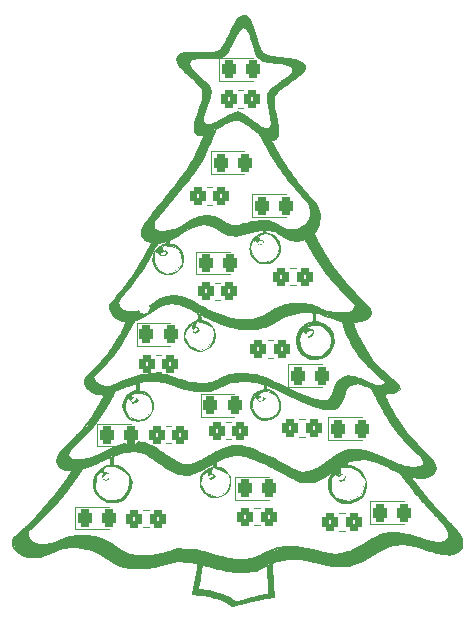
<source format=gto>
G04 #@! TF.GenerationSoftware,KiCad,Pcbnew,(6.0.0)*
G04 #@! TF.CreationDate,2022-10-06T13:38:40+02:00*
G04 #@! TF.ProjectId,2.0,322e302e-6b69-4636-9164-5f7063625858,rev?*
G04 #@! TF.SameCoordinates,Original*
G04 #@! TF.FileFunction,Legend,Top*
G04 #@! TF.FilePolarity,Positive*
%FSLAX46Y46*%
G04 Gerber Fmt 4.6, Leading zero omitted, Abs format (unit mm)*
G04 Created by KiCad (PCBNEW (6.0.0)) date 2022-10-06 13:38:40*
%MOMM*%
%LPD*%
G01*
G04 APERTURE LIST*
G04 Aperture macros list*
%AMRoundRect*
0 Rectangle with rounded corners*
0 $1 Rounding radius*
0 $2 $3 $4 $5 $6 $7 $8 $9 X,Y pos of 4 corners*
0 Add a 4 corners polygon primitive as box body*
4,1,4,$2,$3,$4,$5,$6,$7,$8,$9,$2,$3,0*
0 Add four circle primitives for the rounded corners*
1,1,$1+$1,$2,$3*
1,1,$1+$1,$4,$5*
1,1,$1+$1,$6,$7*
1,1,$1+$1,$8,$9*
0 Add four rect primitives between the rounded corners*
20,1,$1+$1,$2,$3,$4,$5,0*
20,1,$1+$1,$4,$5,$6,$7,0*
20,1,$1+$1,$6,$7,$8,$9,0*
20,1,$1+$1,$8,$9,$2,$3,0*%
G04 Aperture macros list end*
%ADD10C,0.100000*%
%ADD11C,0.200000*%
%ADD12C,0.120000*%
%ADD13RoundRect,0.300800X-0.325000X-0.450000X0.325000X-0.450000X0.325000X0.450000X-0.325000X0.450000X0*%
%ADD14RoundRect,0.300800X-0.350000X-0.450000X0.350000X-0.450000X0.350000X0.450000X-0.350000X0.450000X0*%
%ADD15C,1.001600*%
G04 APERTURE END LIST*
D10*
X186540140Y-93873320D02*
X187238640Y-94300040D01*
X187238640Y-94300040D02*
X186987180Y-94879160D01*
X186987180Y-94879160D02*
X186791600Y-95288100D01*
X186791600Y-95288100D02*
X187606940Y-96662240D01*
X187606940Y-96662240D02*
X188691520Y-98369120D01*
X188691520Y-98369120D02*
X190223140Y-100093780D01*
X190223140Y-100093780D02*
X191462660Y-101429820D01*
X191462660Y-101429820D02*
X191637920Y-101780340D01*
X191637920Y-101780340D02*
X191424560Y-102303580D01*
X191424560Y-102303580D02*
X190705740Y-102516940D01*
X190705740Y-102516940D02*
X190164720Y-102651560D01*
X190164720Y-102651560D02*
X190299340Y-103350060D01*
X190299340Y-103350060D02*
X189156340Y-102593140D01*
X189156340Y-102593140D02*
X189194440Y-101876860D01*
X189194440Y-101876860D02*
X189621160Y-101838760D01*
X189621160Y-101838760D02*
X190068200Y-101721920D01*
X190068200Y-101721920D02*
X190357760Y-101178360D01*
X190357760Y-101178360D02*
X189834520Y-100655120D01*
X189834520Y-100655120D02*
X189118240Y-99918520D01*
X189118240Y-99918520D02*
X187606940Y-98135440D01*
X187606940Y-98135440D02*
X186618880Y-96565720D01*
X186618880Y-96565720D02*
X186113420Y-95615760D01*
X186113420Y-95615760D02*
X185435240Y-95770700D01*
X185435240Y-95770700D02*
X185262520Y-94899480D01*
X185262520Y-94899480D02*
X186055000Y-94513400D01*
X186055000Y-94513400D02*
X186540140Y-93853000D01*
X186540140Y-93853000D02*
X186540140Y-93873320D01*
G36*
X186540140Y-93873320D02*
G01*
X187238640Y-94300040D01*
X186987180Y-94879160D01*
X186791600Y-95288100D01*
X187606940Y-96662240D01*
X188691520Y-98369120D01*
X190223140Y-100093780D01*
X191462660Y-101429820D01*
X191637920Y-101780340D01*
X191424560Y-102303580D01*
X190705740Y-102516940D01*
X190164720Y-102651560D01*
X190299340Y-103350060D01*
X189156340Y-102593140D01*
X189194440Y-101876860D01*
X189621160Y-101838760D01*
X190068200Y-101721920D01*
X190357760Y-101178360D01*
X189834520Y-100655120D01*
X189118240Y-99918520D01*
X187606940Y-98135440D01*
X186618880Y-96565720D01*
X186113420Y-95615760D01*
X185435240Y-95770700D01*
X185262520Y-94899480D01*
X186055000Y-94513400D01*
X186540140Y-93853000D01*
X186540140Y-93873320D01*
G37*
X186540140Y-93873320D02*
X187238640Y-94300040D01*
X186987180Y-94879160D01*
X186791600Y-95288100D01*
X187606940Y-96662240D01*
X188691520Y-98369120D01*
X190223140Y-100093780D01*
X191462660Y-101429820D01*
X191637920Y-101780340D01*
X191424560Y-102303580D01*
X190705740Y-102516940D01*
X190164720Y-102651560D01*
X190299340Y-103350060D01*
X189156340Y-102593140D01*
X189194440Y-101876860D01*
X189621160Y-101838760D01*
X190068200Y-101721920D01*
X190357760Y-101178360D01*
X189834520Y-100655120D01*
X189118240Y-99918520D01*
X187606940Y-98135440D01*
X186618880Y-96565720D01*
X186113420Y-95615760D01*
X185435240Y-95770700D01*
X185262520Y-94899480D01*
X186055000Y-94513400D01*
X186540140Y-93853000D01*
X186540140Y-93873320D01*
D11*
X175644013Y-97872143D02*
X175518921Y-98075849D01*
X175361299Y-98248583D01*
X175177007Y-98388006D01*
X174971905Y-98491781D01*
X174751852Y-98557572D01*
X174522707Y-98583041D01*
X174290332Y-98565851D01*
X174060585Y-98503666D01*
X186162364Y-103509350D02*
X186091254Y-103703235D01*
X186171270Y-103887533D01*
X186181440Y-103892220D01*
D10*
X189659260Y-114866420D02*
X190131700Y-114904520D01*
X190131700Y-114904520D02*
X190571120Y-115125500D01*
X190571120Y-115125500D02*
X190985140Y-115526820D01*
X190985140Y-115526820D02*
X191170560Y-115978940D01*
X191170560Y-115978940D02*
X191246760Y-116392960D01*
X191246760Y-116392960D02*
X191132460Y-116959380D01*
X191132460Y-116959380D02*
X190875920Y-117452140D01*
X190875920Y-117452140D02*
X190449200Y-117744240D01*
X190449200Y-117744240D02*
X189824360Y-117947440D01*
X189824360Y-117947440D02*
X189755780Y-117736620D01*
X189755780Y-117736620D02*
X189760860Y-117744240D01*
X189760860Y-117744240D02*
X189958980Y-117698520D01*
X189958980Y-117698520D02*
X190680340Y-117304820D01*
X190680340Y-117304820D02*
X190985140Y-116801900D01*
X190985140Y-116801900D02*
X191015620Y-116182140D01*
X191015620Y-116182140D02*
X190799720Y-115597940D01*
X190799720Y-115597940D02*
X190444120Y-115316000D01*
X190444120Y-115316000D02*
X189908180Y-115087400D01*
X189908180Y-115087400D02*
X189354460Y-115112800D01*
X189354460Y-115112800D02*
X189202060Y-114896900D01*
X189202060Y-114896900D02*
X189189360Y-114665760D01*
X189189360Y-114665760D02*
X189532260Y-114571780D01*
X189532260Y-114571780D02*
X189659260Y-114866420D01*
G36*
X189659260Y-114866420D02*
G01*
X190131700Y-114904520D01*
X190571120Y-115125500D01*
X190985140Y-115526820D01*
X191170560Y-115978940D01*
X191246760Y-116392960D01*
X191132460Y-116959380D01*
X190875920Y-117452140D01*
X190449200Y-117744240D01*
X189824360Y-117947440D01*
X189755780Y-117736620D01*
X189760860Y-117744240D01*
X189958980Y-117698520D01*
X190680340Y-117304820D01*
X190985140Y-116801900D01*
X191015620Y-116182140D01*
X190799720Y-115597940D01*
X190444120Y-115316000D01*
X189908180Y-115087400D01*
X189354460Y-115112800D01*
X189202060Y-114896900D01*
X189189360Y-114665760D01*
X189532260Y-114571780D01*
X189659260Y-114866420D01*
G37*
X189659260Y-114866420D02*
X190131700Y-114904520D01*
X190571120Y-115125500D01*
X190985140Y-115526820D01*
X191170560Y-115978940D01*
X191246760Y-116392960D01*
X191132460Y-116959380D01*
X190875920Y-117452140D01*
X190449200Y-117744240D01*
X189824360Y-117947440D01*
X189755780Y-117736620D01*
X189760860Y-117744240D01*
X189958980Y-117698520D01*
X190680340Y-117304820D01*
X190985140Y-116801900D01*
X191015620Y-116182140D01*
X190799720Y-115597940D01*
X190444120Y-115316000D01*
X189908180Y-115087400D01*
X189354460Y-115112800D01*
X189202060Y-114896900D01*
X189189360Y-114665760D01*
X189532260Y-114571780D01*
X189659260Y-114866420D01*
X189461140Y-114990880D02*
X188551820Y-115704620D01*
X188551820Y-115704620D02*
X188307980Y-115552220D01*
X188307980Y-115552220D02*
X189316360Y-114736880D01*
X189316360Y-114736880D02*
X189316360Y-114731800D01*
X189316360Y-114731800D02*
X189461140Y-114990880D01*
G36*
X189461140Y-114990880D02*
G01*
X188551820Y-115704620D01*
X188307980Y-115552220D01*
X189316360Y-114736880D01*
X189316360Y-114731800D01*
X189461140Y-114990880D01*
G37*
X189461140Y-114990880D02*
X188551820Y-115704620D01*
X188307980Y-115552220D01*
X189316360Y-114736880D01*
X189316360Y-114731800D01*
X189461140Y-114990880D01*
D11*
X177804944Y-84218770D02*
X177734546Y-84422160D01*
X177655760Y-84656670D01*
X177592827Y-84854493D01*
X177534166Y-85058877D01*
X177489239Y-85255935D01*
X177464222Y-85468509D01*
X177462946Y-85517450D01*
X196905661Y-114387624D02*
X197009183Y-114569293D01*
X197106546Y-114824471D01*
X197137043Y-115056544D01*
X197103646Y-115262906D01*
X197009325Y-115440954D01*
X196857051Y-115588082D01*
X196649794Y-115701686D01*
X196390527Y-115779161D01*
X196190253Y-115809453D01*
X195969064Y-115821758D01*
X195727840Y-115815305D01*
X195467460Y-115789321D01*
X195330363Y-115768765D01*
X182509886Y-95175549D02*
X182619598Y-95001875D01*
X182619635Y-94988545D01*
X183158393Y-97414269D02*
X183158393Y-97414269D01*
X197190620Y-119042336D02*
X197003692Y-118847094D01*
X196828191Y-118662251D01*
X196663027Y-118486542D01*
X196507110Y-118318705D01*
X196359348Y-118157475D01*
X196218652Y-118001591D01*
X196083932Y-117849789D01*
X195890669Y-117626977D01*
X195704718Y-117406244D01*
X195522397Y-117183328D01*
X195340028Y-116953964D01*
X195216604Y-116795369D01*
X195090432Y-116630750D01*
X194960423Y-116458846D01*
X178808412Y-94834322D02*
X178621724Y-94716777D01*
X178417085Y-94599309D01*
X178234318Y-94510724D01*
X178028725Y-94436735D01*
X177820553Y-94391259D01*
X177591215Y-94367163D01*
X186638730Y-115271890D02*
X186845644Y-115190932D01*
X187059692Y-115085963D01*
X187259377Y-114970660D01*
X187442234Y-114854725D01*
X187652691Y-114713509D01*
X187832564Y-114588663D01*
X188034375Y-114445761D01*
X188106996Y-114393831D01*
X186150114Y-104015122D02*
X185995562Y-103876966D01*
X185963145Y-103669565D01*
X186042318Y-103465288D01*
X186092146Y-103400130D01*
X180065511Y-126216628D02*
X180242001Y-126327140D01*
X180304959Y-126360323D01*
X173580443Y-93011926D02*
X173808862Y-92727782D01*
X174023037Y-92461298D01*
X174223552Y-92211668D01*
X174410994Y-91978091D01*
X174585949Y-91759763D01*
X174749002Y-91555882D01*
X174900740Y-91365644D01*
X175041749Y-91188246D01*
X175172615Y-91022886D01*
X175406260Y-90725067D01*
X175606363Y-90465762D01*
X175777613Y-90238548D01*
X175924696Y-90037002D01*
X176052301Y-89854699D01*
X176165116Y-89685216D01*
X176316860Y-89440978D01*
X176461696Y-89189451D01*
X176562227Y-89007011D01*
X176671406Y-88805274D01*
X176730705Y-88695161D01*
X194960423Y-116458846D02*
X194822518Y-116280487D01*
X194681700Y-116104860D01*
X194536201Y-115928286D01*
X194399506Y-115767287D01*
X194346960Y-115707151D01*
X172718499Y-108966744D02*
X172551117Y-108832524D01*
X172363326Y-108737209D01*
X172162059Y-108680740D01*
X171954254Y-108663062D01*
X171746846Y-108684118D01*
X171546771Y-108743852D01*
X171360965Y-108842207D01*
X171196364Y-108979127D01*
X182701066Y-109269150D02*
X182555655Y-109420717D01*
X182367012Y-109506599D01*
X182153222Y-109512061D01*
X182021012Y-109440698D01*
X191407147Y-108096180D02*
X191220850Y-108014181D01*
X191000623Y-107931149D01*
X190795986Y-107870081D01*
X190573323Y-107826294D01*
X190348730Y-107816658D01*
X190213879Y-107837619D01*
X169663133Y-114414738D02*
X169647262Y-114208750D01*
X169626427Y-114035831D01*
X175708955Y-122902046D02*
X175043901Y-122878869D01*
X186781431Y-101778342D02*
X186568554Y-101763239D01*
X186354471Y-101759598D01*
X186218009Y-101759160D01*
X197846204Y-121256901D02*
X198042738Y-121152249D01*
X198197617Y-121014403D01*
X198282018Y-120825552D01*
X198279902Y-120623246D01*
X198248691Y-120488617D01*
X169817805Y-114353596D02*
X169806534Y-114776895D01*
X172995179Y-95841849D02*
X172792866Y-95778747D01*
X172575419Y-95661662D01*
X172418402Y-95509646D01*
X172322531Y-95325670D01*
X172288520Y-95112707D01*
X172317084Y-94873729D01*
X172380001Y-94679210D01*
X172478820Y-94472984D01*
X172613843Y-94256303D01*
X188386354Y-123306745D02*
X187308835Y-123039921D01*
X168983651Y-116144968D02*
X168839905Y-115991179D01*
X168811433Y-115803954D01*
X176536442Y-103511485D02*
X176736122Y-103568352D01*
X176938006Y-103491085D01*
X182759311Y-125751400D02*
X182966257Y-125712311D01*
X183070289Y-125600596D01*
X171784586Y-112825616D02*
X172003948Y-112829386D01*
X172205296Y-112843758D01*
X172456454Y-112883868D01*
X172701307Y-112953526D01*
X172889650Y-113028839D01*
X173088915Y-113126791D01*
X173305303Y-113249963D01*
X173545014Y-113400935D01*
X173720841Y-113518301D01*
X173911626Y-113649933D01*
X174119209Y-113796597D01*
X182223919Y-86673118D02*
X181595583Y-86198684D01*
X194022782Y-115340251D02*
X193399513Y-115041150D01*
X185723399Y-103646404D02*
X185638363Y-103841055D01*
X185598770Y-104044827D01*
X185594724Y-104210800D01*
X186587499Y-93337770D02*
X186583377Y-93113229D01*
X186550807Y-92895281D01*
X186469204Y-92696361D01*
X186349310Y-92516749D01*
X186211091Y-92347606D01*
X186028847Y-92143210D01*
X185919363Y-92024151D01*
X177088112Y-102145642D02*
X177052436Y-101842183D01*
X178557224Y-114693138D02*
X178545477Y-114937182D01*
X181978020Y-95623027D02*
X181836223Y-95782108D01*
X181728047Y-95974651D01*
X181657232Y-96188094D01*
X181627518Y-96409877D01*
X181642644Y-96627440D01*
X181658298Y-96696852D01*
X182674115Y-108884879D02*
X182774681Y-109060485D01*
X182710664Y-109253039D01*
X182701066Y-109269150D01*
D10*
X182689500Y-95133160D02*
X182910480Y-95310960D01*
X182910480Y-95310960D02*
X182354220Y-95377000D01*
X182354220Y-95377000D02*
X182587900Y-95077280D01*
X182587900Y-95077280D02*
X182554880Y-95054420D01*
X182554880Y-95054420D02*
X182689500Y-95133160D01*
G36*
X182689500Y-95133160D02*
G01*
X182910480Y-95310960D01*
X182354220Y-95377000D01*
X182587900Y-95077280D01*
X182554880Y-95054420D01*
X182689500Y-95133160D01*
G37*
X182689500Y-95133160D02*
X182910480Y-95310960D01*
X182354220Y-95377000D01*
X182587900Y-95077280D01*
X182554880Y-95054420D01*
X182689500Y-95133160D01*
D11*
X171647585Y-113565603D02*
X171444908Y-113559875D01*
X171233125Y-113569911D01*
X171012832Y-113595615D01*
X170784625Y-113636889D01*
X170549099Y-113693637D01*
X170355810Y-113750112D01*
X170208203Y-113798897D01*
X176938064Y-103491085D02*
X177078342Y-103344130D01*
X177084236Y-103139007D01*
X178268384Y-103813644D02*
X178247246Y-103589085D01*
X178186897Y-103383423D01*
X178090743Y-103200061D01*
X177962191Y-103042403D01*
X177804648Y-102913855D01*
X177621519Y-102817819D01*
X177416212Y-102757701D01*
X177192133Y-102736906D01*
X185250951Y-121691670D02*
X185472906Y-121715299D01*
X185686796Y-121742794D01*
X185898516Y-121775285D01*
X186113963Y-121813903D01*
X186339031Y-121859779D01*
X186579618Y-121914043D01*
X186841619Y-121977828D01*
X187055721Y-122032593D01*
X187130932Y-122052263D01*
X182440046Y-122328062D02*
X182697868Y-122219119D01*
X182935543Y-122121481D01*
X183155040Y-122034701D01*
X183358331Y-121958333D01*
X183547385Y-121891930D01*
X183808585Y-121810037D01*
X184048836Y-121748058D01*
X184274791Y-121704487D01*
X184493098Y-121677818D01*
X184710409Y-121666547D01*
X184933374Y-121669168D01*
X185168644Y-121684175D01*
X185250951Y-121691670D01*
X173426760Y-97333401D02*
X173451109Y-97560435D01*
X173521978Y-97771885D01*
X173633421Y-97962271D01*
X173779489Y-98126110D01*
X173954236Y-98257919D01*
X174151714Y-98352218D01*
X174365976Y-98403523D01*
X174591075Y-98406354D01*
X173121052Y-101163987D02*
X173307848Y-101028494D01*
X173487881Y-100908885D01*
X173662553Y-100804624D01*
X173889536Y-100688559D01*
X174112808Y-100597562D01*
X174335694Y-100530366D01*
X174561520Y-100485704D01*
X174793611Y-100462308D01*
X174973792Y-100457955D01*
X179807751Y-126555930D02*
X179597145Y-126399063D01*
X179398581Y-126299924D01*
X179156199Y-126200121D01*
X178878452Y-126102192D01*
X178677814Y-126039200D01*
X178467721Y-125978920D01*
X178250677Y-125922104D01*
X178029187Y-125869504D01*
X177805755Y-125821871D01*
X177582886Y-125779957D01*
X177363086Y-125744514D01*
X177148858Y-125716294D01*
X176942708Y-125696049D01*
X181595583Y-86198684D02*
X181405384Y-86056864D01*
X181234861Y-85933765D01*
X181034768Y-85796951D01*
X180861646Y-85689095D01*
X180676204Y-85591233D01*
X180487283Y-85521636D01*
X180293701Y-85495861D01*
X190105424Y-102692306D02*
X190182121Y-102895606D01*
X190259784Y-103106202D01*
X190328817Y-103294839D01*
X190684562Y-100601044D02*
X190851595Y-100772001D01*
X191009974Y-100936528D01*
X191156051Y-101090664D01*
X191315786Y-101262686D01*
X191464535Y-101428618D01*
X191574181Y-101566831D01*
X182421398Y-96130661D02*
X182421398Y-96130661D01*
X177052446Y-123073462D02*
X176713229Y-122999347D01*
X185919363Y-92024151D02*
X185652775Y-91732017D01*
X185396478Y-91443132D01*
X185149753Y-91156482D01*
X184911884Y-90871051D01*
X184682154Y-90585827D01*
X184459844Y-90299795D01*
X184244238Y-90011941D01*
X184034619Y-89721252D01*
X183830269Y-89426712D01*
X183630472Y-89127309D01*
X183434509Y-88822028D01*
X183241663Y-88509856D01*
X183051218Y-88189778D01*
X182862456Y-87860780D01*
X182674660Y-87521848D01*
X182487113Y-87171969D01*
D10*
X175849280Y-100611940D02*
X177246280Y-101295200D01*
X177246280Y-101295200D02*
X178716940Y-102008940D01*
X178716940Y-102008940D02*
X179999640Y-102395020D01*
X179999640Y-102395020D02*
X181483000Y-102501700D01*
X181483000Y-102501700D02*
X182648860Y-102069900D01*
X182648860Y-102069900D02*
X183682640Y-101419660D01*
X183682640Y-101419660D02*
X184561480Y-101163120D01*
X184561480Y-101163120D02*
X185661300Y-101114860D01*
X185661300Y-101114860D02*
X187086240Y-101381560D01*
X187086240Y-101381560D02*
X188003180Y-101841300D01*
X188003180Y-101841300D02*
X189334140Y-101879400D01*
X189334140Y-101879400D02*
X189428120Y-102605840D01*
X189428120Y-102605840D02*
X187899040Y-101986080D01*
X187899040Y-101986080D02*
X186916060Y-101765100D01*
X186916060Y-101765100D02*
X185719720Y-101765100D01*
X185719720Y-101765100D02*
X184406540Y-102118160D01*
X184406540Y-102118160D02*
X182976520Y-102981760D01*
X182976520Y-102981760D02*
X181818280Y-103235760D01*
X181818280Y-103235760D02*
X180505100Y-103215440D01*
X180505100Y-103215440D02*
X179428140Y-102890320D01*
X179428140Y-102890320D02*
X178389280Y-102494080D01*
X178389280Y-102494080D02*
X177330100Y-101986080D01*
X177330100Y-101986080D02*
X176055020Y-101297740D01*
X176055020Y-101297740D02*
X175115220Y-101005640D01*
X175115220Y-101005640D02*
X174076360Y-101142800D01*
X174076360Y-101142800D02*
X173037500Y-101808280D01*
X173037500Y-101808280D02*
X171683680Y-102455980D01*
X171683680Y-102455980D02*
X171683680Y-101808280D01*
X171683680Y-101808280D02*
X172252640Y-101650800D01*
X172252640Y-101650800D02*
X172242480Y-101650800D01*
X172242480Y-101650800D02*
X172765720Y-101396800D01*
X172765720Y-101396800D02*
X173725840Y-100784660D01*
X173725840Y-100784660D02*
X174800260Y-100441760D01*
X174800260Y-100441760D02*
X175849280Y-100611940D01*
G36*
X175849280Y-100611940D02*
G01*
X177246280Y-101295200D01*
X178716940Y-102008940D01*
X179999640Y-102395020D01*
X181483000Y-102501700D01*
X182648860Y-102069900D01*
X183682640Y-101419660D01*
X184561480Y-101163120D01*
X185661300Y-101114860D01*
X187086240Y-101381560D01*
X188003180Y-101841300D01*
X189334140Y-101879400D01*
X189428120Y-102605840D01*
X187899040Y-101986080D01*
X186916060Y-101765100D01*
X185719720Y-101765100D01*
X184406540Y-102118160D01*
X182976520Y-102981760D01*
X181818280Y-103235760D01*
X180505100Y-103215440D01*
X179428140Y-102890320D01*
X178389280Y-102494080D01*
X177330100Y-101986080D01*
X176055020Y-101297740D01*
X175115220Y-101005640D01*
X174076360Y-101142800D01*
X173037500Y-101808280D01*
X171683680Y-102455980D01*
X171683680Y-101808280D01*
X172252640Y-101650800D01*
X172242480Y-101650800D01*
X172765720Y-101396800D01*
X173725840Y-100784660D01*
X174800260Y-100441760D01*
X175849280Y-100611940D01*
G37*
X175849280Y-100611940D02*
X177246280Y-101295200D01*
X178716940Y-102008940D01*
X179999640Y-102395020D01*
X181483000Y-102501700D01*
X182648860Y-102069900D01*
X183682640Y-101419660D01*
X184561480Y-101163120D01*
X185661300Y-101114860D01*
X187086240Y-101381560D01*
X188003180Y-101841300D01*
X189334140Y-101879400D01*
X189428120Y-102605840D01*
X187899040Y-101986080D01*
X186916060Y-101765100D01*
X185719720Y-101765100D01*
X184406540Y-102118160D01*
X182976520Y-102981760D01*
X181818280Y-103235760D01*
X180505100Y-103215440D01*
X179428140Y-102890320D01*
X178389280Y-102494080D01*
X177330100Y-101986080D01*
X176055020Y-101297740D01*
X175115220Y-101005640D01*
X174076360Y-101142800D01*
X173037500Y-101808280D01*
X171683680Y-102455980D01*
X171683680Y-101808280D01*
X172252640Y-101650800D01*
X172242480Y-101650800D01*
X172765720Y-101396800D01*
X173725840Y-100784660D01*
X174800260Y-100441760D01*
X175849280Y-100611940D01*
D11*
X175518484Y-97713960D02*
X175575025Y-97511926D01*
X175592682Y-97311502D01*
X175563567Y-97077305D01*
X175480765Y-96854846D01*
X175371661Y-96682138D01*
X175226879Y-96524124D01*
X182446388Y-123387512D02*
X182237955Y-123475399D01*
X182029152Y-123560473D01*
X181823993Y-123640731D01*
X181707418Y-123683350D01*
X173888640Y-97046960D02*
X174094199Y-97070828D01*
X174155938Y-97045849D01*
X171413299Y-109100996D02*
X171283121Y-109262633D01*
X171328606Y-109443648D01*
X161832435Y-120575215D02*
X162117651Y-120329369D01*
X162399122Y-120077346D01*
X162676992Y-119818980D01*
X162951409Y-119554104D01*
X163222517Y-119282553D01*
X163490462Y-119004161D01*
X163755391Y-118718763D01*
X164017449Y-118426194D01*
X164276782Y-118126286D01*
X164533535Y-117818874D01*
X164660991Y-117662303D01*
X164787856Y-117503794D01*
X164914149Y-117343326D01*
X165039888Y-117180878D01*
X165165092Y-117016431D01*
X165289779Y-116849962D01*
X165413967Y-116681452D01*
X165537675Y-116510880D01*
X165660919Y-116338224D01*
X165783720Y-116163465D01*
X165906094Y-115986581D01*
X166028061Y-115807553D01*
X179029104Y-86007363D02*
X178571356Y-86274037D01*
X178269651Y-115869989D02*
X178269651Y-115869989D01*
X176115879Y-103813644D02*
X176136363Y-104037655D01*
X176196315Y-104242970D01*
X176292293Y-104426146D01*
X176420856Y-104583739D01*
X176578563Y-104712305D01*
X176761973Y-104808401D01*
X176967643Y-104868584D01*
X177192133Y-104889411D01*
X175675626Y-95019187D02*
X175492525Y-95162325D01*
X175306413Y-95300259D01*
X175121531Y-95423647D01*
X174931085Y-95529178D01*
X174787671Y-95593300D01*
X182652557Y-109055112D02*
X182488878Y-108930850D01*
X182475450Y-108929832D01*
X161752756Y-122108476D02*
X161604772Y-121956018D01*
X161482678Y-121771879D01*
X161404414Y-121563862D01*
X161366690Y-121351334D01*
X161360527Y-121283997D01*
X176003283Y-90856179D02*
X175761354Y-91144896D01*
X175540002Y-91408981D01*
X175337930Y-91649972D01*
X175153842Y-91869408D01*
X174986440Y-92068829D01*
X174834428Y-92249772D01*
X174696510Y-92413778D01*
X174513220Y-92631395D01*
X174354346Y-92819559D01*
X174215511Y-92983464D01*
X174054006Y-93173245D01*
X173909973Y-93341446D01*
X173875480Y-93381567D01*
X179498546Y-116629759D02*
X179570086Y-116431939D01*
X179582235Y-116227625D01*
X179577678Y-116150619D01*
X171964164Y-123500021D02*
X171763407Y-123497333D01*
X171479604Y-123483336D01*
X171213951Y-123456523D01*
X170963471Y-123415931D01*
X170725186Y-123360598D01*
X170496118Y-123289561D01*
X170273288Y-123201855D01*
X170053719Y-123096518D01*
X169834432Y-122972586D01*
X169612449Y-122829097D01*
X169384793Y-122665088D01*
X187010536Y-105556439D02*
X187223652Y-105537721D01*
X187422936Y-105478395D01*
X187562306Y-105409892D01*
X182955629Y-123642896D02*
X182931632Y-123178883D01*
X189683365Y-114431444D02*
X189683365Y-114624643D01*
X170385445Y-117561415D02*
X170385445Y-117561415D01*
X173917713Y-96718101D02*
X173806556Y-96893308D01*
X173888640Y-97046960D01*
X178928620Y-108103771D02*
X178700782Y-108213897D01*
X178499341Y-108302195D01*
X178271240Y-108385211D01*
X178053417Y-108441830D01*
X177828670Y-108476336D01*
X177579795Y-108493011D01*
X177351764Y-108496392D01*
X188106996Y-114393831D02*
X188300387Y-114256729D01*
X188479422Y-114133192D01*
X188724505Y-113971896D01*
X188946159Y-113837459D01*
X189149706Y-113727683D01*
X189340471Y-113640371D01*
X189584143Y-113555104D01*
X189827176Y-113500661D01*
X190082190Y-113471835D01*
X190288904Y-113463893D01*
X190361805Y-113463418D01*
X186840549Y-102641802D02*
X186819991Y-102220051D01*
X182021012Y-109440698D02*
X182021012Y-109440698D01*
X181663933Y-79017637D02*
X181601581Y-78816329D01*
X181539884Y-78623126D01*
X181473827Y-78423335D01*
X181402047Y-78220515D01*
X181387994Y-78185550D01*
X189683365Y-114624643D02*
X189683365Y-114817842D01*
X184976282Y-94854278D02*
X185194574Y-94852109D01*
X185397462Y-94829971D01*
X185598268Y-94753966D01*
X185694626Y-94706933D01*
X191018175Y-116284927D02*
X190974549Y-116077232D01*
X190898233Y-115876195D01*
X190792697Y-115686808D01*
X190661411Y-115514061D01*
X190507846Y-115362947D01*
X190335472Y-115238458D01*
X190262033Y-115197236D01*
X180825051Y-95178806D02*
X180609299Y-95239686D01*
X180400368Y-95288668D01*
X180192954Y-95309163D01*
X180006935Y-95302514D01*
X178549009Y-117288005D02*
X178755730Y-117261863D01*
X178953393Y-117200081D01*
X178973409Y-117190379D01*
D10*
X188556900Y-115628420D02*
X188353700Y-116037360D01*
X188353700Y-116037360D02*
X188404500Y-116850160D01*
X188404500Y-116850160D02*
X188843920Y-117505480D01*
X188843920Y-117505480D02*
X189821325Y-117766290D01*
X189821325Y-117766290D02*
X189844680Y-117960140D01*
X189844680Y-117960140D02*
X189341760Y-117980460D01*
X189341760Y-117980460D02*
X188775340Y-117668040D01*
X188775340Y-117668040D02*
X188315600Y-117309900D01*
X188315600Y-117309900D02*
X188142880Y-116852700D01*
X188142880Y-116852700D02*
X188087000Y-116260880D01*
X188087000Y-116260880D02*
X188361320Y-115496340D01*
X188361320Y-115496340D02*
X188556900Y-115628420D01*
G36*
X188556900Y-115628420D02*
G01*
X188353700Y-116037360D01*
X188404500Y-116850160D01*
X188843920Y-117505480D01*
X189821325Y-117766290D01*
X189844680Y-117960140D01*
X189341760Y-117980460D01*
X188775340Y-117668040D01*
X188315600Y-117309900D01*
X188142880Y-116852700D01*
X188087000Y-116260880D01*
X188361320Y-115496340D01*
X188556900Y-115628420D01*
G37*
X188556900Y-115628420D02*
X188353700Y-116037360D01*
X188404500Y-116850160D01*
X188843920Y-117505480D01*
X189821325Y-117766290D01*
X189844680Y-117960140D01*
X189341760Y-117980460D01*
X188775340Y-117668040D01*
X188315600Y-117309900D01*
X188142880Y-116852700D01*
X188087000Y-116260880D01*
X188361320Y-115496340D01*
X188556900Y-115628420D01*
D11*
X172613843Y-94256303D02*
X172754571Y-94064940D01*
X172889443Y-93888389D01*
X173017007Y-93723742D01*
X173157756Y-93543818D01*
X173307728Y-93353722D01*
X173462956Y-93158556D01*
X173580443Y-93011926D01*
X174657969Y-94934218D02*
X174657969Y-94934218D01*
X169948801Y-121608400D02*
X170155566Y-121755651D01*
X170341935Y-121883140D01*
X170511693Y-121992677D01*
X170718744Y-122113931D01*
X170911976Y-122210783D01*
X171100366Y-122287526D01*
X171292890Y-122348451D01*
X171498526Y-122397853D01*
X171666759Y-122429924D01*
X188945064Y-116236778D02*
X188760785Y-116126153D01*
X188687431Y-115939926D01*
X188733889Y-115721379D01*
X188814741Y-115601932D01*
D10*
X176486820Y-81239360D02*
X177652680Y-82369660D01*
X177652680Y-82369660D02*
X177281840Y-82740500D01*
X177281840Y-82740500D02*
X176042320Y-81511140D01*
X176042320Y-81511140D02*
X176486820Y-81226660D01*
X176486820Y-81226660D02*
X176486820Y-81239360D01*
G36*
X176486820Y-81239360D02*
G01*
X177652680Y-82369660D01*
X177281840Y-82740500D01*
X176042320Y-81511140D01*
X176486820Y-81226660D01*
X176486820Y-81239360D01*
G37*
X176486820Y-81239360D02*
X177652680Y-82369660D01*
X177281840Y-82740500D01*
X176042320Y-81511140D01*
X176486820Y-81226660D01*
X176486820Y-81239360D01*
D11*
X169726614Y-101033699D02*
X169972386Y-100749885D01*
X170210055Y-100468292D01*
X170440029Y-100188330D01*
X170662716Y-99909409D01*
X170878526Y-99630938D01*
X171087866Y-99352327D01*
X171291147Y-99072986D01*
X171488776Y-98792324D01*
X171681162Y-98509752D01*
X171868714Y-98224678D01*
X172051841Y-97936513D01*
X172230951Y-97644667D01*
X172406454Y-97348549D01*
X172578757Y-97047568D01*
X172748270Y-96741136D01*
X172915402Y-96428661D01*
X196123603Y-114726947D02*
X196141653Y-114511901D01*
X196076295Y-114293551D01*
X195967536Y-114099620D01*
X195816401Y-113912505D01*
X195662394Y-113770716D01*
X190329835Y-117830224D02*
X190140786Y-117914545D01*
X189934032Y-117954595D01*
X189730490Y-117959331D01*
X189664252Y-117959153D01*
X181658298Y-96696852D02*
X181748008Y-96922544D01*
X181882419Y-97117389D01*
X182053153Y-97277381D01*
X182251830Y-97398510D01*
X182470072Y-97476771D01*
X182699499Y-97508156D01*
X182931732Y-97488657D01*
X183158393Y-97414269D01*
X170026085Y-108433865D02*
X169916475Y-108605601D01*
X169808112Y-108799397D01*
X169712577Y-108977687D01*
X182474593Y-108440173D02*
X182659542Y-108393598D01*
X174787671Y-95593300D02*
X174558198Y-95687080D01*
X177232154Y-79847959D02*
X177473090Y-79847674D01*
X177685755Y-79846992D01*
X177956541Y-79844682D01*
X178176055Y-79840086D01*
X178401781Y-79828954D01*
X178601005Y-79804214D01*
X178808902Y-79730487D01*
X178923022Y-79657031D01*
X176633420Y-125671443D02*
X176633420Y-125530653D01*
X185594724Y-104210800D02*
X185611583Y-104430490D01*
X185660333Y-104637724D01*
X185740090Y-104830919D01*
X185849972Y-105008490D01*
X185989096Y-105168854D01*
X186156580Y-105310426D01*
X186231317Y-105361439D01*
X188307688Y-117201119D02*
X188185002Y-116935936D01*
X188117284Y-116660927D01*
X188101433Y-116382870D01*
X188134349Y-116108545D01*
X188212931Y-115844733D01*
X188334079Y-115598213D01*
X188494691Y-115375765D01*
X188691667Y-115184169D01*
X188921906Y-115030205D01*
X189182308Y-114920653D01*
X189371136Y-114875640D01*
X175044809Y-108005685D02*
X174782434Y-107907197D01*
X174520883Y-107822979D01*
X174259981Y-107753009D01*
X173999552Y-107697268D01*
X173739422Y-107655737D01*
X173479417Y-107628394D01*
X173219361Y-107615221D01*
X172959081Y-107616196D01*
X172698401Y-107631301D01*
X172437146Y-107660515D01*
X172262572Y-107687820D01*
X187562306Y-105409892D02*
X187562306Y-105409892D01*
X182060919Y-109242710D02*
X182163184Y-109419393D01*
X182376003Y-109401968D01*
X182412191Y-109384910D01*
X172915402Y-96428661D02*
X173198678Y-95890188D01*
X191082096Y-107648452D02*
X191304518Y-107753098D01*
X191497620Y-107838937D01*
X191704852Y-107922084D01*
X191915441Y-107990326D01*
X192128454Y-108032889D01*
X192300981Y-108043430D01*
X183752181Y-86933235D02*
X183636606Y-87105179D01*
X183456453Y-87195140D01*
X183296722Y-87211866D01*
X171245825Y-109520504D02*
X171166061Y-109335691D01*
X171239585Y-109140956D01*
X171305100Y-109064809D01*
X179807749Y-126555810D02*
X179807751Y-126555930D01*
X176534326Y-103293534D02*
X176522971Y-103497981D01*
X176536442Y-103511485D01*
X178369407Y-114556272D02*
X177930417Y-114817638D01*
X171196364Y-108979127D02*
X171052955Y-109147844D01*
X170956462Y-109336958D01*
X170916049Y-109537662D01*
X170906608Y-109763071D01*
X170022146Y-117899537D02*
X169771656Y-117914643D01*
X169528606Y-117891387D01*
X169296297Y-117832389D01*
X169078028Y-117740269D01*
X168877101Y-117617647D01*
X168696814Y-117467143D01*
X168540468Y-117291377D01*
X168411364Y-117092969D01*
X168312802Y-116874538D01*
X168248081Y-116638705D01*
X168225365Y-116473110D01*
X185450643Y-104683973D02*
X185393037Y-104437206D01*
X185376807Y-104191342D01*
X185399630Y-103950335D01*
X185459181Y-103718140D01*
X185553140Y-103498712D01*
X185679181Y-103296007D01*
X185834983Y-103113979D01*
X186018222Y-102956583D01*
X186226576Y-102827775D01*
X186457722Y-102731510D01*
X186623334Y-102687366D01*
X168962534Y-115505856D02*
X169134137Y-115375044D01*
X169348915Y-115294861D01*
X169551761Y-115293612D01*
X169731769Y-115390097D01*
X169788193Y-115477940D01*
X182779266Y-108387108D02*
X183008737Y-108434561D01*
X180919687Y-77690440D02*
X180702971Y-77722616D01*
X180538371Y-77852366D01*
X180393353Y-78037676D01*
X180268840Y-78240597D01*
X180168930Y-78426616D01*
X180062308Y-78643015D01*
X179947965Y-78891039D01*
X177490718Y-83375720D02*
X177487091Y-83156785D01*
X177431305Y-82953041D01*
X177333637Y-82802088D01*
X182539818Y-94100827D02*
X182754987Y-94103699D01*
X182994619Y-94122885D01*
X183209312Y-94161641D01*
X183407259Y-94222372D01*
X183596655Y-94307478D01*
X183785696Y-94419364D01*
X183902359Y-94500350D01*
X183021148Y-94849052D02*
X182739359Y-94822861D01*
X186819991Y-102220051D02*
X186808036Y-102017026D01*
X186788858Y-101810884D01*
X186781431Y-101778342D01*
X189344148Y-107339707D02*
X189546857Y-107274187D01*
X189751875Y-107247982D01*
X189970727Y-107251232D01*
X190191988Y-107284327D01*
X190284721Y-107307743D01*
X182062102Y-95869724D02*
X182027496Y-96073027D01*
X182204577Y-96188133D01*
X182421398Y-96130661D01*
X190089694Y-117700742D02*
X190288570Y-117619415D01*
X190474071Y-117495075D01*
X190641053Y-117335563D01*
X190784374Y-117148723D01*
X190898889Y-116942396D01*
X190979457Y-116724426D01*
X191020933Y-116502655D01*
X191018175Y-116284927D01*
X169019854Y-116003305D02*
X169217608Y-116058778D01*
X169381539Y-116006559D01*
X174737802Y-101069790D02*
X174514429Y-101083778D01*
X174315018Y-101109565D01*
X174106544Y-101162151D01*
X174031150Y-101188567D01*
X185193706Y-115171526D02*
X185393786Y-115265481D01*
X185579885Y-115340459D01*
X185793526Y-115379212D01*
X185971914Y-115383587D01*
X168811433Y-115803954D02*
X168874241Y-115604697D01*
X168962534Y-115505856D01*
X171002385Y-116951241D02*
X171081593Y-116742280D01*
X171124252Y-116507784D01*
X171131881Y-116303923D01*
X171114129Y-116101842D01*
X171059320Y-115874185D01*
X171002475Y-115738504D01*
X180647420Y-76771958D02*
X180841280Y-76688023D01*
X181049080Y-76715628D01*
X181125027Y-76757078D01*
X183070289Y-125600596D02*
X183054628Y-125366102D01*
X183040241Y-125130974D01*
X183027832Y-124923038D01*
X183014633Y-124698237D01*
X183001183Y-124465761D01*
X182988019Y-124234798D01*
X182975680Y-124014540D01*
X182964704Y-123814176D01*
X182955629Y-123642896D01*
X186969616Y-103492993D02*
X186906766Y-103712399D01*
X186772413Y-103871794D01*
X186590163Y-103987912D01*
X186385021Y-104044819D01*
X186181991Y-104026585D01*
X186150114Y-104015122D01*
X169381539Y-116006572D02*
X169567953Y-115880101D01*
X169676143Y-115694429D01*
X169635267Y-115488265D01*
X169566851Y-115438401D01*
X186218009Y-101759160D02*
X185937473Y-101766902D01*
X185663764Y-101789463D01*
X185396517Y-101826956D01*
X185135368Y-101879496D01*
X184879955Y-101947198D01*
X184629914Y-102030178D01*
X184384882Y-102128550D01*
X184144494Y-102242428D01*
X183908389Y-102371928D01*
X183676201Y-102517165D01*
X183523407Y-102622789D01*
X163048601Y-119974619D02*
X162874232Y-120129838D01*
X162712537Y-120281820D01*
X162594226Y-120449533D01*
X162585979Y-120529146D01*
X182659542Y-108393598D02*
X182659542Y-108140482D01*
X174937859Y-98328631D02*
X174937859Y-98328631D01*
X167364094Y-114311580D02*
X167576493Y-114271931D01*
X167788269Y-114217853D01*
X168015771Y-114143249D01*
X168220081Y-114064687D01*
X168453290Y-113965962D01*
X168652196Y-113876807D01*
X168875598Y-113773237D01*
X169127026Y-113653934D01*
X182421398Y-96130661D02*
X182576706Y-95990874D01*
X182633823Y-95795660D01*
X182619442Y-95751850D01*
X183017338Y-83223766D02*
X183144287Y-83044754D01*
X183307996Y-82894441D01*
X183485338Y-82755221D01*
X183673348Y-82616335D01*
X183845597Y-82492448D01*
X184047716Y-82349034D01*
X181593554Y-95847056D02*
X181707493Y-95666191D01*
X181851627Y-95508138D01*
X182022819Y-95375195D01*
X182217935Y-95269659D01*
X182433840Y-95193827D01*
X182509886Y-95175549D01*
X175704754Y-79924413D02*
X175916216Y-79876784D01*
X176150494Y-79859164D01*
X176403880Y-79852374D01*
X176676786Y-79849490D01*
X176930537Y-79848407D01*
X177232154Y-79847959D01*
X176453816Y-101537608D02*
X176242509Y-101432300D01*
X176051943Y-101342517D01*
X175823951Y-101245271D01*
X175618030Y-101171589D01*
X175378786Y-101109108D01*
X175144302Y-101075339D01*
X174898060Y-101065779D01*
X174737802Y-101069790D01*
X181976946Y-96187042D02*
X181976946Y-96187042D01*
X162585979Y-120529146D02*
X162611586Y-120756899D01*
X162686630Y-120958503D01*
X162809557Y-121132423D01*
X162978815Y-121277125D01*
X163192850Y-121391074D01*
X163395275Y-121459060D01*
X163564771Y-121496016D01*
X180006935Y-95302514D02*
X179787199Y-95278479D01*
X179584018Y-95232387D01*
X179380421Y-95157608D01*
X179198195Y-95068595D01*
X178994073Y-94951220D01*
X178808412Y-94834322D01*
X176547095Y-93970864D02*
X176754007Y-93890210D01*
X176956860Y-93826544D01*
X177171545Y-93769912D01*
X177383221Y-93723887D01*
X177612368Y-93687690D01*
X177765191Y-93677579D01*
X184689841Y-108301113D02*
X184940088Y-108416645D01*
X185175259Y-108523533D01*
X185396432Y-108622173D01*
X185604685Y-108712965D01*
X185801097Y-108796306D01*
X185986745Y-108872596D01*
X186247394Y-108974679D01*
X186489889Y-109063136D01*
X186717868Y-109139312D01*
X186934970Y-109204552D01*
X187144833Y-109260199D01*
X187351097Y-109307598D01*
X187488403Y-109335280D01*
X169829077Y-113930294D02*
X169817805Y-114353596D01*
X188853277Y-116057449D02*
X189056302Y-116103597D01*
X189263263Y-116065836D01*
X189503576Y-103254932D02*
X189422520Y-103040025D01*
X189349264Y-102851575D01*
X189269733Y-102657204D01*
X189237614Y-102590647D01*
X184315842Y-80329551D02*
X184587593Y-80358666D01*
X184827816Y-80388492D01*
X185038844Y-80419663D01*
X185278834Y-80464419D01*
X185476606Y-80514208D01*
X185672878Y-80585821D01*
X185847955Y-80689397D01*
X185936682Y-80771498D01*
X189682307Y-115789767D02*
X189571475Y-115990324D01*
X189412868Y-116130251D01*
X189222642Y-116221280D01*
X188998244Y-116246207D01*
X188945064Y-116236778D01*
D10*
X183314340Y-123052840D02*
X183415940Y-125877320D01*
X183415940Y-125877320D02*
X182453280Y-126062740D01*
X182453280Y-126062740D02*
X182265320Y-125844300D01*
X182265320Y-125844300D02*
X182722520Y-125808740D01*
X182722520Y-125808740D02*
X183111140Y-125557280D01*
X183111140Y-125557280D02*
X182925720Y-123172220D01*
X182925720Y-123172220D02*
X183314340Y-123002040D01*
X183314340Y-123002040D02*
X183314340Y-123052840D01*
G36*
X183314340Y-123052840D02*
G01*
X183415940Y-125877320D01*
X182453280Y-126062740D01*
X182265320Y-125844300D01*
X182722520Y-125808740D01*
X183111140Y-125557280D01*
X182925720Y-123172220D01*
X183314340Y-123002040D01*
X183314340Y-123052840D01*
G37*
X183314340Y-123052840D02*
X183415940Y-125877320D01*
X182453280Y-126062740D01*
X182265320Y-125844300D01*
X182722520Y-125808740D01*
X183111140Y-125557280D01*
X182925720Y-123172220D01*
X183314340Y-123002040D01*
X183314340Y-123052840D01*
D11*
X188526832Y-108460549D02*
X188613574Y-108214717D01*
X188696034Y-108011008D01*
X188799705Y-107806531D01*
X188936186Y-107619366D01*
X189099686Y-107476710D01*
X189304869Y-107358455D01*
X189344148Y-107339707D01*
X179630041Y-78486008D02*
X179725302Y-78271872D01*
X179813741Y-78076384D01*
X179934826Y-77816060D01*
X180043693Y-77592412D01*
X180142223Y-77402273D01*
X180260763Y-77195408D01*
X180394580Y-77001248D01*
X180545588Y-76843390D01*
X180647420Y-76771958D01*
X174272291Y-96087846D02*
X174413449Y-95942500D01*
X174409618Y-95917237D01*
X175209708Y-107428869D02*
X175441780Y-107512657D01*
X175665378Y-107587412D01*
X175881331Y-107653307D01*
X176090467Y-107710517D01*
X176293615Y-107759215D01*
X176491604Y-107799576D01*
X176748998Y-107840723D01*
X177000659Y-107867768D01*
X177248552Y-107881126D01*
X177371700Y-107882802D01*
X177091586Y-124824660D02*
X177046927Y-125033013D01*
X177011249Y-125234282D01*
X177009840Y-125274846D01*
X176997209Y-101166840D02*
X177195478Y-101276270D01*
X177401419Y-101387407D01*
X177601562Y-101493160D01*
X177782435Y-101586436D01*
X177970341Y-101679139D01*
X192300981Y-108043430D02*
X192501424Y-108026959D01*
X192704822Y-107982131D01*
X192895588Y-107909053D01*
X192952142Y-107875383D01*
X170335788Y-115115553D02*
X170142406Y-115046915D01*
X169932971Y-115009956D01*
X169717114Y-115004676D01*
X169504468Y-115031075D01*
X169304666Y-115089153D01*
X169242585Y-115115553D01*
X186137218Y-116218636D02*
X185931757Y-116208602D01*
X185713649Y-116167573D01*
X185507861Y-116084199D01*
X185325589Y-115997670D01*
X185235573Y-115954015D01*
X182759311Y-108587427D02*
X182541953Y-108600681D01*
X182334789Y-108655178D01*
X182149222Y-108758232D01*
X182028299Y-108857320D01*
X171666759Y-122429924D02*
X171916876Y-122465099D01*
X172177322Y-122485208D01*
X172448030Y-122490258D01*
X172728937Y-122480258D01*
X173019977Y-122455215D01*
X173219602Y-122430167D01*
X173423683Y-122398440D01*
X173632200Y-122360035D01*
X173845135Y-122314957D01*
X174062469Y-122263206D01*
X174284181Y-122204786D01*
X174510254Y-122139698D01*
X174740668Y-122067946D01*
X174857497Y-122029572D01*
X195662394Y-113770716D02*
X195499340Y-113632098D01*
X195307996Y-113456507D01*
X195151636Y-113306393D01*
X194988714Y-113145044D01*
X194823236Y-112976559D01*
X194659211Y-112805035D01*
X194500645Y-112634572D01*
X194351546Y-112469267D01*
X194215921Y-112313220D01*
X194097778Y-112170529D01*
X196387927Y-121913182D02*
X196177723Y-121846398D01*
X195982672Y-121785906D01*
X195715632Y-121706382D01*
X195475293Y-121639515D01*
X195257222Y-121584405D01*
X195056982Y-121540152D01*
X194810069Y-121496481D01*
X194576461Y-121468378D01*
X194345645Y-121453711D01*
X194107110Y-121450346D01*
X186530336Y-103868969D02*
X186711353Y-103753619D01*
X186831101Y-103581079D01*
X186849892Y-103483129D01*
X183492903Y-83480459D02*
X183434201Y-83694054D01*
X183420943Y-83902995D01*
X183430140Y-84111816D01*
X183457819Y-84354320D01*
X183493316Y-84573919D01*
X183540724Y-84817381D01*
X185806013Y-81564256D02*
X185647724Y-81718534D01*
X185492921Y-81849316D01*
X185296418Y-82002545D01*
X185105089Y-82144430D01*
X184939633Y-82263673D01*
X184753890Y-82395033D01*
X184546542Y-82539521D01*
X184395656Y-82643637D01*
X182350255Y-94852473D02*
X182113653Y-94883139D01*
X181893030Y-94920749D01*
X181655273Y-94968421D01*
X181455370Y-95013239D01*
X181249025Y-95063530D01*
X181038248Y-95118862D01*
X180825051Y-95178806D01*
X173399648Y-114313731D02*
X173190874Y-114168585D01*
X173000967Y-114043082D01*
X172826583Y-113935793D01*
X172612444Y-113818609D01*
X172412037Y-113727887D01*
X172217442Y-113660243D01*
X172020734Y-113612294D01*
X171813992Y-113580659D01*
X171647585Y-113565603D01*
D10*
X182854600Y-108391960D02*
X182854600Y-108630720D01*
X182854600Y-108630720D02*
X182547260Y-108630720D01*
X182547260Y-108630720D02*
X182501540Y-108483400D01*
X182501540Y-108483400D02*
X182740300Y-108361480D01*
X182740300Y-108361480D02*
X182854600Y-108391960D01*
G36*
X182854600Y-108391960D02*
G01*
X182854600Y-108630720D01*
X182547260Y-108630720D01*
X182501540Y-108483400D01*
X182740300Y-108361480D01*
X182854600Y-108391960D01*
G37*
X182854600Y-108391960D02*
X182854600Y-108630720D01*
X182547260Y-108630720D01*
X182501540Y-108483400D01*
X182740300Y-108361480D01*
X182854600Y-108391960D01*
X186695080Y-102725220D02*
X186715400Y-102890320D01*
X186715400Y-102890320D02*
X186047380Y-103212900D01*
X186047380Y-103212900D02*
X185580020Y-103847900D01*
X185580020Y-103847900D02*
X185635900Y-104627680D01*
X185635900Y-104627680D02*
X185981340Y-105173780D01*
X185981340Y-105173780D02*
X186448700Y-105463340D01*
X186448700Y-105463340D02*
X187050680Y-105564940D01*
X187050680Y-105564940D02*
X187797440Y-105285540D01*
X187797440Y-105285540D02*
X187840620Y-105496360D01*
X187840620Y-105496360D02*
X187452000Y-105686860D01*
X187452000Y-105686860D02*
X186672220Y-105730040D01*
X186672220Y-105730040D02*
X186103260Y-105496360D01*
X186103260Y-105496360D02*
X185580020Y-105018840D01*
X185580020Y-105018840D02*
X185369200Y-104427020D01*
X185369200Y-104427020D02*
X185369200Y-103880920D01*
X185369200Y-103880920D02*
X185547000Y-103413560D01*
X185547000Y-103413560D02*
X185892440Y-103068120D01*
X185892440Y-103068120D02*
X186682380Y-102712520D01*
X186682380Y-102712520D02*
X186695080Y-102725220D01*
G36*
X186695080Y-102725220D02*
G01*
X186715400Y-102890320D01*
X186047380Y-103212900D01*
X185580020Y-103847900D01*
X185635900Y-104627680D01*
X185981340Y-105173780D01*
X186448700Y-105463340D01*
X187050680Y-105564940D01*
X187797440Y-105285540D01*
X187840620Y-105496360D01*
X187452000Y-105686860D01*
X186672220Y-105730040D01*
X186103260Y-105496360D01*
X185580020Y-105018840D01*
X185369200Y-104427020D01*
X185369200Y-103880920D01*
X185547000Y-103413560D01*
X185892440Y-103068120D01*
X186682380Y-102712520D01*
X186695080Y-102725220D01*
G37*
X186695080Y-102725220D02*
X186715400Y-102890320D01*
X186047380Y-103212900D01*
X185580020Y-103847900D01*
X185635900Y-104627680D01*
X185981340Y-105173780D01*
X186448700Y-105463340D01*
X187050680Y-105564940D01*
X187797440Y-105285540D01*
X187840620Y-105496360D01*
X187452000Y-105686860D01*
X186672220Y-105730040D01*
X186103260Y-105496360D01*
X185580020Y-105018840D01*
X185369200Y-104427020D01*
X185369200Y-103880920D01*
X185547000Y-103413560D01*
X185892440Y-103068120D01*
X186682380Y-102712520D01*
X186695080Y-102725220D01*
D11*
X173086574Y-110294654D02*
X172962027Y-110503361D01*
X172812266Y-110675895D01*
X172638496Y-110811559D01*
X172441926Y-110909658D01*
X172223763Y-110969496D01*
X171985212Y-110990377D01*
X171884355Y-110987666D01*
X166616487Y-113029467D02*
X166451660Y-113181081D01*
X166312474Y-113328971D01*
X166175283Y-113507244D01*
X166065851Y-113709219D01*
X166016337Y-113924597D01*
X166042743Y-114088417D01*
X189531336Y-114548869D02*
X189334254Y-114661466D01*
X189153680Y-114779723D01*
X188974496Y-114900369D01*
X188768042Y-115041768D01*
X188597300Y-115160107D01*
X188414485Y-115287943D01*
X188286593Y-115377983D01*
X169712577Y-108977687D02*
X169539948Y-109298827D01*
X169365954Y-109609056D01*
X169190292Y-109908773D01*
X169012656Y-110198376D01*
X168832744Y-110478261D01*
X168650251Y-110748828D01*
X168464873Y-111010473D01*
X168276306Y-111263594D01*
X168084246Y-111508591D01*
X167888389Y-111745859D01*
X167688431Y-111975798D01*
X167484068Y-112198804D01*
X167274996Y-112415276D01*
X167060911Y-112625612D01*
X166841509Y-112830210D01*
X166616487Y-113029467D01*
X186638730Y-115271890D02*
X186638730Y-115271890D01*
D10*
X181980840Y-109014260D02*
X181594760Y-109463840D01*
X181594760Y-109463840D02*
X181531260Y-109303820D01*
X181531260Y-109303820D02*
X181980840Y-108724700D01*
X181980840Y-108724700D02*
X181917340Y-108821220D01*
X181917340Y-108821220D02*
X182237380Y-108691680D01*
X182237380Y-108691680D02*
X181980840Y-109014260D01*
G36*
X181980840Y-109014260D02*
G01*
X181594760Y-109463840D01*
X181531260Y-109303820D01*
X181980840Y-108724700D01*
X181917340Y-108821220D01*
X182237380Y-108691680D01*
X181980840Y-109014260D01*
G37*
X181980840Y-109014260D02*
X181594760Y-109463840D01*
X181531260Y-109303820D01*
X181980840Y-108724700D01*
X181917340Y-108821220D01*
X182237380Y-108691680D01*
X181980840Y-109014260D01*
D11*
X176633420Y-125530653D02*
X176664474Y-125318686D01*
X176708584Y-125100822D01*
X176757914Y-124880117D01*
X176789210Y-124748383D01*
X188067089Y-102174579D02*
X187865205Y-102091107D01*
X187647006Y-102009079D01*
X187432049Y-101934824D01*
X187239893Y-101874668D01*
X187028682Y-101823542D01*
X186988774Y-101825689D01*
X177351764Y-108496392D02*
X177146550Y-108491941D01*
X176939050Y-108478887D01*
X176729260Y-108457233D01*
X176517183Y-108426980D01*
X176302816Y-108388130D01*
X176086159Y-108340685D01*
X175867213Y-108284646D01*
X175645976Y-108220017D01*
X175422448Y-108146798D01*
X175196628Y-108064992D01*
X175044809Y-108005685D01*
X187296686Y-93425051D02*
X187316152Y-93636888D01*
X187314942Y-93853889D01*
X187294329Y-94070514D01*
X187255589Y-94281223D01*
X187199995Y-94480479D01*
X187108745Y-94705002D01*
X186995642Y-94892154D01*
X186944840Y-94954128D01*
X169152831Y-108830791D02*
X168952078Y-108770657D01*
X168916595Y-108769529D01*
X170343813Y-107820992D02*
X170532268Y-107731706D01*
X170716474Y-107648521D01*
X170985738Y-107534922D01*
X171247813Y-107434388D01*
X171504124Y-107346522D01*
X171756094Y-107270927D01*
X172005149Y-107207209D01*
X172252712Y-107154971D01*
X172500207Y-107113817D01*
X172749059Y-107083351D01*
X173000692Y-107063177D01*
X173085434Y-107058672D01*
D10*
X172178980Y-108612940D02*
X172143420Y-108587540D01*
X172143420Y-108587540D02*
X172196760Y-108602780D01*
X172196760Y-108602780D02*
X172123100Y-108668820D01*
X172123100Y-108668820D02*
X171787820Y-108610400D01*
X171787820Y-108610400D02*
X171790360Y-108529120D01*
X171790360Y-108529120D02*
X171952920Y-108460540D01*
X171952920Y-108460540D02*
X172178980Y-108612940D01*
G36*
X172178980Y-108612940D02*
G01*
X172143420Y-108587540D01*
X172196760Y-108602780D01*
X172123100Y-108668820D01*
X171787820Y-108610400D01*
X171790360Y-108529120D01*
X171952920Y-108460540D01*
X172178980Y-108612940D01*
G37*
X172178980Y-108612940D02*
X172143420Y-108587540D01*
X172196760Y-108602780D01*
X172123100Y-108668820D01*
X171787820Y-108610400D01*
X171790360Y-108529120D01*
X171952920Y-108460540D01*
X172178980Y-108612940D01*
X181886860Y-107129580D02*
X183850280Y-107845860D01*
X183850280Y-107845860D02*
X185897520Y-108833920D01*
X185897520Y-108833920D02*
X187472320Y-109306360D01*
X187472320Y-109306360D02*
X187919360Y-109258100D01*
X187919360Y-109258100D02*
X188226700Y-109164120D01*
X188226700Y-109164120D02*
X188813440Y-107988100D01*
X188813440Y-107988100D02*
X189308740Y-107330240D01*
X189308740Y-107330240D02*
X190131700Y-107259120D01*
X190131700Y-107259120D02*
X190720980Y-107375960D01*
X190720980Y-107375960D02*
X191401700Y-107706160D01*
X191401700Y-107706160D02*
X192201800Y-108082080D01*
X192201800Y-108082080D02*
X192671700Y-107965240D01*
X192671700Y-107965240D02*
X193283840Y-108623100D01*
X193283840Y-108623100D02*
X192107820Y-108833920D01*
X192107820Y-108833920D02*
X191848740Y-108292900D01*
X191848740Y-108292900D02*
X191378840Y-108082080D01*
X191378840Y-108082080D02*
X190555880Y-107800140D01*
X190555880Y-107800140D02*
X189661800Y-108082080D01*
X189661800Y-108082080D02*
X189285880Y-109164120D01*
X189285880Y-109164120D02*
X188838840Y-109847380D01*
X188838840Y-109847380D02*
X188061600Y-109987080D01*
X188061600Y-109987080D02*
X186555380Y-109634020D01*
X186555380Y-109634020D02*
X184226200Y-108551980D01*
X184226200Y-108551980D02*
X183004460Y-108036360D01*
X183004460Y-108036360D02*
X181922420Y-107706160D01*
X181922420Y-107706160D02*
X181051200Y-107612180D01*
X181051200Y-107612180D02*
X179829460Y-107683300D01*
X179829460Y-107683300D02*
X178440080Y-108318300D01*
X178440080Y-108318300D02*
X177241200Y-108506260D01*
X177241200Y-108506260D02*
X176088040Y-108341160D01*
X176088040Y-108341160D02*
X175148240Y-108036360D01*
X175148240Y-108036360D02*
X173972220Y-107635040D01*
X173972220Y-107635040D02*
X172747940Y-107541060D01*
X172747940Y-107541060D02*
X170794680Y-108130340D01*
X170794680Y-108130340D02*
X170865800Y-107563920D01*
X170865800Y-107563920D02*
X170868340Y-107579160D01*
X170868340Y-107579160D02*
X172671740Y-107050840D01*
X172671740Y-107050840D02*
X174200820Y-107050840D01*
X174200820Y-107050840D02*
X175221900Y-107462320D01*
X175221900Y-107462320D02*
X176514760Y-107815380D01*
X176514760Y-107815380D02*
X177711100Y-107853480D01*
X177711100Y-107853480D02*
X179473860Y-107266740D01*
X179473860Y-107266740D02*
X180670200Y-107030520D01*
X180670200Y-107030520D02*
X181886860Y-107129580D01*
G36*
X181886860Y-107129580D02*
G01*
X183850280Y-107845860D01*
X185897520Y-108833920D01*
X187472320Y-109306360D01*
X187919360Y-109258100D01*
X188226700Y-109164120D01*
X188813440Y-107988100D01*
X189308740Y-107330240D01*
X190131700Y-107259120D01*
X190720980Y-107375960D01*
X191401700Y-107706160D01*
X192201800Y-108082080D01*
X192671700Y-107965240D01*
X193283840Y-108623100D01*
X192107820Y-108833920D01*
X191848740Y-108292900D01*
X191378840Y-108082080D01*
X190555880Y-107800140D01*
X189661800Y-108082080D01*
X189285880Y-109164120D01*
X188838840Y-109847380D01*
X188061600Y-109987080D01*
X186555380Y-109634020D01*
X184226200Y-108551980D01*
X183004460Y-108036360D01*
X181922420Y-107706160D01*
X181051200Y-107612180D01*
X179829460Y-107683300D01*
X178440080Y-108318300D01*
X177241200Y-108506260D01*
X176088040Y-108341160D01*
X175148240Y-108036360D01*
X173972220Y-107635040D01*
X172747940Y-107541060D01*
X170794680Y-108130340D01*
X170865800Y-107563920D01*
X170868340Y-107579160D01*
X172671740Y-107050840D01*
X174200820Y-107050840D01*
X175221900Y-107462320D01*
X176514760Y-107815380D01*
X177711100Y-107853480D01*
X179473860Y-107266740D01*
X180670200Y-107030520D01*
X181886860Y-107129580D01*
G37*
X181886860Y-107129580D02*
X183850280Y-107845860D01*
X185897520Y-108833920D01*
X187472320Y-109306360D01*
X187919360Y-109258100D01*
X188226700Y-109164120D01*
X188813440Y-107988100D01*
X189308740Y-107330240D01*
X190131700Y-107259120D01*
X190720980Y-107375960D01*
X191401700Y-107706160D01*
X192201800Y-108082080D01*
X192671700Y-107965240D01*
X193283840Y-108623100D01*
X192107820Y-108833920D01*
X191848740Y-108292900D01*
X191378840Y-108082080D01*
X190555880Y-107800140D01*
X189661800Y-108082080D01*
X189285880Y-109164120D01*
X188838840Y-109847380D01*
X188061600Y-109987080D01*
X186555380Y-109634020D01*
X184226200Y-108551980D01*
X183004460Y-108036360D01*
X181922420Y-107706160D01*
X181051200Y-107612180D01*
X179829460Y-107683300D01*
X178440080Y-108318300D01*
X177241200Y-108506260D01*
X176088040Y-108341160D01*
X175148240Y-108036360D01*
X173972220Y-107635040D01*
X172747940Y-107541060D01*
X170794680Y-108130340D01*
X170865800Y-107563920D01*
X170868340Y-107579160D01*
X172671740Y-107050840D01*
X174200820Y-107050840D01*
X175221900Y-107462320D01*
X176514760Y-107815380D01*
X177711100Y-107853480D01*
X179473860Y-107266740D01*
X180670200Y-107030520D01*
X181886860Y-107129580D01*
D11*
X178571356Y-86274037D02*
X178229681Y-87052245D01*
X177240266Y-102266242D02*
X177251987Y-102554593D01*
X178898870Y-114284889D02*
X178568972Y-114449097D01*
X192179617Y-109058438D02*
X191794008Y-108276642D01*
X187069763Y-109794922D02*
X186849905Y-109724396D01*
X186630816Y-109648149D01*
X186403606Y-109562474D01*
X186159383Y-109463663D01*
X185959702Y-109378703D01*
X185741699Y-109282705D01*
X185501623Y-109174105D01*
X185235722Y-109051337D01*
X185042256Y-108960850D01*
X184834534Y-108862908D01*
X195330363Y-115768765D02*
X195126392Y-115736307D01*
X195005905Y-115720994D01*
X190382464Y-101309122D02*
X190281056Y-101128376D01*
X190149902Y-100973740D01*
X189984877Y-100795107D01*
X189810081Y-100612348D01*
X189651090Y-100448637D01*
X189530764Y-100325597D01*
X182739359Y-95142118D02*
X182999518Y-95206319D01*
X183237622Y-110633951D02*
X183428284Y-110512628D01*
X183584308Y-110358363D01*
X183703175Y-110175358D01*
X183782362Y-109967814D01*
X183819349Y-109739933D01*
X183821865Y-109660180D01*
X168916595Y-108769529D02*
X168675995Y-108747254D01*
X168445165Y-108696132D01*
X168228134Y-108619532D01*
X168028934Y-108520824D01*
X167851594Y-108403379D01*
X167700145Y-108270567D01*
X167545455Y-108075406D01*
X167453512Y-107866905D01*
X167433869Y-107653054D01*
X167454147Y-107546619D01*
X188166858Y-103637662D02*
X188059239Y-103462122D01*
X187923696Y-103298645D01*
X187767415Y-103154258D01*
X187597582Y-103035987D01*
X187497216Y-102982834D01*
X186958453Y-102636357D02*
X187161849Y-102661730D01*
X185971914Y-115383587D02*
X186174829Y-115378578D01*
X186383676Y-115348224D01*
X186590617Y-115288354D01*
X186638730Y-115271890D01*
X176942708Y-125696049D02*
X176633420Y-125671443D01*
X172004082Y-108101512D02*
X172004082Y-108470190D01*
X172233552Y-108521289D02*
X172444844Y-108586706D01*
X172635137Y-108682687D01*
X172802247Y-108806503D01*
X172943995Y-108955425D01*
X173058198Y-109126723D01*
X173142675Y-109317669D01*
X173195246Y-109525535D01*
X173213730Y-109747591D01*
X194857634Y-112280635D02*
X195027779Y-112485682D01*
X195171228Y-112650049D01*
X195324918Y-112820058D01*
X195485844Y-112992626D01*
X195651005Y-113164668D01*
X195817395Y-113333100D01*
X195982013Y-113494838D01*
X196141855Y-113646798D01*
X196293917Y-113785897D01*
X196479375Y-113946023D01*
X177696298Y-85959565D02*
X177908808Y-85993512D01*
X178116588Y-85952668D01*
X178337955Y-85869202D01*
X178555151Y-85766966D01*
X178745428Y-85668151D01*
X178962020Y-85549325D01*
X179207491Y-85409556D01*
X191871364Y-106002588D02*
X192033013Y-106191722D01*
X192199465Y-106371996D01*
X192342615Y-106516014D01*
X192500032Y-106664951D01*
X192676693Y-106823517D01*
X192877573Y-106996418D01*
X193047120Y-107138332D01*
X193235188Y-107292945D01*
X166042743Y-114088417D02*
X166199475Y-114223688D01*
X166422022Y-114295274D01*
X166656151Y-114331982D01*
X166864941Y-114344578D01*
X167084839Y-114340917D01*
X167308468Y-114319752D01*
X167364094Y-114311580D01*
X189530764Y-100325597D02*
X189388522Y-100179735D01*
X189117062Y-99896825D01*
X188861822Y-99624139D01*
X188621433Y-99359842D01*
X188394523Y-99102100D01*
X188179723Y-98849080D01*
X187975663Y-98598946D01*
X187780971Y-98349865D01*
X187594277Y-98100003D01*
X187414211Y-97847526D01*
X187239403Y-97590599D01*
X187068482Y-97327389D01*
X186900078Y-97056062D01*
X186732820Y-96774782D01*
X186565338Y-96481717D01*
X186396261Y-96175033D01*
X186310697Y-96016010D01*
X192952142Y-107875383D02*
X193036497Y-107816299D01*
X186623334Y-102687366D02*
X186840549Y-102641802D01*
X176252063Y-114740647D02*
X176466451Y-114723421D01*
X176666483Y-114678769D01*
X176854863Y-114606950D01*
X177038622Y-114518955D01*
X177266290Y-114397736D01*
X177473926Y-114281644D01*
X177719462Y-114141343D01*
X177810708Y-114088787D01*
X171563582Y-102502792D02*
X171312569Y-103028525D01*
X168800466Y-117267362D02*
X168960577Y-117418351D01*
X169138010Y-117536027D01*
X169332793Y-117620401D01*
X169544953Y-117671486D01*
X169774520Y-117689291D01*
X169854916Y-117687833D01*
X177052436Y-101842183D02*
X176453816Y-101537608D01*
X169854916Y-117687833D02*
X170065305Y-117669831D01*
X170261495Y-117617657D01*
X170385445Y-117561415D01*
X169626427Y-114035831D02*
X169424327Y-114120201D01*
X169241326Y-114204199D01*
X169057294Y-114290344D01*
X168851955Y-114387805D01*
X168765399Y-114429253D01*
X169381539Y-116006559D02*
X169381539Y-116006559D01*
X179939913Y-126680868D02*
X179807749Y-126555810D01*
X180304959Y-126360323D02*
X180516912Y-126309007D01*
X180728807Y-126254374D01*
X180863672Y-126219038D01*
X188936597Y-115652636D02*
X188826652Y-115821116D01*
X188831558Y-116030406D01*
X188853277Y-116057449D01*
X176234338Y-80756283D02*
X176289594Y-80961261D01*
X176395995Y-81133057D01*
X176533326Y-81301353D01*
X176681260Y-81457808D01*
X176822052Y-81594330D01*
D10*
X170713400Y-115105180D02*
X171013120Y-115341400D01*
X171013120Y-115341400D02*
X171262040Y-115770660D01*
X171262040Y-115770660D02*
X171404280Y-116189760D01*
X171404280Y-116189760D02*
X171338240Y-116476780D01*
X171338240Y-116476780D02*
X171297363Y-116519700D01*
X171297363Y-116519700D02*
X171338240Y-116530120D01*
X171338240Y-116530120D02*
X171287440Y-116530120D01*
X171287440Y-116530120D02*
X171297363Y-116519700D01*
X171297363Y-116519700D02*
X171079160Y-116464080D01*
X171079160Y-116464080D02*
X171104560Y-115915440D01*
X171104560Y-115915440D02*
X170764200Y-115392200D01*
X170764200Y-115392200D02*
X170281600Y-115026440D01*
X170281600Y-115026440D02*
X169745660Y-115001040D01*
X169745660Y-115001040D02*
X169263060Y-115092480D01*
X169263060Y-115092480D02*
X168935400Y-115354100D01*
X168935400Y-115354100D02*
X168701720Y-115536980D01*
X168701720Y-115536980D02*
X168493440Y-115902740D01*
X168493440Y-115902740D02*
X168414700Y-116123720D01*
X168414700Y-116123720D02*
X168231820Y-116060220D01*
X168231820Y-116060220D02*
X168465500Y-115524280D01*
X168465500Y-115524280D02*
X168843960Y-115067080D01*
X168843960Y-115067080D02*
X169471340Y-114818160D01*
X169471340Y-114818160D02*
X170136820Y-114752120D01*
X170136820Y-114752120D02*
X170713400Y-115105180D01*
G36*
X170713400Y-115105180D02*
G01*
X171013120Y-115341400D01*
X171262040Y-115770660D01*
X171404280Y-116189760D01*
X171338240Y-116476780D01*
X171297363Y-116519700D01*
X171338240Y-116530120D01*
X171287440Y-116530120D01*
X171297363Y-116519700D01*
X171079160Y-116464080D01*
X171104560Y-115915440D01*
X170764200Y-115392200D01*
X170281600Y-115026440D01*
X169745660Y-115001040D01*
X169263060Y-115092480D01*
X168935400Y-115354100D01*
X168701720Y-115536980D01*
X168493440Y-115902740D01*
X168414700Y-116123720D01*
X168231820Y-116060220D01*
X168465500Y-115524280D01*
X168843960Y-115067080D01*
X169471340Y-114818160D01*
X170136820Y-114752120D01*
X170713400Y-115105180D01*
G37*
X170713400Y-115105180D02*
X171013120Y-115341400D01*
X171262040Y-115770660D01*
X171404280Y-116189760D01*
X171338240Y-116476780D01*
X171297363Y-116519700D01*
X171338240Y-116530120D01*
X171287440Y-116530120D01*
X171297363Y-116519700D01*
X171079160Y-116464080D01*
X171104560Y-115915440D01*
X170764200Y-115392200D01*
X170281600Y-115026440D01*
X169745660Y-115001040D01*
X169263060Y-115092480D01*
X168935400Y-115354100D01*
X168701720Y-115536980D01*
X168493440Y-115902740D01*
X168414700Y-116123720D01*
X168231820Y-116060220D01*
X168465500Y-115524280D01*
X168843960Y-115067080D01*
X169471340Y-114818160D01*
X170136820Y-114752120D01*
X170713400Y-115105180D01*
D11*
X174857497Y-122029572D02*
X175296486Y-121882929D01*
X186087291Y-95597652D02*
X185919855Y-95658157D01*
X176938006Y-103491085D02*
X176938006Y-103491085D01*
X177765191Y-93677579D02*
X177979480Y-93685929D01*
X178177677Y-93714326D01*
X178377983Y-93769425D01*
X178598599Y-93857881D01*
X178801947Y-93957135D01*
X179039261Y-94085404D01*
X179245144Y-94202697D01*
X179319862Y-94246097D01*
X181976946Y-96187042D02*
X181915036Y-95989237D01*
X182005011Y-95802708D01*
X182077549Y-95724691D01*
X176789210Y-124748383D02*
X176843987Y-124515682D01*
X176892513Y-124294577D01*
X176934667Y-124085773D01*
X176978214Y-123843141D01*
X177011379Y-123622210D01*
X177037141Y-123387676D01*
X177045620Y-123250960D01*
X176593510Y-103665610D02*
X176430588Y-103535699D01*
X176393970Y-103407792D01*
X195005905Y-115720994D02*
X195126171Y-115903753D01*
X195244821Y-116069961D01*
X195388555Y-116267835D01*
X195546758Y-116482810D01*
X195668519Y-116646504D01*
X195826498Y-116856363D01*
X195969753Y-117043276D01*
X180254357Y-94515060D02*
X180469253Y-94478695D01*
X180678606Y-94429694D01*
X180885971Y-94375510D01*
X169242585Y-115115553D02*
X169020944Y-115243023D01*
X168833504Y-115400850D01*
X168681331Y-115583845D01*
X168565491Y-115786818D01*
X168487051Y-116004578D01*
X168447076Y-116231937D01*
X168446634Y-116463704D01*
X168486791Y-116694689D01*
X168568612Y-116919703D01*
X168693164Y-117133556D01*
X168800466Y-117267362D01*
X186181440Y-103892220D02*
X186384754Y-103919381D01*
X186530344Y-103868963D01*
X174558198Y-95687080D02*
X174558198Y-95874022D01*
X186406114Y-102980982D02*
X186213121Y-103087362D01*
X186046312Y-103213986D01*
X185903657Y-103362835D01*
X185783124Y-103535887D01*
X185723399Y-103646404D01*
X177230064Y-86812787D02*
X177028685Y-86783235D01*
X176903422Y-86696253D01*
X182312837Y-107264666D02*
X182508708Y-107325576D01*
X182734955Y-107411037D01*
X182940406Y-107498108D01*
X183139270Y-107586232D01*
X183387128Y-107698545D01*
X183584304Y-107788916D01*
X183810333Y-107893125D01*
X184068044Y-108012404D01*
X184360270Y-108147988D01*
X184689841Y-108301113D01*
X187497216Y-102982834D02*
X187303778Y-102913385D01*
X187094394Y-102875812D01*
X186878786Y-102870130D01*
X186666678Y-102896355D01*
X186467791Y-102954502D01*
X186406114Y-102980982D01*
X182851616Y-101984762D02*
X183026865Y-101860332D01*
X183202037Y-101752217D01*
X183394742Y-101644833D01*
X183596592Y-101542636D01*
X183799198Y-101450083D01*
X183994169Y-101371631D01*
X184031510Y-101358025D01*
X184395656Y-82643637D02*
X184217922Y-82769329D01*
X184058076Y-82889602D01*
X183883918Y-83031858D01*
X183713393Y-83189930D01*
X183568870Y-83355634D01*
X183492903Y-83480459D01*
X177926442Y-115602498D02*
X177801955Y-115771265D01*
X177880546Y-115924874D01*
X172481377Y-110694802D02*
X172481377Y-110694802D01*
X177192133Y-102736906D02*
X176968058Y-102757701D01*
X176762761Y-102817819D01*
X176579645Y-102913855D01*
X176422113Y-103042403D01*
X176293568Y-103200061D01*
X176197412Y-103383423D01*
X176137048Y-103589085D01*
X176115879Y-103813644D01*
X183709568Y-95988091D02*
X183610160Y-95810922D01*
X183438894Y-95616807D01*
X183232662Y-95472778D01*
X183001596Y-95380969D01*
X182755830Y-95343518D01*
X182505494Y-95362561D01*
X182260723Y-95440233D01*
X182031648Y-95578672D01*
X181978020Y-95623027D01*
D10*
X178503580Y-86177120D02*
X178153060Y-87152480D01*
X178153060Y-87152480D02*
X177434240Y-88803480D01*
X177434240Y-88803480D02*
X176550320Y-90177620D01*
X176550320Y-90177620D02*
X175712120Y-91175840D01*
X175712120Y-91175840D02*
X175061880Y-91968320D01*
X175061880Y-91968320D02*
X174269400Y-92966540D01*
X174269400Y-92966540D02*
X173479460Y-93944440D01*
X173479460Y-93944440D02*
X173108620Y-94269560D01*
X173108620Y-94269560D02*
X172829220Y-93990160D01*
X172829220Y-93990160D02*
X173271180Y-93362780D01*
X173271180Y-93362780D02*
X173967140Y-92478860D01*
X173967140Y-92478860D02*
X174548800Y-91734640D01*
X174548800Y-91734640D02*
X174782480Y-91503500D01*
X174782480Y-91503500D02*
X175666400Y-90363040D01*
X175666400Y-90363040D02*
X176618900Y-88920320D01*
X176618900Y-88920320D02*
X177083720Y-88013540D01*
X177083720Y-88013540D02*
X177525680Y-86781640D01*
X177525680Y-86781640D02*
X178526440Y-86161880D01*
X178526440Y-86161880D02*
X178503580Y-86177120D01*
G36*
X178503580Y-86177120D02*
G01*
X178153060Y-87152480D01*
X177434240Y-88803480D01*
X176550320Y-90177620D01*
X175712120Y-91175840D01*
X175061880Y-91968320D01*
X174269400Y-92966540D01*
X173479460Y-93944440D01*
X173108620Y-94269560D01*
X172829220Y-93990160D01*
X173271180Y-93362780D01*
X173967140Y-92478860D01*
X174548800Y-91734640D01*
X174782480Y-91503500D01*
X175666400Y-90363040D01*
X176618900Y-88920320D01*
X177083720Y-88013540D01*
X177525680Y-86781640D01*
X178526440Y-86161880D01*
X178503580Y-86177120D01*
G37*
X178503580Y-86177120D02*
X178153060Y-87152480D01*
X177434240Y-88803480D01*
X176550320Y-90177620D01*
X175712120Y-91175840D01*
X175061880Y-91968320D01*
X174269400Y-92966540D01*
X173479460Y-93944440D01*
X173108620Y-94269560D01*
X172829220Y-93990160D01*
X173271180Y-93362780D01*
X173967140Y-92478860D01*
X174548800Y-91734640D01*
X174782480Y-91503500D01*
X175666400Y-90363040D01*
X176618900Y-88920320D01*
X177083720Y-88013540D01*
X177525680Y-86781640D01*
X178526440Y-86161880D01*
X178503580Y-86177120D01*
D11*
X194346960Y-115707151D02*
X194022782Y-115340251D01*
X190262033Y-115197236D02*
X190052088Y-115118250D01*
X189847101Y-115080031D01*
X189632587Y-115069682D01*
X189421412Y-115087822D01*
X189226440Y-115135073D01*
X189196424Y-115145822D01*
X167189627Y-115072085D02*
X166868534Y-115558746D01*
X183296722Y-87211866D02*
X183131665Y-87211866D01*
X166261471Y-112793445D02*
X166429926Y-112629643D01*
X166586341Y-112475561D01*
X166731777Y-112329964D01*
X166931671Y-112124775D01*
X167112837Y-111931727D01*
X167278861Y-111746651D01*
X167433327Y-111565377D01*
X167579819Y-111383737D01*
X167721921Y-111197561D01*
X167863219Y-111002680D01*
X168007296Y-110794924D01*
X168106663Y-110647209D01*
X180042447Y-113152527D02*
X180264112Y-113134660D01*
X180488556Y-113136631D01*
X180719339Y-113159231D01*
X180960018Y-113203254D01*
X181214153Y-113269493D01*
X181415724Y-113334228D01*
X181628367Y-113412240D01*
X181853583Y-113503864D01*
X182092873Y-113609434D01*
X186988774Y-101825689D02*
X186972804Y-102029906D01*
X186966549Y-102238077D01*
X178324637Y-122346995D02*
X178617302Y-122427399D01*
X178884743Y-122499099D01*
X179129114Y-122562407D01*
X179352568Y-122617639D01*
X179557260Y-122665110D01*
X179833829Y-122722451D01*
X180080298Y-122764098D01*
X180303937Y-122791114D01*
X180512015Y-122804558D01*
X180777811Y-122803211D01*
X180977850Y-122789121D01*
X181186561Y-122765000D01*
X181186561Y-122765000D02*
X181186561Y-122765000D01*
X171659462Y-110796389D02*
X171875795Y-110827905D01*
X172096048Y-110814192D01*
X172314043Y-110764735D01*
X172481377Y-110694802D01*
X178478238Y-115777890D02*
X178334380Y-115942000D01*
X178134964Y-116043046D01*
X177931872Y-116065153D01*
X177776987Y-115992449D01*
X177338603Y-125329403D02*
X177632151Y-125370796D01*
X177923043Y-125422522D01*
X178209486Y-125483996D01*
X178489683Y-125554635D01*
X178761839Y-125633853D01*
X179024158Y-125721067D01*
X179274847Y-125815693D01*
X179512108Y-125917147D01*
X179734147Y-126024844D01*
X179939170Y-126138201D01*
X180065511Y-126216628D01*
X180783024Y-107046218D02*
X180986303Y-107049181D01*
X181228286Y-107061627D01*
X181461724Y-107084488D01*
X181691890Y-107118518D01*
X181924056Y-107164469D01*
X182163492Y-107223094D01*
X182312837Y-107264666D01*
X180885971Y-94375510D02*
X181140227Y-94308199D01*
X181374278Y-94251410D01*
X181591438Y-94204593D01*
X181795019Y-94167198D01*
X182035447Y-94132865D01*
X182266307Y-94111318D01*
X182494068Y-94101483D01*
X182539818Y-94100827D01*
X176730705Y-88695161D02*
X176849913Y-88466179D01*
X176953444Y-88259473D01*
X177063810Y-88034049D01*
X177176269Y-87800039D01*
X177286077Y-87567574D01*
X177388490Y-87346784D01*
X177478765Y-87147801D01*
X177572052Y-86933922D01*
X177631114Y-86772094D01*
X176822052Y-81594330D02*
X176967836Y-81732682D01*
X177115330Y-81874415D01*
X177272342Y-82026579D01*
X177428183Y-82178813D01*
X177572163Y-82320759D01*
X177594257Y-82342689D01*
X169806534Y-114776895D02*
X170012750Y-114801316D01*
X180265047Y-103141743D02*
X180026871Y-103084928D01*
X179780016Y-103018562D01*
X179526887Y-102943530D01*
X179269890Y-102860714D01*
X179011431Y-102771001D01*
X178753916Y-102675273D01*
X178499751Y-102574417D01*
X178251341Y-102469316D01*
X178011093Y-102360854D01*
X177781411Y-102249916D01*
X177635350Y-102175019D01*
X191698723Y-114342618D02*
X191457282Y-114290156D01*
X191236051Y-114262065D01*
X191000183Y-114246322D01*
X190759207Y-114242938D01*
X190522650Y-114251923D01*
X190300042Y-114273289D01*
X190100911Y-114307045D01*
X189972701Y-114340501D01*
X167454147Y-107546619D02*
X167553951Y-107364224D01*
X167696425Y-107212162D01*
X167787189Y-107128186D01*
X182732059Y-95828011D02*
X182672878Y-96020093D01*
X182587099Y-96113399D01*
X170016695Y-102234881D02*
X169865590Y-102082502D01*
X169748673Y-101911481D01*
X169663057Y-101716600D01*
X169611548Y-101522405D01*
X169605853Y-101492642D01*
X180293701Y-85495861D02*
X180070175Y-85528626D01*
X179860025Y-85595611D01*
X179658439Y-85678648D01*
X179433848Y-85786003D01*
X179238271Y-85889130D01*
X179029104Y-86007363D01*
X189263263Y-116065836D02*
X189263263Y-116065836D01*
X183340429Y-87600980D02*
X183506882Y-87904521D01*
X183681131Y-88209649D01*
X183862756Y-88515778D01*
X184051341Y-88822321D01*
X184246468Y-89128693D01*
X184447720Y-89434310D01*
X184654680Y-89738586D01*
X184866929Y-90040935D01*
X185084051Y-90340771D01*
X185305628Y-90637511D01*
X185531242Y-90930567D01*
X185760477Y-91219354D01*
X185992915Y-91503288D01*
X186228138Y-91781783D01*
X186465729Y-92054253D01*
X186705271Y-92320113D01*
X169518763Y-114804843D02*
X169687897Y-114779469D01*
X190481529Y-123030869D02*
X190242129Y-123122420D01*
X190053243Y-123191261D01*
X189828073Y-123258989D01*
X189622551Y-123293740D01*
X189380275Y-123306387D01*
X189170483Y-123307907D01*
X189044838Y-123307803D01*
X189263263Y-116065836D02*
X189440888Y-115946267D01*
X189553204Y-115757139D01*
X189528518Y-115547672D01*
X189466926Y-115500845D01*
X171827896Y-107776079D02*
X171613252Y-107821154D01*
X171364507Y-107901313D01*
X171143527Y-107977991D01*
X170908815Y-108063107D01*
X170674567Y-108151477D01*
X170454975Y-108237920D01*
X170264234Y-108317253D01*
X170079327Y-108403016D01*
X170026085Y-108433865D01*
X173808834Y-97126777D02*
X173808834Y-97126777D01*
X187798336Y-96989360D02*
X187944200Y-97229055D01*
X188089791Y-97460787D01*
X188236156Y-97685863D01*
X188384337Y-97905591D01*
X188535380Y-98121277D01*
X188690331Y-98334230D01*
X188850232Y-98545757D01*
X189016131Y-98757165D01*
X189189070Y-98969762D01*
X189370095Y-99184855D01*
X189560251Y-99403751D01*
X189760583Y-99627758D01*
X189972135Y-99858183D01*
X190195952Y-100096334D01*
X190433080Y-100343519D01*
X190684562Y-100601044D01*
X169687897Y-114779469D02*
X169663133Y-114414738D01*
X186849892Y-103483129D02*
X186737373Y-103308396D01*
X186510714Y-103295069D01*
X186312358Y-103376685D01*
X186162364Y-103509350D01*
X171328606Y-109443648D02*
X171522474Y-109512411D01*
X171617599Y-109475607D01*
X178568972Y-114449097D02*
X178557224Y-114693138D01*
X183647433Y-80667988D02*
X183447629Y-80645409D01*
X183187335Y-80614277D01*
X182969825Y-80585186D01*
X182737602Y-80547153D01*
X182523299Y-80496163D01*
X182323024Y-80406732D01*
X182161519Y-80258020D01*
X176507132Y-80373862D02*
X176328973Y-80485531D01*
X176239321Y-80671624D01*
X176234338Y-80756283D01*
X184834534Y-108862908D02*
X184576887Y-108741144D01*
X184340542Y-108629733D01*
X184124734Y-108528331D01*
X183928699Y-108436592D01*
X183670047Y-108316351D01*
X183451584Y-108215916D01*
X183218352Y-108110800D01*
X183011513Y-108021812D01*
X182840234Y-107964090D01*
X176371443Y-115550751D02*
X176161457Y-115572964D01*
X175947775Y-115573934D01*
X175875153Y-115568742D01*
X178394622Y-114662319D02*
X178369407Y-114556272D01*
X170264253Y-101010230D02*
X170320115Y-101240239D01*
X170421877Y-101432654D01*
X170568743Y-101586907D01*
X170759916Y-101702427D01*
X170994600Y-101778646D01*
X171213139Y-101810941D01*
X171394738Y-101818241D01*
X183237622Y-110633951D02*
X183237622Y-110633951D01*
X174657969Y-94934218D02*
X174880744Y-94881884D01*
X175083114Y-94821049D01*
X175272337Y-94748456D01*
X175455670Y-94660845D01*
X175640372Y-94554959D01*
X175833701Y-94427538D01*
X175915074Y-94369810D01*
X193086098Y-108657631D02*
X192885084Y-108658907D01*
X192781758Y-108839087D01*
X192871205Y-109031716D01*
X192986418Y-109258927D01*
X193058433Y-109400780D01*
X190409745Y-102604747D02*
X190209187Y-102623086D01*
X190105424Y-102692306D01*
X179577678Y-116150619D02*
X179544857Y-115928555D01*
X179478089Y-115737040D01*
X179357172Y-115547104D01*
X179225927Y-115410326D01*
X190129569Y-101714816D02*
X190307774Y-101597422D01*
X190391896Y-101407770D01*
X190382464Y-101309122D01*
X182999518Y-95206319D02*
X183222686Y-95280856D01*
X183421187Y-95386585D01*
X183592756Y-95520466D01*
X183735132Y-95679461D01*
X183846050Y-95860532D01*
X183923249Y-96060642D01*
X183964466Y-96276752D01*
X183967439Y-96505824D01*
X180364234Y-84897208D02*
X180567281Y-84942323D01*
X180778996Y-85045155D01*
X180965730Y-85158666D01*
X181139482Y-85275233D01*
X181337102Y-85415940D01*
X181502207Y-85538005D01*
X199270719Y-120879441D02*
X199343484Y-121066631D01*
X199392891Y-121287322D01*
X199403340Y-121498611D01*
X199366577Y-121712565D01*
X199328369Y-121803007D01*
X185093937Y-81279248D02*
X185041668Y-81079153D01*
X184865879Y-80926546D01*
X184648919Y-80839950D01*
X184412543Y-80780750D01*
X184195136Y-80740755D01*
X183940846Y-80703483D01*
X183647433Y-80667988D01*
X190089694Y-117700742D02*
X190089694Y-117700742D01*
X188814741Y-115601932D02*
X189003315Y-115444695D01*
X189206911Y-115364067D01*
X189437783Y-115361236D01*
X189636992Y-115476256D01*
X189700926Y-115666156D01*
X189682307Y-115789767D01*
X174573662Y-123028263D02*
X174369663Y-123092008D01*
X174175594Y-123150375D01*
X173901012Y-123228224D01*
X173643378Y-123294949D01*
X173399454Y-123351136D01*
X173166003Y-123397370D01*
X172939788Y-123434237D01*
X172717571Y-123462321D01*
X172496116Y-123482208D01*
X172272185Y-123494483D01*
X172042541Y-123499731D01*
X171964164Y-123500021D01*
X183052835Y-86277030D02*
X183052835Y-86277030D01*
X187308835Y-123039921D02*
X186967098Y-122957171D01*
X186650362Y-122884657D01*
X186356515Y-122822295D01*
X186083445Y-122770004D01*
X185829039Y-122727701D01*
X185591186Y-122695305D01*
X185367771Y-122672734D01*
X185156685Y-122659906D01*
X184955813Y-122656738D01*
X184669038Y-122669920D01*
X184393365Y-122704378D01*
X184121665Y-122759834D01*
X183846810Y-122836012D01*
X183658299Y-122898173D01*
X198103972Y-122316304D02*
X197895811Y-122298670D01*
X197688835Y-122269734D01*
X197467091Y-122225750D01*
X197268343Y-122177209D01*
X197041768Y-122114719D01*
X196848662Y-122057545D01*
X196631863Y-121990635D01*
X196387927Y-121913182D01*
X198248691Y-120488617D02*
X198170075Y-120273619D01*
X198076200Y-120093600D01*
X197946938Y-119899678D01*
X197811999Y-119726258D01*
X197644040Y-119529762D01*
X197493627Y-119363455D01*
X197320103Y-119177966D01*
X197190620Y-119042336D01*
X182291549Y-110838941D02*
X182094186Y-110742986D01*
X181920104Y-110615292D01*
X181771893Y-110460490D01*
X181652145Y-110283212D01*
X181563454Y-110088088D01*
X181508410Y-109879749D01*
X181489606Y-109662828D01*
X181509634Y-109441954D01*
X169125896Y-108126054D02*
X169351886Y-108149036D01*
X169563523Y-108131043D01*
X169766217Y-108074814D01*
X169970904Y-107993983D01*
X170169395Y-107904245D01*
X170343813Y-107820992D01*
X168225365Y-116473110D02*
X168223938Y-116253487D01*
X168254995Y-116037786D01*
X168316079Y-115829175D01*
X168404730Y-115630827D01*
X168518490Y-115445912D01*
X168654902Y-115277600D01*
X168811507Y-115129062D01*
X168985847Y-115003469D01*
X169175463Y-114903992D01*
X169377898Y-114833801D01*
X169518763Y-114804843D01*
X177192133Y-104889411D02*
X177404309Y-104874116D01*
X177608104Y-104818171D01*
X177631122Y-104808213D01*
X188403584Y-116887373D02*
X188493768Y-117070849D01*
X188605261Y-117243239D01*
X188750877Y-117401526D01*
X188907004Y-117521553D01*
X174937859Y-98328631D02*
X175113405Y-98226519D01*
X175280155Y-98077900D01*
X175420913Y-97900979D01*
X175518484Y-97713960D01*
X171884355Y-109158644D02*
X171754843Y-109006019D01*
X171548049Y-109022503D01*
X171413299Y-109100996D01*
X189036070Y-117852137D02*
X188855453Y-117750196D01*
X188674666Y-117614788D01*
X188507813Y-117458518D01*
X188368996Y-117293991D01*
X188307688Y-117201119D01*
X178221037Y-114982317D02*
X178408396Y-114904049D01*
X178399952Y-114684965D01*
X178394622Y-114662319D01*
X175974922Y-121903964D02*
X176179741Y-121911340D01*
X176419860Y-121925012D01*
X176641377Y-121946669D01*
X176865113Y-121980235D01*
X177111887Y-122029636D01*
X177324611Y-122079440D01*
X177570788Y-122142016D01*
X177859202Y-122219019D01*
X178079280Y-122279187D01*
X178324637Y-122346995D01*
X184064533Y-95265113D02*
X183894059Y-95148799D01*
X183703755Y-95038542D01*
X183519628Y-94956526D01*
X183299368Y-94891252D01*
X183094548Y-94856838D01*
X183021148Y-94849052D01*
X173198678Y-95890188D02*
X172995179Y-95841849D01*
X183821865Y-109660180D02*
X183800985Y-109440325D01*
X183740792Y-109237571D01*
X183644949Y-109055620D01*
X183517124Y-108898171D01*
X183360982Y-108768926D01*
X183180188Y-108671586D01*
X182978409Y-108609853D01*
X182759311Y-108587427D01*
X182931632Y-123178883D02*
X182446388Y-123387512D01*
X190284721Y-107307743D02*
X190481264Y-107380326D01*
X190692065Y-107469610D01*
X190900143Y-107563009D01*
X191082096Y-107648452D01*
X173808823Y-97126777D02*
X173720620Y-96934091D01*
X173774830Y-96736464D01*
X173803479Y-96694635D01*
X183078576Y-114059170D02*
X183291745Y-114160611D01*
X183503825Y-114266904D01*
X183689659Y-114363097D01*
X183874387Y-114461345D01*
X184082222Y-114575532D01*
X184176049Y-114628807D01*
X186809985Y-95147188D02*
X186893197Y-95336292D01*
X187001276Y-95548622D01*
X187102605Y-95741568D01*
X187216029Y-95953561D01*
X187336799Y-96175747D01*
X187460164Y-96399274D01*
X187581376Y-96615287D01*
X187695683Y-96814933D01*
X187798336Y-96989360D01*
X167787189Y-107128186D02*
X167973227Y-106957732D01*
X168154734Y-106785153D01*
X168331757Y-106610390D01*
X168504343Y-106433384D01*
X168672542Y-106254077D01*
X168836400Y-106072408D01*
X168995967Y-105888321D01*
X169151290Y-105701755D01*
X169302416Y-105512652D01*
X169449395Y-105320953D01*
X169592274Y-105126599D01*
X169731100Y-104929531D01*
X169865923Y-104729692D01*
X169996790Y-104527020D01*
X170123749Y-104321459D01*
X170246848Y-104112949D01*
X178506345Y-115132727D02*
X178282852Y-115152613D01*
X178076983Y-115212653D01*
X177892486Y-115309131D01*
X177733108Y-115438331D01*
X177602597Y-115596536D01*
X177504699Y-115780032D01*
X177443163Y-115985102D01*
X177421736Y-116208031D01*
X182619635Y-94825024D02*
X182350255Y-94852473D01*
X174409618Y-95917237D02*
X174375775Y-95758347D01*
X186092146Y-103400130D02*
X186259647Y-103255681D01*
X186478218Y-103163487D01*
X186687316Y-103156784D01*
X186878835Y-103252735D01*
X186968033Y-103455585D01*
X186969616Y-103492993D01*
X190328817Y-103294839D02*
X190403540Y-103494646D01*
X190479434Y-103687359D01*
X190556869Y-103873623D01*
X190676716Y-104142343D01*
X190802101Y-104400193D01*
X190934268Y-104649356D01*
X191074461Y-104892016D01*
X191223924Y-105130356D01*
X191383901Y-105366558D01*
X191555635Y-105602807D01*
X191740370Y-105841285D01*
X191871364Y-106002588D01*
X173241231Y-97328579D02*
X173262400Y-97109993D01*
X173323018Y-96899111D01*
X173418747Y-96701152D01*
X173545252Y-96521335D01*
X173698195Y-96364877D01*
X173873240Y-96236997D01*
X174066051Y-96142914D01*
X174272291Y-96087846D01*
X167552966Y-114954470D02*
X167189627Y-115072085D01*
X167243986Y-120734611D02*
X167512689Y-120742901D01*
X167781653Y-120767520D01*
X168049704Y-120808088D01*
X168315669Y-120864227D01*
X168578373Y-120935556D01*
X168836643Y-121021697D01*
X169089306Y-121122272D01*
X169335189Y-121236900D01*
X169573117Y-121365203D01*
X169801917Y-121506801D01*
X169948801Y-121608400D01*
X183052835Y-86277030D02*
X183201958Y-86119381D01*
X183253015Y-85912182D01*
X183256138Y-85668015D01*
X183233024Y-85419033D01*
X183200838Y-85197806D01*
X183155987Y-84944732D01*
X183098531Y-84657759D01*
X176593510Y-103665605D02*
X176593510Y-103665605D01*
X169557227Y-101226913D02*
X169726614Y-101033699D01*
X178354403Y-104312514D02*
X178235077Y-104525478D01*
X178084418Y-104705091D01*
X177908013Y-104850284D01*
X177711455Y-104959989D01*
X177500331Y-105033137D01*
X177280233Y-105068658D01*
X177056749Y-105065485D01*
X176835471Y-105022549D01*
X176621987Y-104938780D01*
X176421888Y-104813111D01*
X176298685Y-104705526D01*
X166868534Y-115558746D02*
X166669395Y-115854669D01*
X166462203Y-116151140D01*
X166247553Y-116447470D01*
X166026038Y-116742974D01*
X165798252Y-117036965D01*
X165564789Y-117328757D01*
X165326243Y-117617661D01*
X165083208Y-117902993D01*
X164836278Y-118184065D01*
X164586047Y-118460191D01*
X164333108Y-118730683D01*
X164078057Y-118994856D01*
X163821487Y-119252023D01*
X163563991Y-119501496D01*
X163306164Y-119742591D01*
X163048601Y-119974619D01*
X177132221Y-84757520D02*
X177219922Y-84502434D01*
X177292011Y-84290366D01*
X177366487Y-84064328D01*
X177429902Y-83853272D01*
X177475979Y-83642297D01*
X177490310Y-83434499D01*
X177490718Y-83375720D01*
X195969753Y-117043276D02*
X196140828Y-117261665D01*
X196307359Y-117469696D01*
X196472195Y-117670587D01*
X196638187Y-117867554D01*
X196808186Y-118063816D01*
X196985040Y-118262589D01*
X197171601Y-118467091D01*
X197370718Y-118680539D01*
X197511847Y-118829397D01*
X197660667Y-118984615D01*
X197818023Y-119147145D01*
X197984761Y-119317942D01*
X180924089Y-126421350D02*
X180684738Y-126486009D01*
X180465517Y-126544788D01*
X180240125Y-126604634D01*
X180046331Y-126655175D01*
X179939913Y-126680868D01*
X170906608Y-109763071D02*
X170911165Y-109972174D01*
X170956268Y-110173204D01*
X171027494Y-110301832D01*
D10*
X172974000Y-113065560D02*
X174208440Y-113814860D01*
X174208440Y-113814860D02*
X175750220Y-114721640D01*
X175750220Y-114721640D02*
X176547780Y-114711480D01*
X176547780Y-114711480D02*
X177490120Y-114223800D01*
X177490120Y-114223800D02*
X179357020Y-113301780D01*
X179357020Y-113301780D02*
X180510180Y-113118900D01*
X180510180Y-113118900D02*
X181869080Y-113471960D01*
X181869080Y-113471960D02*
X183545480Y-114279680D01*
X183545480Y-114279680D02*
X185244740Y-115191540D01*
X185244740Y-115191540D02*
X186029600Y-115427760D01*
X186029600Y-115427760D02*
X187076080Y-115041680D01*
X187076080Y-115041680D02*
X188033660Y-114449860D01*
X188033660Y-114449860D02*
X188782960Y-113946940D01*
X188782960Y-113946940D02*
X189428120Y-113586260D01*
X189428120Y-113586260D02*
X190246000Y-113461800D01*
X190246000Y-113461800D02*
X191322960Y-113535460D01*
X191322960Y-113535460D02*
X193835020Y-114696240D01*
X193835020Y-114696240D02*
X195143120Y-114980720D01*
X195143120Y-114980720D02*
X195122800Y-114978180D01*
X195122800Y-114978180D02*
X195356480Y-115361720D01*
X195356480Y-115361720D02*
X194718940Y-116271040D01*
X194718940Y-116271040D02*
X194091560Y-115437920D01*
X194091560Y-115437920D02*
X193329560Y-114960400D01*
X193329560Y-114960400D02*
X192173860Y-114508280D01*
X192173860Y-114508280D02*
X191068960Y-114254280D01*
X191068960Y-114254280D02*
X189834520Y-114363500D01*
X189834520Y-114363500D02*
X187876180Y-115712240D01*
X187876180Y-115712240D02*
X186860180Y-116154200D01*
X186860180Y-116154200D02*
X186072780Y-116220240D01*
X186072780Y-116220240D02*
X185257440Y-115968780D01*
X185257440Y-115968780D02*
X183504840Y-115054380D01*
X183504840Y-115054380D02*
X182077360Y-114338100D01*
X182077360Y-114338100D02*
X180919120Y-113936780D01*
X180919120Y-113936780D02*
X180322220Y-113827560D01*
X180322220Y-113827560D02*
X179458620Y-114007900D01*
X179458620Y-114007900D02*
X177253900Y-115191540D01*
X177253900Y-115191540D02*
X176009300Y-115552220D01*
X176009300Y-115552220D02*
X175026320Y-115351560D01*
X175026320Y-115351560D02*
X174292260Y-114947700D01*
X174292260Y-114947700D02*
X173156880Y-114091720D01*
X173156880Y-114091720D02*
X172506640Y-113733580D01*
X172506640Y-113733580D02*
X171772580Y-113530380D01*
X171772580Y-113530380D02*
X170728640Y-113626900D01*
X170728640Y-113626900D02*
X169537380Y-114068860D01*
X169537380Y-114068860D02*
X167378380Y-115039140D01*
X167378380Y-115039140D02*
X166397940Y-115168680D01*
X166397940Y-115168680D02*
X165714680Y-115128040D01*
X165714680Y-115128040D02*
X165249860Y-114752120D01*
X165249860Y-114752120D02*
X165094920Y-114142520D01*
X165094920Y-114142520D02*
X165689280Y-113276380D01*
X165689280Y-113276380D02*
X166113460Y-113578640D01*
X166113460Y-113578640D02*
X166024560Y-113936780D01*
X166024560Y-113936780D02*
X166349680Y-114305080D01*
X166349680Y-114305080D02*
X167286940Y-114279680D01*
X167286940Y-114279680D02*
X168666160Y-113863120D01*
X168666160Y-113863120D02*
X169257980Y-113563400D01*
X169257980Y-113563400D02*
X170472100Y-112999520D01*
X170472100Y-112999520D02*
X171785280Y-112829340D01*
X171785280Y-112829340D02*
X172974000Y-113065560D01*
G36*
X172974000Y-113065560D02*
G01*
X174208440Y-113814860D01*
X175750220Y-114721640D01*
X176547780Y-114711480D01*
X177490120Y-114223800D01*
X179357020Y-113301780D01*
X180510180Y-113118900D01*
X181869080Y-113471960D01*
X183545480Y-114279680D01*
X185244740Y-115191540D01*
X186029600Y-115427760D01*
X187076080Y-115041680D01*
X188033660Y-114449860D01*
X188782960Y-113946940D01*
X189428120Y-113586260D01*
X190246000Y-113461800D01*
X191322960Y-113535460D01*
X193835020Y-114696240D01*
X195143120Y-114980720D01*
X195122800Y-114978180D01*
X195356480Y-115361720D01*
X194718940Y-116271040D01*
X194091560Y-115437920D01*
X193329560Y-114960400D01*
X192173860Y-114508280D01*
X191068960Y-114254280D01*
X189834520Y-114363500D01*
X187876180Y-115712240D01*
X186860180Y-116154200D01*
X186072780Y-116220240D01*
X185257440Y-115968780D01*
X183504840Y-115054380D01*
X182077360Y-114338100D01*
X180919120Y-113936780D01*
X180322220Y-113827560D01*
X179458620Y-114007900D01*
X177253900Y-115191540D01*
X176009300Y-115552220D01*
X175026320Y-115351560D01*
X174292260Y-114947700D01*
X173156880Y-114091720D01*
X172506640Y-113733580D01*
X171772580Y-113530380D01*
X170728640Y-113626900D01*
X169537380Y-114068860D01*
X167378380Y-115039140D01*
X166397940Y-115168680D01*
X165714680Y-115128040D01*
X165249860Y-114752120D01*
X165094920Y-114142520D01*
X165689280Y-113276380D01*
X166113460Y-113578640D01*
X166024560Y-113936780D01*
X166349680Y-114305080D01*
X167286940Y-114279680D01*
X168666160Y-113863120D01*
X169257980Y-113563400D01*
X170472100Y-112999520D01*
X171785280Y-112829340D01*
X172974000Y-113065560D01*
G37*
X172974000Y-113065560D02*
X174208440Y-113814860D01*
X175750220Y-114721640D01*
X176547780Y-114711480D01*
X177490120Y-114223800D01*
X179357020Y-113301780D01*
X180510180Y-113118900D01*
X181869080Y-113471960D01*
X183545480Y-114279680D01*
X185244740Y-115191540D01*
X186029600Y-115427760D01*
X187076080Y-115041680D01*
X188033660Y-114449860D01*
X188782960Y-113946940D01*
X189428120Y-113586260D01*
X190246000Y-113461800D01*
X191322960Y-113535460D01*
X193835020Y-114696240D01*
X195143120Y-114980720D01*
X195122800Y-114978180D01*
X195356480Y-115361720D01*
X194718940Y-116271040D01*
X194091560Y-115437920D01*
X193329560Y-114960400D01*
X192173860Y-114508280D01*
X191068960Y-114254280D01*
X189834520Y-114363500D01*
X187876180Y-115712240D01*
X186860180Y-116154200D01*
X186072780Y-116220240D01*
X185257440Y-115968780D01*
X183504840Y-115054380D01*
X182077360Y-114338100D01*
X180919120Y-113936780D01*
X180322220Y-113827560D01*
X179458620Y-114007900D01*
X177253900Y-115191540D01*
X176009300Y-115552220D01*
X175026320Y-115351560D01*
X174292260Y-114947700D01*
X173156880Y-114091720D01*
X172506640Y-113733580D01*
X171772580Y-113530380D01*
X170728640Y-113626900D01*
X169537380Y-114068860D01*
X167378380Y-115039140D01*
X166397940Y-115168680D01*
X165714680Y-115128040D01*
X165249860Y-114752120D01*
X165094920Y-114142520D01*
X165689280Y-113276380D01*
X166113460Y-113578640D01*
X166024560Y-113936780D01*
X166349680Y-114305080D01*
X167286940Y-114279680D01*
X168666160Y-113863120D01*
X169257980Y-113563400D01*
X170472100Y-112999520D01*
X171785280Y-112829340D01*
X172974000Y-113065560D01*
D11*
X189321455Y-108925813D02*
X189241418Y-109165099D01*
X189163448Y-109364958D01*
X189064116Y-109565979D01*
X188934098Y-109746868D01*
X188754124Y-109893313D01*
X188563519Y-109980300D01*
X188456892Y-115801734D02*
X188376217Y-116021273D01*
X188336816Y-116238045D01*
X188325809Y-116462200D01*
X188344081Y-116675725D01*
X188403584Y-116887373D01*
X161338511Y-120992887D02*
X161832435Y-120575215D01*
D10*
X162610800Y-120510300D02*
X162628580Y-120891300D01*
X162628580Y-120891300D02*
X163108640Y-121340880D01*
X163108640Y-121340880D02*
X164028120Y-121518680D01*
X164028120Y-121518680D02*
X165074600Y-121292620D01*
X165074600Y-121292620D02*
X165828980Y-120911620D01*
X165828980Y-120911620D02*
X167256460Y-120733820D01*
X167256460Y-120733820D02*
X168328340Y-120827800D01*
X168328340Y-120827800D02*
X169268140Y-121168160D01*
X169268140Y-121168160D02*
X170441620Y-121988580D01*
X170441620Y-121988580D02*
X171582080Y-122458480D01*
X171582080Y-122458480D02*
X173319440Y-122422920D01*
X173319440Y-122422920D02*
X174891700Y-121965720D01*
X174891700Y-121965720D02*
X175315880Y-121884440D01*
X175315880Y-121884440D02*
X175773080Y-121871740D01*
X175773080Y-121871740D02*
X177462180Y-122069860D01*
X177462180Y-122069860D02*
X179971700Y-122717560D01*
X179971700Y-122717560D02*
X181041040Y-122811540D01*
X181041040Y-122811540D02*
X181968140Y-122494040D01*
X181968140Y-122494040D02*
X184365900Y-121648220D01*
X184365900Y-121648220D02*
X185318400Y-121719340D01*
X185318400Y-121719340D02*
X186938920Y-121965720D01*
X186938920Y-121965720D02*
X188358780Y-122283220D01*
X188358780Y-122283220D02*
X189308740Y-122270520D01*
X189308740Y-122270520D02*
X190812420Y-121612660D01*
X190812420Y-121612660D02*
X192115440Y-120873520D01*
X192115440Y-120873520D02*
X193347340Y-120484900D01*
X193347340Y-120484900D02*
X194779900Y-120698260D01*
X194779900Y-120698260D02*
X197457060Y-121320560D01*
X197457060Y-121320560D02*
X197446900Y-121345960D01*
X197446900Y-121345960D02*
X197584060Y-122158760D01*
X197584060Y-122158760D02*
X196636640Y-121970800D01*
X196636640Y-121970800D02*
X195432680Y-121531380D01*
X195432680Y-121531380D02*
X194434460Y-121414540D01*
X194434460Y-121414540D02*
X193454020Y-121498360D01*
X193454020Y-121498360D02*
X192389760Y-122021600D01*
X192389760Y-122021600D02*
X190784480Y-122953780D01*
X190784480Y-122953780D02*
X189313820Y-123291600D01*
X189313820Y-123291600D02*
X188196220Y-123205240D01*
X188196220Y-123205240D02*
X186877960Y-122936000D01*
X186877960Y-122936000D02*
X185828940Y-122699780D01*
X185828940Y-122699780D02*
X184866280Y-122699780D01*
X184866280Y-122699780D02*
X183888380Y-122778520D01*
X183888380Y-122778520D02*
X182867300Y-123238260D01*
X182867300Y-123238260D02*
X181927500Y-123682760D01*
X181927500Y-123682760D02*
X180400960Y-123812300D01*
X180400960Y-123812300D02*
X178816000Y-123520200D01*
X178816000Y-123520200D02*
X177065940Y-123060460D01*
X177065940Y-123060460D02*
X175229520Y-122867420D01*
X175229520Y-122867420D02*
X173575980Y-123317000D01*
X173575980Y-123317000D02*
X172128180Y-123474480D01*
X172128180Y-123474480D02*
X170731180Y-123357640D01*
X170731180Y-123357640D02*
X169918380Y-122966480D01*
X169918380Y-122966480D02*
X168048940Y-121947940D01*
X168048940Y-121947940D02*
X167434260Y-121782840D01*
X167434260Y-121782840D02*
X166395400Y-121693940D01*
X166395400Y-121693940D02*
X165506400Y-121790460D01*
X165506400Y-121790460D02*
X164772340Y-122095260D01*
X164772340Y-122095260D02*
X163606480Y-122524520D01*
X163606480Y-122524520D02*
X162542220Y-122506740D01*
X162542220Y-122506740D02*
X161963100Y-122318780D01*
X161963100Y-122318780D02*
X161602420Y-121978420D01*
X161602420Y-121978420D02*
X161434780Y-121419620D01*
X161434780Y-121419620D02*
X161269680Y-121048780D01*
X161269680Y-121048780D02*
X162590480Y-119882920D01*
X162590480Y-119882920D02*
X162610800Y-120510300D01*
G36*
X162610800Y-120510300D02*
G01*
X162628580Y-120891300D01*
X163108640Y-121340880D01*
X164028120Y-121518680D01*
X165074600Y-121292620D01*
X165828980Y-120911620D01*
X167256460Y-120733820D01*
X168328340Y-120827800D01*
X169268140Y-121168160D01*
X170441620Y-121988580D01*
X171582080Y-122458480D01*
X173319440Y-122422920D01*
X174891700Y-121965720D01*
X175315880Y-121884440D01*
X175773080Y-121871740D01*
X177462180Y-122069860D01*
X179971700Y-122717560D01*
X181041040Y-122811540D01*
X181968140Y-122494040D01*
X184365900Y-121648220D01*
X185318400Y-121719340D01*
X186938920Y-121965720D01*
X188358780Y-122283220D01*
X189308740Y-122270520D01*
X190812420Y-121612660D01*
X192115440Y-120873520D01*
X193347340Y-120484900D01*
X194779900Y-120698260D01*
X197457060Y-121320560D01*
X197446900Y-121345960D01*
X197584060Y-122158760D01*
X196636640Y-121970800D01*
X195432680Y-121531380D01*
X194434460Y-121414540D01*
X193454020Y-121498360D01*
X192389760Y-122021600D01*
X190784480Y-122953780D01*
X189313820Y-123291600D01*
X188196220Y-123205240D01*
X186877960Y-122936000D01*
X185828940Y-122699780D01*
X184866280Y-122699780D01*
X183888380Y-122778520D01*
X182867300Y-123238260D01*
X181927500Y-123682760D01*
X180400960Y-123812300D01*
X178816000Y-123520200D01*
X177065940Y-123060460D01*
X175229520Y-122867420D01*
X173575980Y-123317000D01*
X172128180Y-123474480D01*
X170731180Y-123357640D01*
X169918380Y-122966480D01*
X168048940Y-121947940D01*
X167434260Y-121782840D01*
X166395400Y-121693940D01*
X165506400Y-121790460D01*
X164772340Y-122095260D01*
X163606480Y-122524520D01*
X162542220Y-122506740D01*
X161963100Y-122318780D01*
X161602420Y-121978420D01*
X161434780Y-121419620D01*
X161269680Y-121048780D01*
X162590480Y-119882920D01*
X162610800Y-120510300D01*
G37*
X162610800Y-120510300D02*
X162628580Y-120891300D01*
X163108640Y-121340880D01*
X164028120Y-121518680D01*
X165074600Y-121292620D01*
X165828980Y-120911620D01*
X167256460Y-120733820D01*
X168328340Y-120827800D01*
X169268140Y-121168160D01*
X170441620Y-121988580D01*
X171582080Y-122458480D01*
X173319440Y-122422920D01*
X174891700Y-121965720D01*
X175315880Y-121884440D01*
X175773080Y-121871740D01*
X177462180Y-122069860D01*
X179971700Y-122717560D01*
X181041040Y-122811540D01*
X181968140Y-122494040D01*
X184365900Y-121648220D01*
X185318400Y-121719340D01*
X186938920Y-121965720D01*
X188358780Y-122283220D01*
X189308740Y-122270520D01*
X190812420Y-121612660D01*
X192115440Y-120873520D01*
X193347340Y-120484900D01*
X194779900Y-120698260D01*
X197457060Y-121320560D01*
X197446900Y-121345960D01*
X197584060Y-122158760D01*
X196636640Y-121970800D01*
X195432680Y-121531380D01*
X194434460Y-121414540D01*
X193454020Y-121498360D01*
X192389760Y-122021600D01*
X190784480Y-122953780D01*
X189313820Y-123291600D01*
X188196220Y-123205240D01*
X186877960Y-122936000D01*
X185828940Y-122699780D01*
X184866280Y-122699780D01*
X183888380Y-122778520D01*
X182867300Y-123238260D01*
X181927500Y-123682760D01*
X180400960Y-123812300D01*
X178816000Y-123520200D01*
X177065940Y-123060460D01*
X175229520Y-122867420D01*
X173575980Y-123317000D01*
X172128180Y-123474480D01*
X170731180Y-123357640D01*
X169918380Y-122966480D01*
X168048940Y-121947940D01*
X167434260Y-121782840D01*
X166395400Y-121693940D01*
X165506400Y-121790460D01*
X164772340Y-122095260D01*
X163606480Y-122524520D01*
X162542220Y-122506740D01*
X161963100Y-122318780D01*
X161602420Y-121978420D01*
X161434780Y-121419620D01*
X161269680Y-121048780D01*
X162590480Y-119882920D01*
X162610800Y-120510300D01*
X177698400Y-104828340D02*
X177591720Y-104886760D01*
X177591720Y-104886760D02*
X177472340Y-104780080D01*
X177472340Y-104780080D02*
X177678080Y-104716580D01*
X177678080Y-104716580D02*
X177683160Y-104716580D01*
X177683160Y-104716580D02*
X177698400Y-104828340D01*
G36*
X177698400Y-104828340D02*
G01*
X177591720Y-104886760D01*
X177472340Y-104780080D01*
X177678080Y-104716580D01*
X177683160Y-104716580D01*
X177698400Y-104828340D01*
G37*
X177698400Y-104828340D02*
X177591720Y-104886760D01*
X177472340Y-104780080D01*
X177678080Y-104716580D01*
X177683160Y-104716580D01*
X177698400Y-104828340D01*
D11*
X176535805Y-81988942D02*
X176350451Y-81818881D01*
X176182477Y-81662543D01*
X176031132Y-81519013D01*
X175833662Y-81325739D01*
X175669404Y-81156149D01*
X175535833Y-81007165D01*
X175401113Y-80835245D01*
X175294006Y-80653030D01*
X175237533Y-80433381D01*
X175236748Y-80403402D01*
X191794008Y-108276642D02*
X191407147Y-108096180D01*
X174031150Y-101188567D02*
X173832907Y-101271827D01*
X173625220Y-101376620D01*
X173448806Y-101478095D01*
X173272671Y-101590463D01*
X173099923Y-101711876D01*
X172933669Y-101840490D01*
X170246848Y-104112949D02*
X170347212Y-103932503D01*
X170465042Y-103710547D01*
X170559158Y-103528376D01*
X170653738Y-103341732D01*
X170744773Y-103158708D01*
X170853704Y-102934286D01*
X170939693Y-102749858D01*
X171006369Y-102581024D01*
X182490182Y-97658774D02*
X182292939Y-97606138D01*
X182108839Y-97523764D01*
X181941263Y-97414430D01*
X181766747Y-97251555D01*
X181626739Y-97058663D01*
X181540643Y-96878454D01*
X186231317Y-105361439D02*
X186410791Y-105460794D01*
X186612446Y-105529122D01*
X186836719Y-105557175D01*
X187010536Y-105556439D01*
X166460798Y-115167491D02*
X166120634Y-115140956D01*
X168132975Y-107354497D02*
X168191660Y-107577695D01*
X168326132Y-107755256D01*
X168488513Y-107886509D01*
X168689343Y-107996898D01*
X168921782Y-108081107D01*
X169125896Y-108126054D01*
X187321221Y-101503628D02*
X187545563Y-101599396D01*
X187748453Y-101678073D01*
X187982772Y-101755002D01*
X188208670Y-101811268D01*
X188440090Y-101850231D01*
X188690977Y-101875248D01*
X188915074Y-101887477D01*
X170208203Y-113798897D02*
X169829077Y-113930294D01*
X173803479Y-96694635D02*
X173960515Y-96554167D01*
X174166917Y-96477400D01*
X174380025Y-96502133D01*
X174512967Y-96669851D01*
X174518301Y-96726839D01*
X182659542Y-107887363D02*
X182450077Y-107825157D01*
X187488403Y-109335280D02*
X187700833Y-109344777D01*
X187910485Y-109316105D01*
X188090579Y-109252926D01*
X183098531Y-84657759D02*
X183051725Y-84427430D01*
X183013382Y-84223179D01*
X182975210Y-83987678D01*
X182947904Y-83745300D01*
X182944321Y-83517514D01*
X182979144Y-83316889D01*
X183017338Y-83223766D01*
X182619635Y-94988545D02*
X182619635Y-94825024D01*
X177045620Y-123250960D02*
X177052446Y-123073462D01*
X171884355Y-110987666D02*
X171665657Y-110958621D01*
X171464663Y-110898649D01*
X171283089Y-110809253D01*
X171086046Y-110658423D01*
X170925382Y-110466905D01*
X170825297Y-110286370D01*
X170752358Y-110083177D01*
X170726604Y-109973555D01*
X186966549Y-102238077D02*
X186958453Y-102636357D01*
X189556074Y-114697636D02*
X189531336Y-114548869D01*
X182619442Y-95751850D02*
X182413467Y-95677215D01*
X182219231Y-95731215D01*
X182062102Y-95869724D01*
X169566851Y-115438401D02*
X169335881Y-115422344D01*
X169143803Y-115515965D01*
X168997523Y-115667033D01*
X168935751Y-115863213D01*
X169019854Y-116003305D01*
D10*
X178854100Y-94005400D02*
X179997100Y-94584520D01*
X179997100Y-94584520D02*
X180792120Y-94353380D01*
X180792120Y-94353380D02*
X181952900Y-94160340D01*
X181952900Y-94160340D02*
X182572660Y-94081600D01*
X182572660Y-94081600D02*
X183309260Y-94140020D01*
X183309260Y-94140020D02*
X184241440Y-94759780D01*
X184241440Y-94759780D02*
X185442860Y-94894400D01*
X185442860Y-94894400D02*
X185384440Y-94894400D01*
X185384440Y-94894400D02*
X185597800Y-95730060D01*
X185597800Y-95730060D02*
X184531000Y-95575120D01*
X184531000Y-95575120D02*
X183735980Y-94973140D01*
X183735980Y-94973140D02*
X182902860Y-94797880D01*
X182902860Y-94797880D02*
X181838600Y-94894400D01*
X181838600Y-94894400D02*
X180248560Y-95321120D01*
X180248560Y-95321120D02*
X179318920Y-95186500D01*
X179318920Y-95186500D02*
X178737260Y-94721680D01*
X178737260Y-94721680D02*
X178155600Y-94508320D01*
X178155600Y-94508320D02*
X177573940Y-94315280D01*
X177573940Y-94315280D02*
X176740820Y-94508320D01*
X176740820Y-94508320D02*
X175869600Y-94952820D01*
X175869600Y-94952820D02*
X175171100Y-95458280D01*
X175171100Y-95458280D02*
X174376080Y-95747840D01*
X174376080Y-95747840D02*
X173621700Y-95940880D01*
X173621700Y-95940880D02*
X173309280Y-96408240D01*
X173309280Y-96408240D02*
X173057820Y-95885000D01*
X173057820Y-95885000D02*
X172786040Y-95806260D01*
X172786040Y-95806260D02*
X172438060Y-95534480D01*
X172438060Y-95534480D02*
X172224700Y-94894400D01*
X172224700Y-94894400D02*
X172923200Y-93830140D01*
X172923200Y-93830140D02*
X173271180Y-94256860D01*
X173271180Y-94256860D02*
X173271180Y-94739460D01*
X173271180Y-94739460D02*
X173832520Y-95011240D01*
X173832520Y-95011240D02*
X174472600Y-95011240D01*
X174472600Y-95011240D02*
X175557180Y-94625160D01*
X175557180Y-94625160D02*
X176334420Y-94043500D01*
X176334420Y-94043500D02*
X177129440Y-93771720D01*
X177129440Y-93771720D02*
X177980340Y-93654880D01*
X177980340Y-93654880D02*
X178854100Y-94005400D01*
G36*
X178854100Y-94005400D02*
G01*
X179997100Y-94584520D01*
X180792120Y-94353380D01*
X181952900Y-94160340D01*
X182572660Y-94081600D01*
X183309260Y-94140020D01*
X184241440Y-94759780D01*
X185442860Y-94894400D01*
X185384440Y-94894400D01*
X185597800Y-95730060D01*
X184531000Y-95575120D01*
X183735980Y-94973140D01*
X182902860Y-94797880D01*
X181838600Y-94894400D01*
X180248560Y-95321120D01*
X179318920Y-95186500D01*
X178737260Y-94721680D01*
X178155600Y-94508320D01*
X177573940Y-94315280D01*
X176740820Y-94508320D01*
X175869600Y-94952820D01*
X175171100Y-95458280D01*
X174376080Y-95747840D01*
X173621700Y-95940880D01*
X173309280Y-96408240D01*
X173057820Y-95885000D01*
X172786040Y-95806260D01*
X172438060Y-95534480D01*
X172224700Y-94894400D01*
X172923200Y-93830140D01*
X173271180Y-94256860D01*
X173271180Y-94739460D01*
X173832520Y-95011240D01*
X174472600Y-95011240D01*
X175557180Y-94625160D01*
X176334420Y-94043500D01*
X177129440Y-93771720D01*
X177980340Y-93654880D01*
X178854100Y-94005400D01*
G37*
X178854100Y-94005400D02*
X179997100Y-94584520D01*
X180792120Y-94353380D01*
X181952900Y-94160340D01*
X182572660Y-94081600D01*
X183309260Y-94140020D01*
X184241440Y-94759780D01*
X185442860Y-94894400D01*
X185384440Y-94894400D01*
X185597800Y-95730060D01*
X184531000Y-95575120D01*
X183735980Y-94973140D01*
X182902860Y-94797880D01*
X181838600Y-94894400D01*
X180248560Y-95321120D01*
X179318920Y-95186500D01*
X178737260Y-94721680D01*
X178155600Y-94508320D01*
X177573940Y-94315280D01*
X176740820Y-94508320D01*
X175869600Y-94952820D01*
X175171100Y-95458280D01*
X174376080Y-95747840D01*
X173621700Y-95940880D01*
X173309280Y-96408240D01*
X173057820Y-95885000D01*
X172786040Y-95806260D01*
X172438060Y-95534480D01*
X172224700Y-94894400D01*
X172923200Y-93830140D01*
X173271180Y-94256860D01*
X173271180Y-94739460D01*
X173832520Y-95011240D01*
X174472600Y-95011240D01*
X175557180Y-94625160D01*
X176334420Y-94043500D01*
X177129440Y-93771720D01*
X177980340Y-93654880D01*
X178854100Y-94005400D01*
D11*
X169788193Y-115477940D02*
X169808648Y-115694519D01*
X169713005Y-115899566D01*
X169568662Y-116041693D01*
X169386130Y-116140630D01*
X169184697Y-116180386D01*
X168983651Y-116144968D01*
X171312569Y-103028525D02*
X171163908Y-103331922D01*
X171012240Y-103625477D01*
X170857154Y-103909741D01*
X170698238Y-104185268D01*
X170535078Y-104452611D01*
X170367262Y-104712322D01*
X170194379Y-104964953D01*
X170016017Y-105211059D01*
X169831762Y-105451191D01*
X169641203Y-105685902D01*
X169443927Y-105915745D01*
X169239522Y-106141274D01*
X169027577Y-106363039D01*
X168807678Y-106581596D01*
X168579414Y-106797495D01*
X168342372Y-107011291D01*
X186705271Y-92320113D02*
X186845955Y-92478286D01*
X186987386Y-92653740D01*
X187113886Y-92845220D01*
X187202229Y-93032700D01*
X187261936Y-93233966D01*
X187296686Y-93425051D01*
X177332717Y-123358093D02*
X177306013Y-123583122D01*
X177273748Y-123818781D01*
X177236944Y-124058862D01*
X177196620Y-124297160D01*
X177153796Y-124527468D01*
X177109492Y-124743580D01*
X177091586Y-124824660D01*
D10*
X177363120Y-123070620D02*
X177380900Y-123037600D01*
X177380900Y-123037600D02*
X176905920Y-125757940D01*
X176905920Y-125757940D02*
X176636680Y-125557280D01*
X176636680Y-125557280D02*
X177058320Y-122936000D01*
X177058320Y-122936000D02*
X177363120Y-123070620D01*
G36*
X177363120Y-123070620D02*
G01*
X177380900Y-123037600D01*
X176905920Y-125757940D01*
X176636680Y-125557280D01*
X177058320Y-122936000D01*
X177363120Y-123070620D01*
G37*
X177363120Y-123070620D02*
X177380900Y-123037600D01*
X176905920Y-125757940D01*
X176636680Y-125557280D01*
X177058320Y-122936000D01*
X177363120Y-123070620D01*
D11*
X182077549Y-95724691D02*
X182262312Y-95603440D01*
X182470659Y-95567567D01*
X182655191Y-95650847D01*
X182732059Y-95828011D01*
X175875153Y-115568742D02*
X175630472Y-115534871D01*
X175394572Y-115479688D01*
X175153811Y-115396276D01*
X174961845Y-115311031D01*
X174753716Y-115203100D01*
X174523669Y-115069565D01*
X174265950Y-114907508D01*
X174075922Y-114782185D01*
X173869333Y-114642023D01*
X173644476Y-114486160D01*
X173399648Y-114313731D01*
X175678459Y-96865568D02*
X175733551Y-97077900D01*
X175752362Y-97277918D01*
X175745406Y-97481167D01*
X175705305Y-97705441D01*
X175644013Y-97872143D01*
X182028299Y-108857320D02*
X181871277Y-109032395D01*
X181758894Y-109223786D01*
X181689840Y-109425831D01*
X181662806Y-109632870D01*
X181676481Y-109839240D01*
X181729558Y-110039280D01*
X181820726Y-110227329D01*
X181948676Y-110397725D01*
X182112099Y-110544807D01*
X182309685Y-110662915D01*
X182459742Y-110722760D01*
D10*
X174604680Y-96227900D02*
X174274480Y-96227900D01*
X174274480Y-96227900D02*
X174210980Y-96090740D01*
X174210980Y-96090740D02*
X174464980Y-95986600D01*
X174464980Y-95986600D02*
X174477680Y-95973900D01*
X174477680Y-95973900D02*
X174485300Y-95973900D01*
X174485300Y-95973900D02*
X174604680Y-96227900D01*
G36*
X174604680Y-96227900D02*
G01*
X174274480Y-96227900D01*
X174210980Y-96090740D01*
X174464980Y-95986600D01*
X174477680Y-95973900D01*
X174485300Y-95973900D01*
X174604680Y-96227900D01*
G37*
X174604680Y-96227900D02*
X174274480Y-96227900D01*
X174210980Y-96090740D01*
X174464980Y-95986600D01*
X174477680Y-95973900D01*
X174485300Y-95973900D01*
X174604680Y-96227900D01*
D11*
X182021012Y-109440687D02*
X181946310Y-109237612D01*
X182023008Y-109052002D01*
X182188502Y-108905369D01*
X182212097Y-108891521D01*
X183658299Y-122898173D02*
X183281755Y-123029279D01*
X177244499Y-101977888D02*
X177237506Y-102180739D01*
X177240266Y-102266242D01*
X181941196Y-102394647D02*
X181941196Y-102394647D01*
X182779266Y-108175598D02*
X182779266Y-108387108D01*
D10*
X190390780Y-103329740D02*
X190319660Y-103284020D01*
X190319660Y-103284020D02*
X191731900Y-105824020D01*
X191731900Y-105824020D02*
X192859660Y-107000040D01*
X192859660Y-107000040D02*
X193377820Y-107424220D01*
X193377820Y-107424220D02*
X193967100Y-107845860D01*
X193967100Y-107845860D02*
X194106800Y-108341160D01*
X194106800Y-108341160D02*
X193614040Y-108623100D01*
X193614040Y-108623100D02*
X193047620Y-108645960D01*
X193047620Y-108645960D02*
X192532000Y-108224320D01*
X192532000Y-108224320D02*
X192953640Y-107916980D01*
X192953640Y-107916980D02*
X193047620Y-107729020D01*
X193047620Y-107729020D02*
X192742820Y-107495340D01*
X192742820Y-107495340D02*
X191213740Y-106105960D01*
X191213740Y-106105960D02*
X190131700Y-104693720D01*
X190131700Y-104693720D02*
X189613540Y-103494840D01*
X189613540Y-103494840D02*
X189191900Y-102367080D01*
X189191900Y-102367080D02*
X190390780Y-103329740D01*
G36*
X190390780Y-103329740D02*
G01*
X190319660Y-103284020D01*
X191731900Y-105824020D01*
X192859660Y-107000040D01*
X193377820Y-107424220D01*
X193967100Y-107845860D01*
X194106800Y-108341160D01*
X193614040Y-108623100D01*
X193047620Y-108645960D01*
X192532000Y-108224320D01*
X192953640Y-107916980D01*
X193047620Y-107729020D01*
X192742820Y-107495340D01*
X191213740Y-106105960D01*
X190131700Y-104693720D01*
X189613540Y-103494840D01*
X189191900Y-102367080D01*
X190390780Y-103329740D01*
G37*
X190390780Y-103329740D02*
X190319660Y-103284020D01*
X191731900Y-105824020D01*
X192859660Y-107000040D01*
X193377820Y-107424220D01*
X193967100Y-107845860D01*
X194106800Y-108341160D01*
X193614040Y-108623100D01*
X193047620Y-108645960D01*
X192532000Y-108224320D01*
X192953640Y-107916980D01*
X193047620Y-107729020D01*
X192742820Y-107495340D01*
X191213740Y-106105960D01*
X190131700Y-104693720D01*
X189613540Y-103494840D01*
X189191900Y-102367080D01*
X190390780Y-103329740D01*
D11*
X188090579Y-109252926D02*
X188090579Y-109252926D01*
X183419021Y-125457924D02*
X183439037Y-125668689D01*
X183455953Y-125868397D01*
X183457700Y-125900869D01*
X175236748Y-80403402D02*
X175298669Y-80206590D01*
X175450938Y-80050747D01*
X175627688Y-79953031D01*
X175704754Y-79924413D01*
X193530902Y-120495928D02*
X193762006Y-120501483D01*
X193989338Y-120518384D01*
X194221742Y-120548474D01*
X194468061Y-120593595D01*
X194667251Y-120638407D01*
X194882974Y-120693488D01*
X195118959Y-120759615D01*
X195378938Y-120837564D01*
X195666642Y-120928114D01*
X195769349Y-120961232D01*
X177251987Y-102554593D02*
X177426315Y-102584231D01*
X177421736Y-116208031D02*
X177444083Y-116439527D01*
X177508569Y-116651375D01*
X177611062Y-116839613D01*
X177747430Y-117000279D01*
X177913541Y-117129413D01*
X178105262Y-117223053D01*
X178318462Y-117277237D01*
X178549009Y-117288005D01*
X176836983Y-103648486D02*
X176636376Y-103680385D01*
X176593510Y-103665605D01*
X186310697Y-96016010D02*
X186087291Y-95597652D01*
X194097778Y-112170529D02*
X193965845Y-112003737D01*
X193837553Y-111836550D01*
X193712465Y-111668261D01*
X193590146Y-111498161D01*
X193470159Y-111325545D01*
X193352069Y-111149704D01*
X193235440Y-110969933D01*
X193119836Y-110785524D01*
X193004822Y-110595769D01*
X192889961Y-110399963D01*
X192774818Y-110197397D01*
X192658957Y-109987366D01*
X192541942Y-109769161D01*
X192423337Y-109542076D01*
X192302708Y-109305404D01*
X192179617Y-109058438D01*
X171738080Y-108505880D02*
X171891115Y-108478008D01*
X178973409Y-117190379D02*
X179155525Y-117073809D01*
X179311665Y-116924043D01*
X179439972Y-116743062D01*
X179498546Y-116629759D01*
D10*
X182417720Y-126062740D02*
X182402480Y-126080520D01*
X182402480Y-126080520D02*
X179999640Y-126639320D01*
X179999640Y-126639320D02*
X179611020Y-126400560D01*
X179611020Y-126400560D02*
X179814220Y-126080520D01*
X179814220Y-126080520D02*
X180355240Y-126367540D01*
X180355240Y-126367540D02*
X182468520Y-125757940D01*
X182468520Y-125757940D02*
X182417720Y-126062740D01*
G36*
X182417720Y-126062740D02*
G01*
X182402480Y-126080520D01*
X179999640Y-126639320D01*
X179611020Y-126400560D01*
X179814220Y-126080520D01*
X180355240Y-126367540D01*
X182468520Y-125757940D01*
X182417720Y-126062740D01*
G37*
X182417720Y-126062740D02*
X182402480Y-126080520D01*
X179999640Y-126639320D01*
X179611020Y-126400560D01*
X179814220Y-126080520D01*
X180355240Y-126367540D01*
X182468520Y-125757940D01*
X182417720Y-126062740D01*
D11*
X197984761Y-119317942D02*
X198149945Y-119486929D01*
X198298292Y-119639682D01*
X198491833Y-119841522D01*
X198654153Y-120014930D01*
X198789253Y-120164761D01*
X198933954Y-120336255D01*
X199071217Y-120521357D01*
X199177300Y-120694925D01*
X199270719Y-120879441D01*
X174558198Y-95874022D02*
X174558198Y-96060964D01*
X189466926Y-115500845D02*
X189252488Y-115478842D01*
X189060414Y-115552384D01*
X188936597Y-115652636D01*
X173598445Y-94932445D02*
X173815885Y-94974009D01*
X174016265Y-94987220D01*
X174232860Y-94985007D01*
X174451488Y-94967348D01*
X174657969Y-94934218D01*
X173224007Y-94480619D02*
X173263468Y-94688591D01*
X173410720Y-94849617D01*
X173598445Y-94932445D01*
X181509634Y-109441954D02*
X181571435Y-109213188D01*
X181668260Y-109009026D01*
X181798698Y-108830936D01*
X181961336Y-108680381D01*
X182154761Y-108558830D01*
X182377563Y-108467746D01*
X182474593Y-108440173D01*
X168983651Y-116144968D02*
X168983651Y-116144968D01*
X193039317Y-114292485D02*
X193290750Y-114411783D01*
X193514155Y-114515349D01*
X193713065Y-114604500D01*
X193946275Y-114703222D01*
X194150586Y-114781781D01*
X194378085Y-114856384D01*
X194589857Y-114910460D01*
X194802249Y-114950109D01*
X168765399Y-114429253D02*
X168542354Y-114534528D01*
X168317510Y-114637377D01*
X168100578Y-114733594D01*
X167901271Y-114818971D01*
X167699044Y-114901190D01*
X167552966Y-114954470D01*
X184031510Y-101358025D02*
X184242572Y-101287009D01*
X184444368Y-101228724D01*
X184641040Y-101182556D01*
X184885986Y-101140951D01*
X185086278Y-101119803D01*
X185294912Y-101108778D01*
X185516031Y-101107262D01*
X185692557Y-101111997D01*
X171002475Y-115738504D02*
X170884561Y-115559583D01*
X170743995Y-115405683D01*
X170581487Y-115266367D01*
X170409404Y-115153191D01*
X170335788Y-115115553D01*
X174375775Y-95758347D02*
X174167778Y-95789967D01*
X174084212Y-95808233D01*
X171951620Y-109302339D02*
X171811818Y-109474739D01*
X171616341Y-109578224D01*
X171412055Y-109598308D01*
X171245825Y-109520504D01*
X173085434Y-107058672D02*
X173294843Y-107051972D01*
X173557828Y-107054112D01*
X173808768Y-107070041D01*
X174054753Y-107100993D01*
X174302873Y-107148205D01*
X174560219Y-107212912D01*
X174763549Y-107273666D01*
X174979048Y-107345478D01*
X175209708Y-107428869D01*
X171891115Y-108478008D02*
X171862974Y-108131253D01*
X186530344Y-103868963D02*
X186530344Y-103868963D01*
X174155938Y-97045839D02*
X174335254Y-96935370D01*
X174430664Y-96755407D01*
X174348682Y-96614075D01*
X188286593Y-115377983D02*
X188118400Y-115494631D01*
X187880697Y-115651183D01*
X187658320Y-115786480D01*
X187448820Y-115901482D01*
X187249748Y-115997145D01*
X187058658Y-116074426D01*
X186812052Y-116150531D01*
X186569478Y-116197931D01*
X186325132Y-116218895D01*
X186137218Y-116218636D01*
X189972701Y-114340501D02*
X189683365Y-114431444D01*
D10*
X178691540Y-115105180D02*
X178287680Y-115209320D01*
X178287680Y-115209320D02*
X178066700Y-115105180D01*
X178066700Y-115105180D02*
X178549300Y-114871500D01*
X178549300Y-114871500D02*
X178562000Y-114871500D01*
X178562000Y-114871500D02*
X178691540Y-115105180D01*
G36*
X178691540Y-115105180D02*
G01*
X178287680Y-115209320D01*
X178066700Y-115105180D01*
X178549300Y-114871500D01*
X178562000Y-114871500D01*
X178691540Y-115105180D01*
G37*
X178691540Y-115105180D02*
X178287680Y-115209320D01*
X178066700Y-115105180D01*
X178549300Y-114871500D01*
X178562000Y-114871500D01*
X178691540Y-115105180D01*
D11*
X195769349Y-120961232D02*
X195984120Y-121029709D01*
X196184064Y-121091021D01*
X196457817Y-121169790D01*
X196702426Y-121233040D01*
X196920419Y-121281130D01*
X197174049Y-121322292D01*
X197390860Y-121337997D01*
X197619232Y-121323132D01*
X197846204Y-121256901D01*
X170850943Y-102536580D02*
X170639949Y-102511701D01*
X170437307Y-102455290D01*
X170241218Y-102375002D01*
X170053764Y-102264357D01*
X170016695Y-102234881D01*
X179620146Y-116796224D02*
X179488506Y-116998178D01*
X179320630Y-117167092D01*
X179123982Y-117300472D01*
X178906024Y-117395826D01*
X178674217Y-117450662D01*
X178436025Y-117462489D01*
X178198910Y-117428815D01*
X177970334Y-117347147D01*
X179012440Y-80226703D02*
X178784545Y-80254338D01*
X178568264Y-80265640D01*
X178341295Y-80272900D01*
X178130407Y-80277238D01*
X177894446Y-80280228D01*
X177767348Y-80281205D01*
D10*
X181178200Y-76751180D02*
X181554120Y-77419200D01*
X181554120Y-77419200D02*
X182387240Y-79707740D01*
X182387240Y-79707740D02*
X182697120Y-80017620D01*
X182697120Y-80017620D02*
X183758840Y-80246220D01*
X183758840Y-80246220D02*
X185458100Y-80523080D01*
X185458100Y-80523080D02*
X185849260Y-80670400D01*
X185849260Y-80670400D02*
X186044840Y-80980280D01*
X186044840Y-80980280D02*
X185930540Y-81503520D01*
X185930540Y-81503520D02*
X183873140Y-83022440D01*
X183873140Y-83022440D02*
X183464200Y-83464400D01*
X183464200Y-83464400D02*
X183415940Y-84330540D01*
X183415940Y-84330540D02*
X183807100Y-86288880D01*
X183807100Y-86288880D02*
X183822340Y-86812120D01*
X183822340Y-86812120D02*
X183563260Y-87122000D01*
X183563260Y-87122000D02*
X183154320Y-87254080D01*
X183154320Y-87254080D02*
X182288180Y-86789260D01*
X182288180Y-86789260D02*
X181422040Y-86006940D01*
X181422040Y-86006940D02*
X180835300Y-85697060D01*
X180835300Y-85697060D02*
X180294280Y-85450680D01*
X180294280Y-85450680D02*
X179656740Y-85598000D01*
X179656740Y-85598000D02*
X178612800Y-86250780D01*
X178612800Y-86250780D02*
X177584100Y-86789260D01*
X177584100Y-86789260D02*
X177223420Y-86832440D01*
X177223420Y-86832440D02*
X176865280Y-86738460D01*
X176865280Y-86738460D02*
X176766220Y-86281260D01*
X176766220Y-86281260D02*
X176880520Y-85463380D01*
X176880520Y-85463380D02*
X177223420Y-84615020D01*
X177223420Y-84615020D02*
X177452020Y-83520280D01*
X177452020Y-83520280D02*
X177419000Y-82849720D01*
X177419000Y-82849720D02*
X177566320Y-82344260D01*
X177566320Y-82344260D02*
X177812700Y-82539840D01*
X177812700Y-82539840D02*
X178155600Y-83045300D01*
X178155600Y-83045300D02*
X177960020Y-83715860D01*
X177960020Y-83715860D02*
X177370740Y-85514180D01*
X177370740Y-85514180D02*
X177647600Y-85872320D01*
X177647600Y-85872320D02*
X177876200Y-85986620D01*
X177876200Y-85986620D02*
X180146960Y-84990940D01*
X180146960Y-84990940D02*
X180312060Y-84891880D01*
X180312060Y-84891880D02*
X180769260Y-85006180D01*
X180769260Y-85006180D02*
X182549800Y-86263480D01*
X182549800Y-86263480D02*
X183007000Y-86347300D01*
X183007000Y-86347300D02*
X183220360Y-85758020D01*
X183220360Y-85758020D02*
X182940960Y-83736180D01*
X182940960Y-83736180D02*
X182958740Y-83261200D01*
X182958740Y-83261200D02*
X183301640Y-82870040D01*
X183301640Y-82870040D02*
X184721500Y-81823560D01*
X184721500Y-81823560D02*
X185049160Y-81498440D01*
X185049160Y-81498440D02*
X185049160Y-81089500D01*
X185049160Y-81089500D02*
X184624980Y-80812640D01*
X184624980Y-80812640D02*
X182989220Y-80614520D01*
X182989220Y-80614520D02*
X182255160Y-80403700D01*
X182255160Y-80403700D02*
X182026560Y-80124300D01*
X182026560Y-80124300D02*
X181864000Y-79408020D01*
X181864000Y-79408020D02*
X181503320Y-78376780D01*
X181503320Y-78376780D02*
X181193440Y-77952600D01*
X181193440Y-77952600D02*
X180964840Y-77708760D01*
X180964840Y-77708760D02*
X180721000Y-77690980D01*
X180721000Y-77690980D02*
X180375560Y-78051660D01*
X180375560Y-78051660D02*
X179740560Y-79324200D01*
X179740560Y-79324200D02*
X179280820Y-80068420D01*
X179280820Y-80068420D02*
X178671220Y-80286860D01*
X178671220Y-80286860D02*
X177660300Y-80294480D01*
X177660300Y-80294480D02*
X176964340Y-80286860D01*
X176964340Y-80286860D02*
X176367440Y-80426560D01*
X176367440Y-80426560D02*
X176260760Y-80805020D01*
X176260760Y-80805020D02*
X176519840Y-81282540D01*
X176519840Y-81282540D02*
X176522380Y-81292700D01*
X176522380Y-81292700D02*
X176080420Y-81569560D01*
X176080420Y-81569560D02*
X175884840Y-81373980D01*
X175884840Y-81373980D02*
X175346360Y-80721200D01*
X175346360Y-80721200D02*
X175232060Y-80492600D01*
X175232060Y-80492600D02*
X175409860Y-80116680D01*
X175409860Y-80116680D02*
X175752760Y-79870300D01*
X175752760Y-79870300D02*
X176570640Y-79839820D01*
X176570640Y-79839820D02*
X177794920Y-79855060D01*
X177794920Y-79855060D02*
X178727100Y-79756000D01*
X178727100Y-79756000D02*
X178988720Y-79463900D01*
X178988720Y-79463900D02*
X179542440Y-78564740D01*
X179542440Y-78564740D02*
X180279040Y-77127100D01*
X180279040Y-77127100D02*
X180670200Y-76735940D01*
X180670200Y-76735940D02*
X180964840Y-76669900D01*
X180964840Y-76669900D02*
X181178200Y-76751180D01*
G36*
X181178200Y-76751180D02*
G01*
X181554120Y-77419200D01*
X182387240Y-79707740D01*
X182697120Y-80017620D01*
X183758840Y-80246220D01*
X185458100Y-80523080D01*
X185849260Y-80670400D01*
X186044840Y-80980280D01*
X185930540Y-81503520D01*
X183873140Y-83022440D01*
X183464200Y-83464400D01*
X183415940Y-84330540D01*
X183807100Y-86288880D01*
X183822340Y-86812120D01*
X183563260Y-87122000D01*
X183154320Y-87254080D01*
X182288180Y-86789260D01*
X181422040Y-86006940D01*
X180835300Y-85697060D01*
X180294280Y-85450680D01*
X179656740Y-85598000D01*
X178612800Y-86250780D01*
X177584100Y-86789260D01*
X177223420Y-86832440D01*
X176865280Y-86738460D01*
X176766220Y-86281260D01*
X176880520Y-85463380D01*
X177223420Y-84615020D01*
X177452020Y-83520280D01*
X177419000Y-82849720D01*
X177566320Y-82344260D01*
X177812700Y-82539840D01*
X178155600Y-83045300D01*
X177960020Y-83715860D01*
X177370740Y-85514180D01*
X177647600Y-85872320D01*
X177876200Y-85986620D01*
X180146960Y-84990940D01*
X180312060Y-84891880D01*
X180769260Y-85006180D01*
X182549800Y-86263480D01*
X183007000Y-86347300D01*
X183220360Y-85758020D01*
X182940960Y-83736180D01*
X182958740Y-83261200D01*
X183301640Y-82870040D01*
X184721500Y-81823560D01*
X185049160Y-81498440D01*
X185049160Y-81089500D01*
X184624980Y-80812640D01*
X182989220Y-80614520D01*
X182255160Y-80403700D01*
X182026560Y-80124300D01*
X181864000Y-79408020D01*
X181503320Y-78376780D01*
X181193440Y-77952600D01*
X180964840Y-77708760D01*
X180721000Y-77690980D01*
X180375560Y-78051660D01*
X179740560Y-79324200D01*
X179280820Y-80068420D01*
X178671220Y-80286860D01*
X177660300Y-80294480D01*
X176964340Y-80286860D01*
X176367440Y-80426560D01*
X176260760Y-80805020D01*
X176519840Y-81282540D01*
X176522380Y-81292700D01*
X176080420Y-81569560D01*
X175884840Y-81373980D01*
X175346360Y-80721200D01*
X175232060Y-80492600D01*
X175409860Y-80116680D01*
X175752760Y-79870300D01*
X176570640Y-79839820D01*
X177794920Y-79855060D01*
X178727100Y-79756000D01*
X178988720Y-79463900D01*
X179542440Y-78564740D01*
X180279040Y-77127100D01*
X180670200Y-76735940D01*
X180964840Y-76669900D01*
X181178200Y-76751180D01*
G37*
X181178200Y-76751180D02*
X181554120Y-77419200D01*
X182387240Y-79707740D01*
X182697120Y-80017620D01*
X183758840Y-80246220D01*
X185458100Y-80523080D01*
X185849260Y-80670400D01*
X186044840Y-80980280D01*
X185930540Y-81503520D01*
X183873140Y-83022440D01*
X183464200Y-83464400D01*
X183415940Y-84330540D01*
X183807100Y-86288880D01*
X183822340Y-86812120D01*
X183563260Y-87122000D01*
X183154320Y-87254080D01*
X182288180Y-86789260D01*
X181422040Y-86006940D01*
X180835300Y-85697060D01*
X180294280Y-85450680D01*
X179656740Y-85598000D01*
X178612800Y-86250780D01*
X177584100Y-86789260D01*
X177223420Y-86832440D01*
X176865280Y-86738460D01*
X176766220Y-86281260D01*
X176880520Y-85463380D01*
X177223420Y-84615020D01*
X177452020Y-83520280D01*
X177419000Y-82849720D01*
X177566320Y-82344260D01*
X177812700Y-82539840D01*
X178155600Y-83045300D01*
X177960020Y-83715860D01*
X177370740Y-85514180D01*
X177647600Y-85872320D01*
X177876200Y-85986620D01*
X180146960Y-84990940D01*
X180312060Y-84891880D01*
X180769260Y-85006180D01*
X182549800Y-86263480D01*
X183007000Y-86347300D01*
X183220360Y-85758020D01*
X182940960Y-83736180D01*
X182958740Y-83261200D01*
X183301640Y-82870040D01*
X184721500Y-81823560D01*
X185049160Y-81498440D01*
X185049160Y-81089500D01*
X184624980Y-80812640D01*
X182989220Y-80614520D01*
X182255160Y-80403700D01*
X182026560Y-80124300D01*
X181864000Y-79408020D01*
X181503320Y-78376780D01*
X181193440Y-77952600D01*
X180964840Y-77708760D01*
X180721000Y-77690980D01*
X180375560Y-78051660D01*
X179740560Y-79324200D01*
X179280820Y-80068420D01*
X178671220Y-80286860D01*
X177660300Y-80294480D01*
X176964340Y-80286860D01*
X176367440Y-80426560D01*
X176260760Y-80805020D01*
X176519840Y-81282540D01*
X176522380Y-81292700D01*
X176080420Y-81569560D01*
X175884840Y-81373980D01*
X175346360Y-80721200D01*
X175232060Y-80492600D01*
X175409860Y-80116680D01*
X175752760Y-79870300D01*
X176570640Y-79839820D01*
X177794920Y-79855060D01*
X178727100Y-79756000D01*
X178988720Y-79463900D01*
X179542440Y-78564740D01*
X180279040Y-77127100D01*
X180670200Y-76735940D01*
X180964840Y-76669900D01*
X181178200Y-76751180D01*
D11*
X188266630Y-104212726D02*
X188263087Y-104009192D01*
X188236074Y-103807714D01*
X188166858Y-103637662D01*
X178545477Y-114937182D02*
X178696895Y-114962317D01*
X178923022Y-79657031D02*
X179067938Y-79510050D01*
X179194227Y-79329955D01*
X179308454Y-79138338D01*
X179404407Y-78960030D01*
X179503412Y-78761159D01*
X179604537Y-78543270D01*
X179630041Y-78486008D01*
X166120634Y-115140956D02*
X165886899Y-115110932D01*
X165682749Y-115060248D01*
X165457749Y-114962217D01*
X165288172Y-114831505D01*
X165156604Y-114625682D01*
X165117319Y-114376928D01*
X165154455Y-114150052D01*
X165254290Y-113900907D01*
D10*
X166717980Y-115747800D02*
X166016940Y-116748560D01*
X166016940Y-116748560D02*
X164889180Y-118112540D01*
X164889180Y-118112540D02*
X163570920Y-119519700D01*
X163570920Y-119519700D02*
X162572700Y-120350280D01*
X162572700Y-120350280D02*
X162453320Y-120083580D01*
X162453320Y-120083580D02*
X163156900Y-119298720D01*
X163156900Y-119298720D02*
X164106860Y-118290340D01*
X164106860Y-118290340D02*
X165442900Y-116616480D01*
X165442900Y-116616480D02*
X166451280Y-115133120D01*
X166451280Y-115133120D02*
X166441120Y-115125500D01*
X166441120Y-115125500D02*
X167192960Y-115036600D01*
X167192960Y-115036600D02*
X166717980Y-115747800D01*
G36*
X166717980Y-115747800D02*
G01*
X166016940Y-116748560D01*
X164889180Y-118112540D01*
X163570920Y-119519700D01*
X162572700Y-120350280D01*
X162453320Y-120083580D01*
X163156900Y-119298720D01*
X164106860Y-118290340D01*
X165442900Y-116616480D01*
X166451280Y-115133120D01*
X166441120Y-115125500D01*
X167192960Y-115036600D01*
X166717980Y-115747800D01*
G37*
X166717980Y-115747800D02*
X166016940Y-116748560D01*
X164889180Y-118112540D01*
X163570920Y-119519700D01*
X162572700Y-120350280D01*
X162453320Y-120083580D01*
X163156900Y-119298720D01*
X164106860Y-118290340D01*
X165442900Y-116616480D01*
X166451280Y-115133120D01*
X166441120Y-115125500D01*
X167192960Y-115036600D01*
X166717980Y-115747800D01*
D11*
X163564771Y-121496016D02*
X163769148Y-121519276D01*
X163990513Y-121522489D01*
X164221828Y-121506906D01*
X164456052Y-121473779D01*
X164686145Y-121424358D01*
X164905068Y-121359896D01*
X165105782Y-121281643D01*
X165281246Y-121190853D01*
X182412191Y-109384910D02*
X182576395Y-109264998D01*
X182654103Y-109078589D01*
X182652557Y-109055112D01*
D10*
X186643948Y-102679810D02*
X187495180Y-102735380D01*
X187495180Y-102735380D02*
X188107320Y-103146860D01*
X188107320Y-103146860D02*
X188353700Y-103459280D01*
X188353700Y-103459280D02*
X188452760Y-103814880D01*
X188452760Y-103814880D02*
X188508640Y-104249220D01*
X188508640Y-104249220D02*
X188465460Y-104660700D01*
X188465460Y-104660700D02*
X188231780Y-105074720D01*
X188231780Y-105074720D02*
X187952380Y-105364280D01*
X187952380Y-105364280D02*
X187751720Y-105519220D01*
X187751720Y-105519220D02*
X187584080Y-105341420D01*
X187584080Y-105341420D02*
X188107320Y-104851200D01*
X188107320Y-104851200D02*
X188297820Y-104160320D01*
X188297820Y-104160320D02*
X188186060Y-103538020D01*
X188186060Y-103538020D02*
X187751720Y-103124000D01*
X187751720Y-103124000D02*
X187396120Y-102923340D01*
X187396120Y-102923340D02*
X187050680Y-102890320D01*
X187050680Y-102890320D02*
X186494420Y-102969060D01*
X186494420Y-102969060D02*
X186643948Y-102679810D01*
X186643948Y-102679810D02*
X186639200Y-102679500D01*
X186639200Y-102679500D02*
X186649360Y-102669340D01*
X186649360Y-102669340D02*
X186643948Y-102679810D01*
G36*
X186643948Y-102679810D02*
G01*
X187495180Y-102735380D01*
X188107320Y-103146860D01*
X188353700Y-103459280D01*
X188452760Y-103814880D01*
X188508640Y-104249220D01*
X188465460Y-104660700D01*
X188231780Y-105074720D01*
X187952380Y-105364280D01*
X187751720Y-105519220D01*
X187584080Y-105341420D01*
X188107320Y-104851200D01*
X188297820Y-104160320D01*
X188186060Y-103538020D01*
X187751720Y-103124000D01*
X187396120Y-102923340D01*
X187050680Y-102890320D01*
X186494420Y-102969060D01*
X186643948Y-102679810D01*
X186639200Y-102679500D01*
X186649360Y-102669340D01*
X186643948Y-102679810D01*
G37*
X186643948Y-102679810D02*
X187495180Y-102735380D01*
X188107320Y-103146860D01*
X188353700Y-103459280D01*
X188452760Y-103814880D01*
X188508640Y-104249220D01*
X188465460Y-104660700D01*
X188231780Y-105074720D01*
X187952380Y-105364280D01*
X187751720Y-105519220D01*
X187584080Y-105341420D01*
X188107320Y-104851200D01*
X188297820Y-104160320D01*
X188186060Y-103538020D01*
X187751720Y-103124000D01*
X187396120Y-102923340D01*
X187050680Y-102890320D01*
X186494420Y-102969060D01*
X186643948Y-102679810D01*
X186639200Y-102679500D01*
X186649360Y-102669340D01*
X186643948Y-102679810D01*
D11*
X191219828Y-121370294D02*
X191429135Y-121245988D01*
X191623809Y-121133234D01*
X191805130Y-121031548D01*
X192054884Y-120898707D01*
X192281812Y-120788038D01*
X192490241Y-120697902D01*
X192684502Y-120626661D01*
X192928958Y-120558237D01*
X193166181Y-120516611D01*
X193406433Y-120497902D01*
X193530902Y-120495928D01*
X178696895Y-114962317D02*
X178904200Y-115019277D01*
X179108876Y-115116833D01*
X179299796Y-115246986D01*
X179465832Y-115401737D01*
X179595857Y-115573088D01*
X179629274Y-115632512D01*
X177810708Y-114088787D02*
X178019729Y-113969112D01*
X178213616Y-113860051D01*
X178393626Y-113761077D01*
X178640369Y-113630375D01*
X178862953Y-113519404D01*
X179065618Y-113426386D01*
X179252603Y-113349541D01*
X179484854Y-113269166D01*
X179706815Y-113210167D01*
X179928536Y-113168328D01*
X180042447Y-113152527D01*
X171006369Y-102581024D02*
X170850943Y-102536580D01*
X179947965Y-78891039D02*
X179864624Y-79075335D01*
X179751897Y-79317916D01*
X179651752Y-79522939D01*
X179533606Y-79743866D01*
X179402554Y-79947298D01*
X179254857Y-80105920D01*
X179071200Y-80208119D01*
X179012440Y-80226703D01*
X178688667Y-107560690D02*
X178890880Y-107459993D01*
X179085268Y-107371776D01*
X179274121Y-107295475D01*
X179521267Y-107211305D01*
X179768064Y-107145989D01*
X180019935Y-107098193D01*
X180282303Y-107066585D01*
X180489232Y-107052702D01*
X180707405Y-107046612D01*
X180783024Y-107046218D01*
D10*
X170959780Y-109400340D02*
X171025820Y-109367320D01*
X171025820Y-109367320D02*
X170769280Y-109946440D01*
X170769280Y-109946440D02*
X170703240Y-109623860D01*
X170703240Y-109623860D02*
X170832780Y-109334300D01*
X170832780Y-109334300D02*
X170959780Y-109400340D01*
G36*
X170959780Y-109400340D02*
G01*
X171025820Y-109367320D01*
X170769280Y-109946440D01*
X170703240Y-109623860D01*
X170832780Y-109334300D01*
X170959780Y-109400340D01*
G37*
X170959780Y-109400340D02*
X171025820Y-109367320D01*
X170769280Y-109946440D01*
X170703240Y-109623860D01*
X170832780Y-109334300D01*
X170959780Y-109400340D01*
D11*
X174084212Y-95808233D02*
X173879434Y-95848691D01*
X173686747Y-95871933D01*
X177084236Y-103139007D02*
X176896676Y-103063370D01*
X176691241Y-103131792D01*
X176545344Y-103273860D01*
X176534326Y-103293534D01*
X194802249Y-114950109D02*
X195025658Y-114975843D01*
X195247181Y-114983762D01*
X195459439Y-114975112D01*
X195700497Y-114942898D01*
X195901148Y-114889176D01*
X196086745Y-114782468D01*
X196123603Y-114726947D01*
X185235573Y-115954015D02*
X185054046Y-115863412D01*
X184839819Y-115752554D01*
X184647730Y-115650783D01*
X184453074Y-115545680D01*
X184265007Y-115442125D01*
X184092684Y-115344995D01*
X177970341Y-101679139D02*
X178187595Y-101777604D01*
X178414465Y-101873376D01*
X178648140Y-101965543D01*
X178885809Y-102053194D01*
X179124661Y-102135419D01*
X179361885Y-102211307D01*
X179594671Y-102279947D01*
X179820208Y-102340430D01*
X180035686Y-102391844D01*
X180238293Y-102433278D01*
X180364826Y-102454908D01*
X188915074Y-101887477D02*
X189125869Y-101893001D01*
X189357905Y-101890118D01*
X189560236Y-101875615D01*
X189771737Y-101841744D01*
X189987621Y-101777778D01*
X190129569Y-101714816D01*
X177009840Y-125274846D02*
X177215993Y-125313261D01*
X177338603Y-125329403D01*
X191993943Y-122241395D02*
X191805212Y-122354409D01*
X191630665Y-122457021D01*
X191417321Y-122579050D01*
X191222771Y-122685937D01*
X191043348Y-122779595D01*
X190834752Y-122880982D01*
X190636895Y-122968431D01*
X190481529Y-123030869D01*
X185692557Y-101111997D02*
X185921049Y-101124442D01*
X186128233Y-101143904D01*
X186368060Y-101180701D01*
X186599537Y-101234464D01*
X186836524Y-101308525D01*
X187039394Y-101384629D01*
X187261754Y-101477564D01*
X187321221Y-101503628D01*
X181387994Y-78185550D02*
X181290684Y-78002336D01*
X181157890Y-77835582D01*
X180982368Y-77709847D01*
X180919687Y-77690440D01*
X177776987Y-115992449D02*
X177709265Y-115800107D01*
X177782091Y-115598988D01*
X177843479Y-115525830D01*
X179319862Y-94246097D02*
X179521209Y-94350050D01*
X179725464Y-94429079D01*
X179931243Y-94482786D01*
X180137161Y-94510770D01*
X180254357Y-94515060D01*
X177333637Y-82802088D02*
X177201978Y-82645056D01*
X177060849Y-82495921D01*
X176889920Y-82324360D01*
X176732682Y-82172382D01*
X176568812Y-82019162D01*
X176535805Y-81988942D01*
X169605853Y-101492642D02*
X169557227Y-101226913D01*
X182587099Y-96113399D02*
X182424907Y-96243971D01*
X182245202Y-96271015D01*
X179207491Y-85409556D02*
X179410392Y-85295082D01*
X179599735Y-85193644D01*
X179814985Y-85086223D01*
X180003598Y-85001583D01*
X180217142Y-84923915D01*
X180364234Y-84897208D01*
X188090597Y-109252910D02*
X188243446Y-109116507D01*
X188354580Y-108920151D01*
X188434349Y-108723906D01*
X188510238Y-108509642D01*
X188526832Y-108460549D01*
X175296486Y-121882929D02*
X175974922Y-121903964D01*
X177843479Y-115525830D02*
X178009779Y-115406141D01*
X178213211Y-115354852D01*
X178412532Y-115405111D01*
X178523492Y-115581245D01*
X178478238Y-115777890D01*
X172004082Y-107732833D02*
X172004082Y-108101512D01*
X183088551Y-125974825D02*
X182843863Y-125996788D01*
X182637052Y-126024245D01*
X182413436Y-126061928D01*
X182166583Y-126111164D01*
X181962323Y-126156471D01*
X181738658Y-126209583D01*
X181492874Y-126271060D01*
X181222255Y-126341462D01*
X181026706Y-126393632D01*
X180924089Y-126421350D01*
X174558198Y-96060964D02*
X174717151Y-96082284D01*
X193399513Y-115041150D02*
X193192580Y-114942800D01*
X192997505Y-114852085D01*
X192813584Y-114768716D01*
X192584490Y-114668482D01*
X192372306Y-114580108D01*
X192175361Y-114502906D01*
X191948070Y-114421072D01*
X191738725Y-114354287D01*
X191698723Y-114342618D01*
X174060585Y-98503666D02*
X173847904Y-98397697D01*
X173659527Y-98252862D01*
X173500260Y-98076054D01*
X173374912Y-97874168D01*
X173288290Y-97654098D01*
X173245200Y-97422739D01*
X173241231Y-97328579D01*
X176977180Y-102576511D02*
X177107271Y-102420932D01*
X177095200Y-102208942D01*
X177088112Y-102145642D01*
X172004082Y-108470190D02*
X172233552Y-108521289D01*
X166028061Y-115807553D02*
X166460798Y-115167491D01*
X186150114Y-104015122D02*
X186150114Y-104015122D01*
X183540724Y-84817381D02*
X183593615Y-85073221D01*
X183640541Y-85305829D01*
X183681647Y-85516651D01*
X183732710Y-85795201D01*
X183771490Y-86032873D01*
X183798476Y-86234551D01*
X183816955Y-86455903D01*
X183813550Y-86672452D01*
X183773578Y-86873948D01*
X183752181Y-86933235D01*
X165614158Y-121773223D02*
X165418423Y-121815974D01*
X165211595Y-121870510D01*
X165020030Y-121934050D01*
X164827490Y-122012387D01*
X164617731Y-122111318D01*
X164501320Y-122170317D01*
X189053392Y-102518850D02*
X188837746Y-102468870D01*
X188644778Y-102407500D01*
X188453975Y-102336501D01*
X188233488Y-102246345D01*
X188067089Y-102174579D01*
D10*
X183118760Y-87200740D02*
X184261760Y-89235280D01*
X184261760Y-89235280D02*
X186509660Y-92161360D01*
X186509660Y-92161360D02*
X187032900Y-92819220D01*
X187032900Y-92819220D02*
X187363100Y-93380560D01*
X187363100Y-93380560D02*
X187190380Y-94564200D01*
X187190380Y-94564200D02*
X186471560Y-93944440D01*
X186471560Y-93944440D02*
X186433460Y-94002860D01*
X186433460Y-94002860D02*
X186550300Y-93459300D01*
X186550300Y-93459300D02*
X186509660Y-92915740D01*
X186509660Y-92915740D02*
X186278520Y-92412820D01*
X186278520Y-92412820D02*
X185366660Y-91462860D01*
X185366660Y-91462860D02*
X184495440Y-90396060D01*
X184495440Y-90396060D02*
X182402480Y-87200740D01*
X182402480Y-87200740D02*
X182344060Y-86636860D01*
X182344060Y-86636860D02*
X183118760Y-87200740D01*
G36*
X183118760Y-87200740D02*
G01*
X184261760Y-89235280D01*
X186509660Y-92161360D01*
X187032900Y-92819220D01*
X187363100Y-93380560D01*
X187190380Y-94564200D01*
X186471560Y-93944440D01*
X186433460Y-94002860D01*
X186550300Y-93459300D01*
X186509660Y-92915740D01*
X186278520Y-92412820D01*
X185366660Y-91462860D01*
X184495440Y-90396060D01*
X182402480Y-87200740D01*
X182344060Y-86636860D01*
X183118760Y-87200740D01*
G37*
X183118760Y-87200740D02*
X184261760Y-89235280D01*
X186509660Y-92161360D01*
X187032900Y-92819220D01*
X187363100Y-93380560D01*
X187190380Y-94564200D01*
X186471560Y-93944440D01*
X186433460Y-94002860D01*
X186550300Y-93459300D01*
X186509660Y-92915740D01*
X186278520Y-92412820D01*
X185366660Y-91462860D01*
X184495440Y-90396060D01*
X182402480Y-87200740D01*
X182344060Y-86636860D01*
X183118760Y-87200740D01*
D11*
X165254290Y-113900907D02*
X165370946Y-113712861D01*
X165521363Y-113533317D01*
X165682198Y-113363687D01*
X165852694Y-113192387D01*
X166009249Y-113038436D01*
X166193451Y-112859285D01*
X166261471Y-112793445D01*
X182447177Y-79821663D02*
X182618488Y-79978297D01*
X182798737Y-80068171D01*
X182988961Y-80129937D01*
X183228253Y-80184910D01*
X183444454Y-80222915D01*
X183695667Y-80259115D01*
X183985071Y-80294372D01*
X184200792Y-80317780D01*
X184315842Y-80329551D01*
X182840234Y-107964090D02*
X182779307Y-108160640D01*
X182779266Y-108175598D01*
X177635350Y-102175019D02*
X177455102Y-102081254D01*
X177272817Y-101989900D01*
X177244499Y-101977888D01*
X182475450Y-108929832D02*
X182268278Y-108967743D01*
X182104783Y-109103450D01*
X182060919Y-109242710D01*
X181125027Y-76757078D02*
X181290583Y-76900237D01*
X181421827Y-77096550D01*
X181510389Y-77279391D01*
X181604107Y-77513172D01*
X181679999Y-77726768D01*
X181762422Y-77976923D01*
X181852933Y-78267023D01*
X181918537Y-78484288D01*
X179438919Y-123688351D02*
X179185767Y-123630714D01*
X178972572Y-123578281D01*
X178730343Y-123516937D01*
X178472946Y-123450348D01*
X178214243Y-123382177D01*
X177968099Y-123316088D01*
X177748376Y-123255747D01*
X177520477Y-123190564D01*
X177386382Y-123145847D01*
X173875480Y-93381567D02*
X173745610Y-93534727D01*
X173598594Y-93716055D01*
X173453752Y-93911145D01*
X173331377Y-94108502D01*
X173250154Y-94303882D01*
X173224007Y-94480619D01*
X173213730Y-109747591D02*
X173204603Y-109953851D01*
X173152373Y-110150323D01*
X173086574Y-110294654D01*
X177776987Y-115992449D02*
X177776987Y-115992449D01*
X184896166Y-95693497D02*
X184684636Y-95631307D01*
X184487043Y-95544871D01*
X184291751Y-95424786D01*
X184101584Y-95291750D01*
X184064533Y-95265113D01*
X183008737Y-108434561D02*
X183216366Y-108497275D01*
X183404433Y-108593007D01*
X183570813Y-108717582D01*
X183713384Y-108866824D01*
X183830020Y-109036556D01*
X183918598Y-109222605D01*
X183976994Y-109420794D01*
X184003083Y-109626947D01*
X183994743Y-109836890D01*
X183949848Y-110046446D01*
X183898562Y-110183874D01*
X188945064Y-116236778D02*
X188945064Y-116236778D01*
X172933669Y-101840490D02*
X172749229Y-101976203D01*
X172574299Y-102086596D01*
X172387623Y-102190579D01*
X172196281Y-102284446D01*
X172007354Y-102364491D01*
X171793799Y-102437083D01*
D10*
X178749960Y-125605540D02*
X179948840Y-126164340D01*
X179948840Y-126164340D02*
X179781200Y-126486920D01*
X179781200Y-126486920D02*
X178241960Y-125877320D01*
X178241960Y-125877320D02*
X176771300Y-125572520D01*
X176771300Y-125572520D02*
X176923700Y-125267720D01*
X176923700Y-125267720D02*
X176941480Y-125252480D01*
X176941480Y-125252480D02*
X178749960Y-125605540D01*
G36*
X178749960Y-125605540D02*
G01*
X179948840Y-126164340D01*
X179781200Y-126486920D01*
X178241960Y-125877320D01*
X176771300Y-125572520D01*
X176923700Y-125267720D01*
X176941480Y-125252480D01*
X178749960Y-125605540D01*
G37*
X178749960Y-125605540D02*
X179948840Y-126164340D01*
X179781200Y-126486920D01*
X178241960Y-125877320D01*
X176771300Y-125572520D01*
X176923700Y-125267720D01*
X176941480Y-125252480D01*
X178749960Y-125605540D01*
D11*
X187161849Y-102661730D02*
X187363867Y-102709529D01*
X187561791Y-102780942D01*
X187616393Y-102805182D01*
X180863677Y-126219041D02*
X181110345Y-126154101D01*
X181331257Y-126096061D01*
X181528269Y-126044462D01*
X181783036Y-125978138D01*
X181994471Y-125923730D01*
X182219812Y-125867050D01*
X182431453Y-125816543D01*
X182649008Y-125770980D01*
X182759311Y-125751400D01*
X173686747Y-95871933D02*
X173517788Y-95999807D01*
X173412550Y-96193177D01*
X173303120Y-96411228D01*
X173249100Y-96520440D01*
X176713229Y-122999347D02*
X176498049Y-122962844D01*
X176287560Y-122938745D01*
X176083549Y-122921702D01*
X175862898Y-122908491D01*
X175708955Y-122902046D01*
X178406219Y-115694589D02*
X178354207Y-115493803D01*
X178133615Y-115477697D01*
X177948105Y-115582010D01*
X177926442Y-115602498D01*
X182309829Y-103164418D02*
X182064504Y-103206742D01*
X181818888Y-103228042D01*
X181614885Y-103236791D01*
X181400350Y-103239416D01*
X181181069Y-103235983D01*
X180962829Y-103226556D01*
X180751418Y-103211199D01*
X180490160Y-103181608D01*
X180265047Y-103141743D01*
X178359880Y-103327753D02*
X178419794Y-103523733D01*
X178445378Y-103750188D01*
X178440077Y-103951223D01*
X178402237Y-104173637D01*
X178354403Y-104312514D01*
X178973409Y-117190379D02*
X178973409Y-117190379D01*
X199328369Y-121803007D02*
X199186934Y-121974163D01*
X199008346Y-122106802D01*
X198814453Y-122210124D01*
X198708373Y-122254259D01*
D10*
X177142140Y-102448360D02*
X177134129Y-102453862D01*
X177134129Y-102453862D02*
X177355500Y-102725220D01*
X177355500Y-102725220D02*
X176720500Y-102737920D01*
X176720500Y-102737920D02*
X177134129Y-102453862D01*
X177134129Y-102453862D02*
X177119280Y-102435660D01*
X177119280Y-102435660D02*
X177142140Y-102448360D01*
G36*
X177142140Y-102448360D02*
G01*
X177134129Y-102453862D01*
X177355500Y-102725220D01*
X176720500Y-102737920D01*
X177134129Y-102453862D01*
X177119280Y-102435660D01*
X177142140Y-102448360D01*
G37*
X177142140Y-102448360D02*
X177134129Y-102453862D01*
X177355500Y-102725220D01*
X176720500Y-102737920D01*
X177134129Y-102453862D01*
X177119280Y-102435660D01*
X177142140Y-102448360D01*
D11*
X177371700Y-107882802D02*
X177602233Y-107876606D01*
X177813127Y-107856612D01*
X178011520Y-107821084D01*
X178204551Y-107768282D01*
X178399359Y-107696471D01*
X178603082Y-107603912D01*
X178688667Y-107560690D01*
X196479375Y-113946023D02*
X196638994Y-114088836D01*
X196785536Y-114238594D01*
X196905661Y-114387624D01*
X181941196Y-102394647D02*
X182132926Y-102336993D01*
X182326362Y-102265341D01*
X182511235Y-102184313D01*
X182702396Y-102084101D01*
X182851616Y-101984762D01*
X176773885Y-86187425D02*
X176778327Y-85971633D01*
X176812275Y-85745529D01*
X176876824Y-85515056D01*
X176946177Y-85301694D01*
X177014931Y-85098677D01*
X177099961Y-84851127D01*
X177132221Y-84757520D01*
X183902359Y-94500350D02*
X184073577Y-94611120D01*
X184257287Y-94713212D01*
X184321393Y-94744764D01*
X184047716Y-82349034D02*
X184280056Y-82183499D01*
X184476204Y-82040069D01*
X184639072Y-81915763D01*
X184809494Y-81774624D01*
X184957125Y-81627809D01*
X185065902Y-81452823D01*
X185093937Y-81279248D01*
X177880546Y-115924874D02*
X178082361Y-115960741D01*
X178269651Y-115869989D01*
X189931463Y-114866649D02*
X190200960Y-114941592D01*
X190440591Y-115051666D01*
X190649765Y-115192494D01*
X190827895Y-115359697D01*
X190974393Y-115548899D01*
X191088670Y-115755723D01*
X191170137Y-115975793D01*
X191218206Y-116204730D01*
X191232290Y-116438157D01*
X191211798Y-116671699D01*
X191156144Y-116900977D01*
X191064738Y-117121616D01*
X190936993Y-117329236D01*
X190772319Y-117519462D01*
X190570129Y-117687917D01*
X190329835Y-117830224D01*
X171793799Y-102437083D02*
X171563582Y-102502792D01*
X176393970Y-103407792D02*
X176473148Y-103212320D01*
X176624959Y-103063718D01*
X176808336Y-102976471D01*
X182739359Y-94822861D02*
X182739359Y-94982490D01*
D10*
X173360080Y-96210120D02*
X173380400Y-96192340D01*
X173380400Y-96192340D02*
X173151800Y-96748600D01*
X173151800Y-96748600D02*
X172351700Y-98112580D01*
X172351700Y-98112580D02*
X170588940Y-100383340D01*
X170588940Y-100383340D02*
X170261280Y-100906580D01*
X170261280Y-100906580D02*
X170375580Y-101282500D01*
X170375580Y-101282500D02*
X170637200Y-101691440D01*
X170637200Y-101691440D02*
X171061380Y-101838760D01*
X171061380Y-101838760D02*
X172255180Y-101658420D01*
X172255180Y-101658420D02*
X171569380Y-102539800D01*
X171569380Y-102539800D02*
X170489880Y-104500680D01*
X170489880Y-104500680D02*
X170947080Y-102621080D01*
X170947080Y-102621080D02*
X170416220Y-102461060D01*
X170416220Y-102461060D02*
X169738040Y-101912420D01*
X169738040Y-101912420D02*
X169506900Y-101254560D01*
X169506900Y-101254560D02*
X170162220Y-100525580D01*
X170162220Y-100525580D02*
X171056300Y-99423220D01*
X171056300Y-99423220D02*
X173123860Y-96022160D01*
X173123860Y-96022160D02*
X173360080Y-96210120D01*
G36*
X173360080Y-96210120D02*
G01*
X173380400Y-96192340D01*
X173151800Y-96748600D01*
X172351700Y-98112580D01*
X170588940Y-100383340D01*
X170261280Y-100906580D01*
X170375580Y-101282500D01*
X170637200Y-101691440D01*
X171061380Y-101838760D01*
X172255180Y-101658420D01*
X171569380Y-102539800D01*
X170489880Y-104500680D01*
X170947080Y-102621080D01*
X170416220Y-102461060D01*
X169738040Y-101912420D01*
X169506900Y-101254560D01*
X170162220Y-100525580D01*
X171056300Y-99423220D01*
X173123860Y-96022160D01*
X173360080Y-96210120D01*
G37*
X173360080Y-96210120D02*
X173380400Y-96192340D01*
X173151800Y-96748600D01*
X172351700Y-98112580D01*
X170588940Y-100383340D01*
X170261280Y-100906580D01*
X170375580Y-101282500D01*
X170637200Y-101691440D01*
X171061380Y-101838760D01*
X172255180Y-101658420D01*
X171569380Y-102539800D01*
X170489880Y-104500680D01*
X170947080Y-102621080D01*
X170416220Y-102461060D01*
X169738040Y-101912420D01*
X169506900Y-101254560D01*
X170162220Y-100525580D01*
X171056300Y-99423220D01*
X173123860Y-96022160D01*
X173360080Y-96210120D01*
D11*
X198708373Y-122254259D02*
X198502826Y-122314294D01*
X198287315Y-122325067D01*
X198103972Y-122316304D01*
X193674174Y-108553645D02*
X193473303Y-108624709D01*
X193258380Y-108652351D01*
X193086098Y-108657631D01*
X174348682Y-96614075D02*
X174140894Y-96582863D01*
X173958472Y-96680610D01*
X173917713Y-96718101D01*
X171394738Y-101818241D02*
X171620506Y-101809439D01*
X171836996Y-101782221D01*
X172047421Y-101735370D01*
X172254995Y-101667668D01*
X172462932Y-101577896D01*
X172674445Y-101464837D01*
X172892747Y-101327273D01*
X173062862Y-101207286D01*
X173121052Y-101163987D01*
X171617599Y-109475607D02*
X171783949Y-109357362D01*
X171883150Y-109179366D01*
X171884355Y-109158644D01*
X176903422Y-86696253D02*
X176773091Y-86579719D01*
X181918537Y-78484288D02*
X181983403Y-78698546D01*
X182061762Y-78947514D01*
X182132441Y-79158605D01*
X182212666Y-79375975D01*
X182301553Y-79580091D01*
X182402571Y-79758974D01*
X182447177Y-79821663D01*
X182161519Y-80258020D02*
X182041390Y-80088476D01*
X181953889Y-79901105D01*
X181882856Y-79708344D01*
X181815556Y-79505434D01*
X181735082Y-79249598D01*
X181663933Y-79017637D01*
X171862974Y-108131253D02*
X171844781Y-107922446D01*
X171827896Y-107776079D01*
X182412191Y-109384910D02*
X182412191Y-109384910D01*
X161360527Y-121283997D02*
X161338511Y-120992887D01*
X170726604Y-109973555D02*
X170703950Y-109721967D01*
X170732597Y-109477215D01*
X170808193Y-109245613D01*
X170926385Y-109033476D01*
X171082822Y-108847119D01*
X171273152Y-108692857D01*
X171493021Y-108577006D01*
X171738080Y-108505880D01*
X171245825Y-109520504D02*
X171245825Y-109520504D01*
X177426315Y-102584231D02*
X177644079Y-102644945D01*
X177849821Y-102748109D01*
X178036616Y-102888208D01*
X178197537Y-103059725D01*
X178325658Y-103257144D01*
X178359880Y-103327753D01*
X172481377Y-110694810D02*
X172669306Y-110569468D01*
X172819028Y-110418962D01*
X172930339Y-110243640D01*
X173003036Y-110043849D01*
X173036917Y-109819935D01*
X173039550Y-109739997D01*
X182092873Y-113609434D02*
X182284594Y-113696928D01*
X182475183Y-113783894D01*
X182675606Y-113875339D01*
X182872217Y-113965036D01*
X183078576Y-114059170D01*
X190361805Y-113463418D02*
X190574036Y-113467571D01*
X190776130Y-113481329D01*
X191040688Y-113517973D01*
X191243578Y-113561703D01*
X191457287Y-113621518D01*
X191688101Y-113699364D01*
X191942307Y-113797185D01*
X192127878Y-113874456D01*
X192328501Y-113962045D01*
X192546040Y-114060529D01*
X192782358Y-114170483D01*
X193039317Y-114292485D01*
X189663411Y-122151913D02*
X189863309Y-122075993D01*
X190082935Y-121986452D01*
X190287959Y-121893322D01*
X190498740Y-121786378D01*
X190685193Y-121684004D01*
X190898787Y-121561010D01*
X191083065Y-121452082D01*
X191219828Y-121370294D01*
X187562306Y-105409910D02*
X187754985Y-105288295D01*
X187920718Y-105142762D01*
X188060829Y-104971939D01*
X188176645Y-104774455D01*
X171305100Y-109064809D02*
X171469760Y-108945659D01*
X171672168Y-108892275D01*
X171872489Y-108937927D01*
X171988862Y-109108430D01*
X171951620Y-109302339D01*
X177631114Y-86772094D02*
X177528747Y-86773867D01*
X174518301Y-96726839D02*
X174460065Y-96925861D01*
X174312558Y-97082138D01*
X174116583Y-97172669D01*
X173912941Y-97174454D01*
X173808834Y-97126777D01*
X182450077Y-107825157D02*
X182212280Y-107758687D01*
X181994849Y-107708138D01*
X181783713Y-107671705D01*
X181564807Y-107647579D01*
X181324060Y-107633954D01*
X181106285Y-107629401D01*
X180923539Y-107629082D01*
X186944840Y-94954128D02*
X186823335Y-95113469D01*
X186809985Y-95147188D01*
X185919855Y-95658157D02*
X185719660Y-95710264D01*
X185487559Y-95738163D01*
X185279681Y-95742241D01*
X185077992Y-95727509D01*
X184896166Y-95693497D01*
X176298685Y-104705526D02*
X176149706Y-104524223D01*
X176038090Y-104316789D01*
X175965441Y-104091613D01*
X175933361Y-103857087D01*
X175943450Y-103621599D01*
X175997313Y-103393542D01*
X176031474Y-103306279D01*
X182739359Y-94982490D02*
X182739359Y-95142118D01*
X187130932Y-122052263D02*
X187365722Y-122112534D01*
X187583813Y-122165344D01*
X187786595Y-122210747D01*
X188065113Y-122265084D01*
X188317022Y-122303064D01*
X188547022Y-122324872D01*
X188759813Y-122330694D01*
X188960096Y-122320713D01*
X189215807Y-122283145D01*
X189468778Y-122218251D01*
X189663411Y-122151913D01*
X183281755Y-123029279D02*
X183291200Y-123268727D01*
X178229681Y-87052245D02*
X178084437Y-87379190D01*
X177943569Y-87688156D01*
X177806311Y-87980447D01*
X177671901Y-88257368D01*
X177539576Y-88520222D01*
X177408572Y-88770313D01*
X177278126Y-89008945D01*
X177147475Y-89237424D01*
X177015855Y-89457051D01*
X176882503Y-89669133D01*
X176746656Y-89874972D01*
X176607551Y-90075873D01*
X176464425Y-90273140D01*
X176316513Y-90468078D01*
X176163054Y-90661989D01*
X176003283Y-90856179D01*
X188907004Y-117521553D02*
X189080089Y-117622054D01*
X189291898Y-117706964D01*
X189509616Y-117753155D01*
X189734756Y-117760856D01*
X189968832Y-117730297D01*
X190089694Y-117700742D01*
X188176645Y-104774455D02*
X188244078Y-104584448D01*
X188264688Y-104367813D01*
X188266630Y-104212726D01*
X180364826Y-102454908D02*
X180567523Y-102474342D01*
X180770831Y-102481068D01*
X180995886Y-102480520D01*
X181228996Y-102473220D01*
X181456471Y-102459692D01*
X181664620Y-102440458D01*
X181876770Y-102409191D01*
X181941196Y-102394647D01*
X182300381Y-114470835D02*
X182018706Y-114342970D01*
X181755372Y-114231103D01*
X181508421Y-114135128D01*
X181275897Y-114054937D01*
X181055844Y-113990423D01*
X180846307Y-113941480D01*
X180645328Y-113908000D01*
X180355627Y-113886540D01*
X180074179Y-113899271D01*
X179794382Y-113945833D01*
X179509632Y-114025863D01*
X179313788Y-114097633D01*
X179110853Y-114184010D01*
X178898870Y-114284889D01*
X191638861Y-101882961D02*
X191600309Y-102086901D01*
X191460712Y-102242069D01*
X175577650Y-114650564D02*
X175771755Y-114709358D01*
X175973326Y-114741522D01*
X176196416Y-114742741D01*
X176252063Y-114740647D01*
X189371136Y-114875640D02*
X189547093Y-114773055D01*
X189556074Y-114697636D01*
X170902182Y-115240749D02*
X171054611Y-115417190D01*
X171174654Y-115606552D01*
X171263323Y-115805772D01*
X171321632Y-116011787D01*
X171350594Y-116221537D01*
X171351223Y-116431960D01*
X171324532Y-116639992D01*
X171271535Y-116842573D01*
X171193245Y-117036641D01*
X171090675Y-117219133D01*
X170964840Y-117386988D01*
X170816752Y-117537144D01*
X170647425Y-117666538D01*
X170457873Y-117772110D01*
X170249108Y-117850797D01*
X170022146Y-117899537D01*
X183192802Y-114873121D02*
X182987603Y-114784005D01*
X182787093Y-114694157D01*
X182595052Y-114606850D01*
X182397427Y-114515919D01*
X182300381Y-114470835D01*
X176773091Y-86579719D02*
X176773885Y-86187425D01*
X179225927Y-115410326D02*
X179061113Y-115280461D01*
X178875932Y-115187273D01*
X178668511Y-115141432D01*
X178506345Y-115132727D01*
X176031474Y-103306279D02*
X176150659Y-103107829D01*
X176288764Y-102950067D01*
X176449461Y-102808999D01*
X176620873Y-102693790D01*
X176823993Y-102602574D01*
X176977180Y-102576511D01*
X180923539Y-107629082D02*
X180694018Y-107632535D01*
X180486072Y-107641440D01*
X180234721Y-107663612D01*
X180003371Y-107699843D01*
X179781535Y-107752627D01*
X179558725Y-107824462D01*
X179324454Y-107917842D01*
X179134922Y-108003518D01*
X178928620Y-108103771D01*
X175043901Y-122878869D02*
X174573662Y-123028263D01*
X182459742Y-110722760D02*
X182677285Y-110747868D01*
X182894288Y-110730357D01*
X183106154Y-110684374D01*
X183237622Y-110633951D01*
X172262572Y-107687820D02*
X172004082Y-107732833D01*
X177970334Y-117347147D02*
X177781194Y-117237575D01*
X177621068Y-117106816D01*
X177434480Y-116878495D01*
X177311116Y-116621896D01*
X177249743Y-116348656D01*
X177249128Y-116070412D01*
X177308036Y-115798800D01*
X177425233Y-115545456D01*
X177599487Y-115322016D01*
X177829564Y-115140117D01*
X178013352Y-115047676D01*
X178221037Y-114982317D01*
X177528747Y-86773867D02*
X177325113Y-86808934D01*
X177230064Y-86812787D01*
X193235188Y-107292945D02*
X193406586Y-107435817D01*
X193561243Y-107570748D01*
X193728312Y-107725480D01*
X193885711Y-107886055D01*
X194012618Y-108047507D01*
X194038076Y-108112031D01*
X193058433Y-109400780D02*
X193171342Y-109621821D01*
X193282982Y-109835455D01*
X193393612Y-110042096D01*
X193503490Y-110242159D01*
X193612875Y-110436057D01*
X193722026Y-110624207D01*
X193831203Y-110807021D01*
X193940663Y-110984914D01*
X194050667Y-111158300D01*
X194161471Y-111327595D01*
X194329748Y-111574771D01*
X194501285Y-111815070D01*
X194676956Y-112049892D01*
X194857634Y-112280635D01*
X188563519Y-109980300D02*
X188346627Y-110027836D01*
X188124695Y-110030926D01*
X187905702Y-110005876D01*
X187703505Y-109967168D01*
X187473670Y-109911417D01*
X187212845Y-109838205D01*
X187069763Y-109794922D01*
X182212097Y-108891521D02*
X182409587Y-108812456D01*
X182610869Y-108842911D01*
X182674115Y-108884879D01*
X185936682Y-80771498D02*
X186047945Y-80946582D01*
X186059677Y-81154343D01*
X185967411Y-81359901D01*
X185833725Y-81533384D01*
X185806013Y-81564256D01*
X193036497Y-107816299D02*
X192953923Y-107711328D01*
X183523407Y-102622789D02*
X183327049Y-102752051D01*
X183151864Y-102850250D01*
X182966562Y-102939623D01*
X182771506Y-103020007D01*
X182567056Y-103091241D01*
X182353576Y-103153164D01*
X182309829Y-103164418D01*
X183291200Y-123268727D02*
X183300154Y-123481939D01*
X183310716Y-123710301D01*
X183322546Y-123947999D01*
X183335304Y-124189216D01*
X183348652Y-124428138D01*
X183362249Y-124658947D01*
X183375755Y-124875829D01*
X183393037Y-125133289D01*
X183408750Y-125341864D01*
X183419021Y-125457924D01*
X181707418Y-123683350D02*
X181494995Y-123742905D01*
X181255457Y-123785638D01*
X180992199Y-123811541D01*
X180781231Y-123819919D01*
X180560263Y-123818824D01*
X180330725Y-123808251D01*
X180094051Y-123788198D01*
X179851672Y-123758661D01*
X179605020Y-123719638D01*
X179438919Y-123688351D01*
X185694626Y-94706933D02*
X185915915Y-94584814D01*
X186102475Y-94453890D01*
X186256001Y-94311559D01*
X186404039Y-94113644D01*
X186506426Y-93888761D01*
X186557693Y-93686023D01*
X186583560Y-93460174D01*
X186587499Y-93337770D01*
X174155938Y-97045849D02*
X174155938Y-97045849D01*
X174717151Y-96082284D02*
X174940254Y-96141025D01*
X175121600Y-96229630D01*
X175291489Y-96348339D01*
X175443081Y-96491577D01*
X175569533Y-96653768D01*
X175678459Y-96865568D01*
D10*
X168452800Y-116060220D02*
X168414700Y-116476780D01*
X168414700Y-116476780D02*
X168689020Y-117170200D01*
X168689020Y-117170200D02*
X169237660Y-117640100D01*
X169237660Y-117640100D02*
X170032680Y-117690900D01*
X170032680Y-117690900D02*
X170776900Y-117299740D01*
X170776900Y-117299740D02*
X171142660Y-116398040D01*
X171142660Y-116398040D02*
X171325540Y-116464080D01*
X171325540Y-116464080D02*
X171183300Y-117000020D01*
X171183300Y-117000020D02*
X170738800Y-117586760D01*
X170738800Y-117586760D02*
X170086020Y-117873780D01*
X170086020Y-117873780D02*
X169237660Y-117848380D01*
X169237660Y-117848380D02*
X168714420Y-117444520D01*
X168714420Y-117444520D02*
X168244520Y-116738400D01*
X168244520Y-116738400D02*
X168178480Y-115953540D01*
X168178480Y-115953540D02*
X168452800Y-116060220D01*
G36*
X168452800Y-116060220D02*
G01*
X168414700Y-116476780D01*
X168689020Y-117170200D01*
X169237660Y-117640100D01*
X170032680Y-117690900D01*
X170776900Y-117299740D01*
X171142660Y-116398040D01*
X171325540Y-116464080D01*
X171183300Y-117000020D01*
X170738800Y-117586760D01*
X170086020Y-117873780D01*
X169237660Y-117848380D01*
X168714420Y-117444520D01*
X168244520Y-116738400D01*
X168178480Y-115953540D01*
X168452800Y-116060220D01*
G37*
X168452800Y-116060220D02*
X168414700Y-116476780D01*
X168689020Y-117170200D01*
X169237660Y-117640100D01*
X170032680Y-117690900D01*
X170776900Y-117299740D01*
X171142660Y-116398040D01*
X171325540Y-116464080D01*
X171183300Y-117000020D01*
X170738800Y-117586760D01*
X170086020Y-117873780D01*
X169237660Y-117848380D01*
X168714420Y-117444520D01*
X168244520Y-116738400D01*
X168178480Y-115953540D01*
X168452800Y-116060220D01*
D11*
X183158393Y-97414269D02*
X183349472Y-97294535D01*
X183510449Y-97148097D01*
X183645050Y-96982342D01*
X183727586Y-96835298D01*
X189683365Y-114817842D02*
X189931463Y-114866649D01*
X169127026Y-113653934D02*
X169387182Y-113530304D01*
X169625320Y-113419209D01*
X169843470Y-113320017D01*
X170043663Y-113232094D01*
X170314726Y-113119955D01*
X170556810Y-113029611D01*
X170776769Y-112958927D01*
X170981456Y-112905765D01*
X171242466Y-112858447D01*
X171504760Y-112833418D01*
X171712097Y-112826228D01*
X171784586Y-112825616D01*
X189196424Y-115145822D02*
X189006748Y-115239424D01*
X188821345Y-115371028D01*
X188653459Y-115528885D01*
X188516337Y-115701248D01*
X188456892Y-115801734D01*
X184092684Y-115344995D02*
X183894686Y-115233704D01*
X183696357Y-115125685D01*
X183510153Y-115027470D01*
X183324857Y-114933991D01*
X183192802Y-114873121D01*
D10*
X170721201Y-103350774D02*
X170830240Y-103680260D01*
X170830240Y-103680260D02*
X170576240Y-104383840D01*
X170576240Y-104383840D02*
X169732960Y-105580180D01*
X169732960Y-105580180D02*
X168445180Y-106982260D01*
X168445180Y-106982260D02*
X168140380Y-107312460D01*
X168140380Y-107312460D02*
X168305480Y-107665520D01*
X168305480Y-107665520D02*
X169034460Y-108135420D01*
X169034460Y-108135420D02*
X169527220Y-108135420D01*
X169527220Y-108135420D02*
X170797220Y-107571540D01*
X170797220Y-107571540D02*
X171010580Y-108018580D01*
X171010580Y-108018580D02*
X169103040Y-108793280D01*
X169103040Y-108793280D02*
X168374060Y-108676440D01*
X168374060Y-108676440D02*
X167479980Y-108018580D01*
X167479980Y-108018580D02*
X167505380Y-107452160D01*
X167505380Y-107452160D02*
X168132760Y-106766360D01*
X168132760Y-106766360D02*
X169260520Y-105526840D01*
X169260520Y-105526840D02*
X170721201Y-103350774D01*
X170721201Y-103350774D02*
X170713400Y-103327200D01*
X170713400Y-103327200D02*
X170748960Y-103309420D01*
X170748960Y-103309420D02*
X170721201Y-103350774D01*
G36*
X170721201Y-103350774D02*
G01*
X170830240Y-103680260D01*
X170576240Y-104383840D01*
X169732960Y-105580180D01*
X168445180Y-106982260D01*
X168140380Y-107312460D01*
X168305480Y-107665520D01*
X169034460Y-108135420D01*
X169527220Y-108135420D01*
X170797220Y-107571540D01*
X171010580Y-108018580D01*
X169103040Y-108793280D01*
X168374060Y-108676440D01*
X167479980Y-108018580D01*
X167505380Y-107452160D01*
X168132760Y-106766360D01*
X169260520Y-105526840D01*
X170721201Y-103350774D01*
X170713400Y-103327200D01*
X170748960Y-103309420D01*
X170721201Y-103350774D01*
G37*
X170721201Y-103350774D02*
X170830240Y-103680260D01*
X170576240Y-104383840D01*
X169732960Y-105580180D01*
X168445180Y-106982260D01*
X168140380Y-107312460D01*
X168305480Y-107665520D01*
X169034460Y-108135420D01*
X169527220Y-108135420D01*
X170797220Y-107571540D01*
X171010580Y-108018580D01*
X169103040Y-108793280D01*
X168374060Y-108676440D01*
X167479980Y-108018580D01*
X167505380Y-107452160D01*
X168132760Y-106766360D01*
X169260520Y-105526840D01*
X170721201Y-103350774D01*
X170713400Y-103327200D01*
X170748960Y-103309420D01*
X170721201Y-103350774D01*
D11*
X189664252Y-117959153D02*
X189448132Y-117954530D01*
X189246026Y-117929316D01*
X189054233Y-117860428D01*
X189036070Y-117852137D01*
X168342372Y-107011291D02*
X168194152Y-107154874D01*
X168132975Y-107354497D01*
X177386382Y-123145847D02*
X177334031Y-123346326D01*
X177332717Y-123358093D01*
X187874761Y-105476069D02*
X187623567Y-105627554D01*
X187359127Y-105726388D01*
X187087740Y-105774628D01*
X186815705Y-105774332D01*
X186549322Y-105727560D01*
X186294890Y-105636368D01*
X186058708Y-105502816D01*
X185847074Y-105328962D01*
X185666290Y-105116865D01*
X185522652Y-104868581D01*
X185450643Y-104683973D01*
X191574181Y-101566831D02*
X191629463Y-101766897D01*
X191638861Y-101882961D01*
X181540643Y-96878454D02*
X181483124Y-96659413D01*
X181465195Y-96457496D01*
X181475692Y-96252872D01*
X181514112Y-96055368D01*
X181593554Y-95847056D01*
X190685536Y-105489785D02*
X190535995Y-105288134D01*
X190401854Y-105098821D01*
X190280556Y-104917011D01*
X190169544Y-104737871D01*
X190066261Y-104556566D01*
X189968151Y-104368262D01*
X189872657Y-104168126D01*
X189777222Y-103951322D01*
X189679289Y-103713017D01*
X189576303Y-103448376D01*
X189503576Y-103254932D01*
X183898562Y-110183874D02*
X183779913Y-110391046D01*
X183624133Y-110567980D01*
X183438039Y-110711898D01*
X183228453Y-110820019D01*
X183002191Y-110889563D01*
X182766074Y-110917751D01*
X182526920Y-110901803D01*
X182291549Y-110838941D01*
X177767348Y-80281205D02*
X177507513Y-80283000D01*
X177291676Y-80285141D01*
X177063549Y-80289181D01*
X176857325Y-80297380D01*
X176654327Y-80321855D01*
X176507132Y-80373862D01*
X170012750Y-114801316D02*
X170212732Y-114844932D01*
X170424802Y-114925426D01*
X170602824Y-115017164D01*
X170790535Y-115143016D01*
X170902182Y-115240749D01*
X181502207Y-85538005D02*
X181691947Y-85679441D01*
X181862678Y-85805017D01*
X182086240Y-85965123D01*
X182275026Y-86093353D01*
X182480935Y-86218692D01*
X182680694Y-86309645D01*
X182892580Y-86333270D01*
X183052835Y-86277030D01*
X174973792Y-100457955D02*
X175193695Y-100466536D01*
X175405046Y-100491682D01*
X175616839Y-100536543D01*
X175838067Y-100604269D01*
X176077723Y-100698012D01*
X176274971Y-100787287D01*
X176491438Y-100894297D01*
X176730919Y-101020372D01*
X176997209Y-101166840D01*
X174119209Y-113796597D02*
X174324701Y-113942083D01*
X174507513Y-114069083D01*
X174721042Y-114212622D01*
X174906388Y-114330403D01*
X175109006Y-114447597D01*
X175291971Y-114538821D01*
X175504661Y-114625180D01*
X175577650Y-114650564D01*
X177631122Y-104808213D02*
X177631122Y-104808213D01*
X173039550Y-109739997D02*
X173018802Y-109527229D01*
X172956280Y-109322359D01*
X172855129Y-109132995D01*
X172718499Y-108966744D01*
D10*
X195074540Y-115737640D02*
X195384420Y-116362480D01*
X195384420Y-116362480D02*
X197977760Y-119308880D01*
X197977760Y-119308880D02*
X198760080Y-120091200D01*
X198760080Y-120091200D02*
X199179180Y-120807480D01*
X199179180Y-120807480D02*
X199405240Y-121285000D01*
X199405240Y-121285000D02*
X199356980Y-121754900D01*
X199356980Y-121754900D02*
X198983600Y-122107960D01*
X198983600Y-122107960D02*
X198348600Y-122293380D01*
X198348600Y-122293380D02*
X197243700Y-122146060D01*
X197243700Y-122146060D02*
X197286880Y-121310400D01*
X197286880Y-121310400D02*
X198135240Y-121097040D01*
X198135240Y-121097040D02*
X198305420Y-120655080D01*
X198305420Y-120655080D02*
X197932040Y-119872760D01*
X197932040Y-119872760D02*
X196855080Y-118673880D01*
X196855080Y-118673880D02*
X194751960Y-116105940D01*
X194751960Y-116105940D02*
X195054220Y-115732560D01*
X195054220Y-115732560D02*
X195074540Y-115737640D01*
G36*
X195074540Y-115737640D02*
G01*
X195384420Y-116362480D01*
X197977760Y-119308880D01*
X198760080Y-120091200D01*
X199179180Y-120807480D01*
X199405240Y-121285000D01*
X199356980Y-121754900D01*
X198983600Y-122107960D01*
X198348600Y-122293380D01*
X197243700Y-122146060D01*
X197286880Y-121310400D01*
X198135240Y-121097040D01*
X198305420Y-120655080D01*
X197932040Y-119872760D01*
X196855080Y-118673880D01*
X194751960Y-116105940D01*
X195054220Y-115732560D01*
X195074540Y-115737640D01*
G37*
X195074540Y-115737640D02*
X195384420Y-116362480D01*
X197977760Y-119308880D01*
X198760080Y-120091200D01*
X199179180Y-120807480D01*
X199405240Y-121285000D01*
X199356980Y-121754900D01*
X198983600Y-122107960D01*
X198348600Y-122293380D01*
X197243700Y-122146060D01*
X197286880Y-121310400D01*
X198135240Y-121097040D01*
X198305420Y-120655080D01*
X197932040Y-119872760D01*
X196855080Y-118673880D01*
X194751960Y-116105940D01*
X195054220Y-115732560D01*
X195074540Y-115737640D01*
D11*
X177594257Y-82342689D02*
X177753536Y-82503534D01*
X177916906Y-82686353D01*
X178045525Y-82892167D01*
X178094249Y-83109228D01*
X178078653Y-83317242D01*
X178016981Y-83577482D01*
X177941842Y-83818976D01*
X177842996Y-84109547D01*
X177804944Y-84218770D01*
X164501320Y-122170317D02*
X164229168Y-122293692D01*
X163946783Y-122390044D01*
X163658742Y-122459476D01*
X163369626Y-122502092D01*
X163084013Y-122517993D01*
X162806482Y-122507283D01*
X162541613Y-122470065D01*
X162293985Y-122406442D01*
X162068177Y-122316518D01*
X161868768Y-122200395D01*
X161752756Y-122108476D01*
X183131665Y-87211866D02*
X183340429Y-87600980D01*
X180863672Y-126219038D02*
X180863672Y-126219038D01*
X171027494Y-110301832D02*
X171165921Y-110473999D01*
X171328630Y-110616133D01*
X171506970Y-110731023D01*
X171659462Y-110796389D01*
X175226879Y-96524124D02*
X175022381Y-96373813D01*
X174803712Y-96279993D01*
X174578336Y-96239308D01*
X174353720Y-96248403D01*
X174137326Y-96303920D01*
X173936620Y-96402504D01*
X173759067Y-96540800D01*
X173612132Y-96715450D01*
X173503279Y-96923100D01*
X173439973Y-97160394D01*
X173426760Y-97333401D01*
X189044838Y-123307803D02*
X188386354Y-123306745D01*
X177631122Y-104808213D02*
X177806975Y-104709800D01*
X177983772Y-104559061D01*
X178120522Y-104376932D01*
X178214360Y-104167889D01*
X178262418Y-103936404D01*
X178268384Y-103813644D01*
X175915074Y-94369810D02*
X176094582Y-94244729D01*
X176273581Y-94127818D01*
X176448523Y-94022356D01*
X176547095Y-93970864D01*
X182487113Y-87171969D02*
X182223919Y-86673118D01*
X170491958Y-100561137D02*
X170351764Y-100721841D01*
X170256907Y-100908921D01*
X170264253Y-101010230D01*
X191460712Y-102242069D02*
X191299547Y-102365844D01*
X191100327Y-102464583D01*
X190898892Y-102529422D01*
X190668804Y-102576107D01*
X190454947Y-102601222D01*
X190409745Y-102604747D01*
X178269651Y-115869989D02*
X178399479Y-115711098D01*
X178406219Y-115694589D01*
X183457700Y-125900869D02*
X183253634Y-125960998D01*
X183088551Y-125974825D01*
X194038076Y-108112031D02*
X194000613Y-108322390D01*
X193840155Y-108469046D01*
X193674174Y-108553645D01*
X170385440Y-117561415D02*
X170569758Y-117447003D01*
X170740995Y-117300273D01*
X170888691Y-117131571D01*
X171002385Y-116951241D01*
X174591075Y-98406354D02*
X174792301Y-98371945D01*
X174937859Y-98328631D01*
X192953923Y-107711328D02*
X192789558Y-107553928D01*
X192638466Y-107420046D01*
X192455696Y-107261954D01*
X192286907Y-107118523D01*
X192181215Y-107029811D01*
X184321393Y-94744764D02*
X184521199Y-94822360D01*
X184721802Y-94849830D01*
X184941934Y-94854241D01*
X184976282Y-94854278D01*
X181186575Y-122765069D02*
X181392879Y-122727091D01*
X181597224Y-122666987D01*
X181821941Y-122584399D01*
X182010396Y-122508795D01*
X182238481Y-122413717D01*
X182440046Y-122328062D01*
X192181215Y-107029811D02*
X191978990Y-106859601D01*
X191801416Y-106706908D01*
X191644401Y-106567519D01*
X191459954Y-106395078D01*
X191295080Y-106228810D01*
X191140078Y-106058727D01*
X190985249Y-105874840D01*
X190820891Y-105667163D01*
X190685536Y-105489785D01*
X194107110Y-121450346D02*
X193881114Y-121461172D01*
X193657124Y-121492326D01*
X193428687Y-121546223D01*
X193189350Y-121625278D01*
X192998812Y-121702532D01*
X192795791Y-121796316D01*
X192577564Y-121907649D01*
X192341409Y-122037549D01*
X192084604Y-122187037D01*
X191993943Y-122241395D01*
X177462946Y-85517450D02*
X177480538Y-85718495D01*
X177585199Y-85895403D01*
X177696298Y-85959565D01*
X171617599Y-109475607D02*
X171617599Y-109475607D01*
X187616393Y-102805182D02*
X187806039Y-102910351D01*
X187973695Y-103035567D01*
X188119116Y-103178300D01*
X188295021Y-103419704D01*
X188419519Y-103686281D01*
X188491783Y-103969488D01*
X188510988Y-104260781D01*
X188476306Y-104551619D01*
X188386912Y-104833459D01*
X188296513Y-105012134D01*
X188181184Y-105180481D01*
X188040681Y-105335970D01*
X187874761Y-105476069D01*
X182659542Y-108140482D02*
X182659542Y-107887363D01*
X190213879Y-107837619D02*
X190015169Y-107905559D01*
X189817449Y-108022665D01*
X189653781Y-108191240D01*
X189535473Y-108380705D01*
X189448082Y-108569926D01*
X189363612Y-108796915D01*
X189321455Y-108925813D01*
X165281246Y-121190853D02*
X165470926Y-121089163D01*
X165682031Y-120998949D01*
X165911801Y-120920854D01*
X166157475Y-120855518D01*
X166416292Y-120803584D01*
X166617368Y-120773814D01*
X166823119Y-120752215D01*
X167032379Y-120739057D01*
X167243986Y-120734611D01*
X183967439Y-96505824D02*
X183936066Y-96712631D01*
X183874526Y-96905260D01*
X183750336Y-97136308D01*
X183584010Y-97333181D01*
X183382113Y-97490755D01*
X183151215Y-97603903D01*
X182897881Y-97667499D01*
X182697109Y-97679595D01*
X182490182Y-97658774D01*
D10*
X192791080Y-108534200D02*
X192786053Y-108535291D01*
X192786053Y-108535291D02*
X192933320Y-109174280D01*
X192933320Y-109174280D02*
X193624200Y-110421420D01*
X193624200Y-110421420D02*
X194708780Y-112072420D01*
X194708780Y-112072420D02*
X195955920Y-113416080D01*
X195955920Y-113416080D02*
X196844920Y-114325400D01*
X196844920Y-114325400D02*
X197058280Y-114752120D01*
X197058280Y-114752120D02*
X197116700Y-115244880D01*
X197116700Y-115244880D02*
X196634100Y-115651280D01*
X196634100Y-115651280D02*
X195821300Y-115826540D01*
X195821300Y-115826540D02*
X195028820Y-115737640D01*
X195028820Y-115737640D02*
X194980560Y-114983260D01*
X194980560Y-114983260D02*
X195569840Y-114983260D01*
X195569840Y-114983260D02*
X196042280Y-114780060D01*
X196042280Y-114780060D02*
X196131180Y-114569240D01*
X196131180Y-114569240D02*
X195917820Y-113997740D01*
X195917820Y-113997740D02*
X195661280Y-113748820D01*
X195661280Y-113748820D02*
X194734180Y-112821720D01*
X194734180Y-112821720D02*
X193725800Y-111782860D01*
X193725800Y-111782860D02*
X192041780Y-108696760D01*
X192041780Y-108696760D02*
X192786053Y-108535291D01*
X192786053Y-108535291D02*
X192783460Y-108524040D01*
X192783460Y-108524040D02*
X192791080Y-108534200D01*
G36*
X192791080Y-108534200D02*
G01*
X192786053Y-108535291D01*
X192933320Y-109174280D01*
X193624200Y-110421420D01*
X194708780Y-112072420D01*
X195955920Y-113416080D01*
X196844920Y-114325400D01*
X197058280Y-114752120D01*
X197116700Y-115244880D01*
X196634100Y-115651280D01*
X195821300Y-115826540D01*
X195028820Y-115737640D01*
X194980560Y-114983260D01*
X195569840Y-114983260D01*
X196042280Y-114780060D01*
X196131180Y-114569240D01*
X195917820Y-113997740D01*
X195661280Y-113748820D01*
X194734180Y-112821720D01*
X193725800Y-111782860D01*
X192041780Y-108696760D01*
X192786053Y-108535291D01*
X192783460Y-108524040D01*
X192791080Y-108534200D01*
G37*
X192791080Y-108534200D02*
X192786053Y-108535291D01*
X192933320Y-109174280D01*
X193624200Y-110421420D01*
X194708780Y-112072420D01*
X195955920Y-113416080D01*
X196844920Y-114325400D01*
X197058280Y-114752120D01*
X197116700Y-115244880D01*
X196634100Y-115651280D01*
X195821300Y-115826540D01*
X195028820Y-115737640D01*
X194980560Y-114983260D01*
X195569840Y-114983260D01*
X196042280Y-114780060D01*
X196131180Y-114569240D01*
X195917820Y-113997740D01*
X195661280Y-113748820D01*
X194734180Y-112821720D01*
X193725800Y-111782860D01*
X192041780Y-108696760D01*
X192786053Y-108535291D01*
X192783460Y-108524040D01*
X192791080Y-108534200D01*
D11*
X189237614Y-102590647D02*
X189053392Y-102518850D01*
X179629274Y-115632512D02*
X179705353Y-115832118D01*
X179745414Y-116054968D01*
X179749561Y-116287864D01*
X179717895Y-116517609D01*
X179650521Y-116731005D01*
X179620146Y-116796224D01*
X177591215Y-94367163D02*
X177356083Y-94366248D01*
X177110995Y-94391851D01*
X176860314Y-94442485D01*
X176608399Y-94516667D01*
X176359611Y-94612913D01*
X176177697Y-94698683D01*
X176001834Y-94795403D01*
X175779946Y-94940313D01*
X175675626Y-95019187D01*
X169384793Y-122665088D02*
X169181323Y-122520421D01*
X168969344Y-122386614D01*
X168749760Y-122263880D01*
X168523475Y-122152433D01*
X168291391Y-122052487D01*
X168054412Y-121964254D01*
X167813441Y-121887950D01*
X167569383Y-121823787D01*
X167323139Y-121771979D01*
X167075615Y-121732740D01*
X166827713Y-121706284D01*
X166580337Y-121692824D01*
X166334389Y-121692575D01*
X166090775Y-121705749D01*
X165850396Y-121732560D01*
X165614158Y-121773223D01*
X183727586Y-96835298D02*
X183781040Y-96617894D01*
X183790503Y-96416406D01*
X183772431Y-96213114D01*
X183718724Y-96009660D01*
X183709568Y-95988091D01*
X182245202Y-96271015D02*
X182046190Y-96237129D01*
X181976946Y-96187042D01*
X177930417Y-114817638D02*
X177753962Y-114920568D01*
X177577858Y-115019206D01*
X177347136Y-115142381D01*
X177125536Y-115253928D01*
X176917914Y-115351563D01*
X176729128Y-115433002D01*
X176527032Y-115508544D01*
X176371443Y-115550751D01*
X173249100Y-96520440D02*
X173126222Y-96761949D01*
X172992457Y-97011226D01*
X172848723Y-97266922D01*
X172695941Y-97527686D01*
X172535033Y-97792170D01*
X172366919Y-98059025D01*
X172192518Y-98326901D01*
X172012753Y-98594449D01*
X171828543Y-98860321D01*
X171640809Y-99123166D01*
X171450472Y-99381636D01*
X171258452Y-99634382D01*
X171065670Y-99880054D01*
X170873047Y-100117303D01*
X170681502Y-100344780D01*
X170491958Y-100561137D01*
X168106663Y-110647209D02*
X168229056Y-110456255D01*
X168338831Y-110277780D01*
X168458392Y-110078851D01*
X168582676Y-109868259D01*
X168706618Y-109654795D01*
X168825155Y-109447252D01*
X168933224Y-109254422D01*
X169052278Y-109035396D01*
X169143981Y-108852122D01*
X169152831Y-108830791D01*
X184176049Y-114628807D02*
X184367458Y-114737015D01*
X184574244Y-114850595D01*
X184782318Y-114962033D01*
X184977594Y-115063817D01*
X185170447Y-115160340D01*
X185193706Y-115171526D01*
X176808336Y-102976471D02*
X177018120Y-102970311D01*
X177186633Y-103090955D01*
X177206256Y-103295800D01*
X177102193Y-103482591D01*
X176928727Y-103610740D01*
X176836983Y-103648486D01*
D10*
X169847260Y-108823760D02*
X169123360Y-110022640D01*
X169123360Y-110022640D02*
X168036240Y-111638080D01*
X168036240Y-111638080D02*
X166712900Y-112920780D01*
X166712900Y-112920780D02*
X165945820Y-113700560D01*
X165945820Y-113700560D02*
X165597840Y-113477040D01*
X165597840Y-113477040D02*
X165961060Y-113057940D01*
X165961060Y-113057940D02*
X166893240Y-112209580D01*
X166893240Y-112209580D02*
X167673020Y-111318040D01*
X167673020Y-111318040D02*
X168536620Y-109966760D01*
X168536620Y-109966760D02*
X169164000Y-108602780D01*
X169164000Y-108602780D02*
X169959020Y-108435140D01*
X169959020Y-108435140D02*
X169971720Y-108419900D01*
X169971720Y-108419900D02*
X169847260Y-108823760D01*
G36*
X169847260Y-108823760D02*
G01*
X169123360Y-110022640D01*
X168036240Y-111638080D01*
X166712900Y-112920780D01*
X165945820Y-113700560D01*
X165597840Y-113477040D01*
X165961060Y-113057940D01*
X166893240Y-112209580D01*
X167673020Y-111318040D01*
X168536620Y-109966760D01*
X169164000Y-108602780D01*
X169959020Y-108435140D01*
X169971720Y-108419900D01*
X169847260Y-108823760D01*
G37*
X169847260Y-108823760D02*
X169123360Y-110022640D01*
X168036240Y-111638080D01*
X166712900Y-112920780D01*
X165945820Y-113700560D01*
X165597840Y-113477040D01*
X165961060Y-113057940D01*
X166893240Y-112209580D01*
X167673020Y-111318040D01*
X168536620Y-109966760D01*
X169164000Y-108602780D01*
X169959020Y-108435140D01*
X169971720Y-108419900D01*
X169847260Y-108823760D01*
D12*
X181693060Y-80292060D02*
X178833060Y-80292060D01*
X178833060Y-82212060D02*
X181693060Y-82212060D01*
X178833060Y-80292060D02*
X178833060Y-82212060D01*
X178096460Y-88176220D02*
X178096460Y-90096220D01*
X178096460Y-90096220D02*
X180956460Y-90096220D01*
X180956460Y-88176220D02*
X178096460Y-88176220D01*
X181624520Y-91836360D02*
X181624520Y-93756360D01*
X184484520Y-91836360D02*
X181624520Y-91836360D01*
X181624520Y-93756360D02*
X184484520Y-93756360D01*
X179727100Y-96682680D02*
X176867100Y-96682680D01*
X176867100Y-98602680D02*
X179727100Y-98602680D01*
X176867100Y-96682680D02*
X176867100Y-98602680D01*
X171822660Y-104635180D02*
X174682660Y-104635180D01*
X174682660Y-102715180D02*
X171822660Y-102715180D01*
X171822660Y-102715180D02*
X171822660Y-104635180D01*
X184634420Y-108148000D02*
X187494420Y-108148000D01*
X184634420Y-106228000D02*
X184634420Y-108148000D01*
X187494420Y-106228000D02*
X184634420Y-106228000D01*
X180097940Y-108740060D02*
X177237940Y-108740060D01*
X177237940Y-108740060D02*
X177237940Y-110660060D01*
X177237940Y-110660060D02*
X180097940Y-110660060D01*
X168487640Y-111257200D02*
X168487640Y-113177200D01*
X168487640Y-113177200D02*
X171347640Y-113177200D01*
X171347640Y-111257200D02*
X168487640Y-111257200D01*
X180136080Y-117693320D02*
X182996080Y-117693320D01*
X180136080Y-115773320D02*
X180136080Y-117693320D01*
X182996080Y-115773320D02*
X180136080Y-115773320D01*
X188059500Y-112636180D02*
X190919500Y-112636180D01*
X190919500Y-110716180D02*
X188059500Y-110716180D01*
X188059500Y-110716180D02*
X188059500Y-112636180D01*
X166635980Y-118280300D02*
X166635980Y-120200300D01*
X169495980Y-118280300D02*
X166635980Y-118280300D01*
X166635980Y-120200300D02*
X169495980Y-120200300D01*
X191600260Y-117825640D02*
X191600260Y-119745640D01*
X191600260Y-119745640D02*
X194460260Y-119745640D01*
X194460260Y-117825640D02*
X191600260Y-117825640D01*
X180392336Y-84483880D02*
X180846464Y-84483880D01*
X180392336Y-83013880D02*
X180846464Y-83013880D01*
X177758356Y-92693160D02*
X178212484Y-92693160D01*
X177758356Y-91223160D02*
X178212484Y-91223160D01*
X184834796Y-99520680D02*
X185288924Y-99520680D01*
X184834796Y-98050680D02*
X185288924Y-98050680D01*
X178454316Y-100780520D02*
X178908444Y-100780520D01*
X178454316Y-99310520D02*
X178908444Y-99310520D01*
X173455596Y-106891760D02*
X173909724Y-106891760D01*
X173455596Y-105421760D02*
X173909724Y-105421760D01*
X182912016Y-104200020D02*
X183366144Y-104200020D01*
X182912016Y-105670020D02*
X183366144Y-105670020D01*
X179383956Y-112581360D02*
X179838084Y-112581360D01*
X179383956Y-111111360D02*
X179838084Y-111111360D01*
X174297096Y-112911560D02*
X174751224Y-112911560D01*
X174297096Y-111441560D02*
X174751224Y-111441560D01*
X181784256Y-118375760D02*
X182238384Y-118375760D01*
X181784256Y-119845760D02*
X182238384Y-119845760D01*
X185617116Y-112332440D02*
X186071244Y-112332440D01*
X185617116Y-110862440D02*
X186071244Y-110862440D01*
X172382956Y-118543400D02*
X172837084Y-118543400D01*
X172382956Y-120013400D02*
X172837084Y-120013400D01*
X188992776Y-118825340D02*
X189446904Y-118825340D01*
X188992776Y-120295340D02*
X189446904Y-120295340D01*
%LPC*%
D10*
X176918620Y-102961440D02*
X176946560Y-102608380D01*
X176946560Y-102608380D02*
X177756820Y-102882700D01*
X177756820Y-102882700D02*
X178216560Y-103136700D01*
X178216560Y-103136700D02*
X178315620Y-103644700D01*
X178315620Y-103644700D02*
X178145440Y-104371140D01*
X178145440Y-104371140D02*
X177835560Y-104795320D01*
X177835560Y-104795320D02*
X177248820Y-104985820D01*
X177248820Y-104985820D02*
X176331880Y-104625140D01*
X176331880Y-104625140D02*
X175945800Y-103822500D01*
X175945800Y-103822500D02*
X176169320Y-103187500D01*
X176169320Y-103187500D02*
X176458880Y-102989380D01*
X176458880Y-102989380D02*
X176522380Y-103482140D01*
X176522380Y-103482140D02*
X176784000Y-103632000D01*
X176784000Y-103632000D02*
X177165000Y-103378000D01*
X177165000Y-103378000D02*
X177109120Y-103068120D01*
X177109120Y-103068120D02*
X176847500Y-102989380D01*
X176847500Y-102989380D02*
X176926240Y-102600760D01*
X176926240Y-102600760D02*
X176918620Y-102961440D01*
G36*
X176918620Y-102961440D02*
G01*
X176946560Y-102608380D01*
X177756820Y-102882700D01*
X178216560Y-103136700D01*
X178315620Y-103644700D01*
X178145440Y-104371140D01*
X177835560Y-104795320D01*
X177248820Y-104985820D01*
X176331880Y-104625140D01*
X175945800Y-103822500D01*
X176169320Y-103187500D01*
X176458880Y-102989380D01*
X176522380Y-103482140D01*
X176784000Y-103632000D01*
X177165000Y-103378000D01*
X177109120Y-103068120D01*
X176847500Y-102989380D01*
X176926240Y-102600760D01*
X176918620Y-102961440D01*
G37*
X176918620Y-102961440D02*
X176946560Y-102608380D01*
X177756820Y-102882700D01*
X178216560Y-103136700D01*
X178315620Y-103644700D01*
X178145440Y-104371140D01*
X177835560Y-104795320D01*
X177248820Y-104985820D01*
X176331880Y-104625140D01*
X175945800Y-103822500D01*
X176169320Y-103187500D01*
X176458880Y-102989380D01*
X176522380Y-103482140D01*
X176784000Y-103632000D01*
X177165000Y-103378000D01*
X177109120Y-103068120D01*
X176847500Y-102989380D01*
X176926240Y-102600760D01*
X176918620Y-102961440D01*
X178262280Y-115384580D02*
X178290220Y-115031520D01*
X178290220Y-115031520D02*
X179100480Y-115305840D01*
X179100480Y-115305840D02*
X179560220Y-115559840D01*
X179560220Y-115559840D02*
X179659280Y-116067840D01*
X179659280Y-116067840D02*
X179489100Y-116794280D01*
X179489100Y-116794280D02*
X179179220Y-117218460D01*
X179179220Y-117218460D02*
X178592480Y-117408960D01*
X178592480Y-117408960D02*
X177675540Y-117048280D01*
X177675540Y-117048280D02*
X177289460Y-116245640D01*
X177289460Y-116245640D02*
X177512980Y-115610640D01*
X177512980Y-115610640D02*
X177802540Y-115412520D01*
X177802540Y-115412520D02*
X177866040Y-115905280D01*
X177866040Y-115905280D02*
X178127660Y-116055140D01*
X178127660Y-116055140D02*
X178508660Y-115801140D01*
X178508660Y-115801140D02*
X178452780Y-115491260D01*
X178452780Y-115491260D02*
X178191160Y-115412520D01*
X178191160Y-115412520D02*
X178269900Y-115023900D01*
X178269900Y-115023900D02*
X178262280Y-115384580D01*
G36*
X178262280Y-115384580D02*
G01*
X178290220Y-115031520D01*
X179100480Y-115305840D01*
X179560220Y-115559840D01*
X179659280Y-116067840D01*
X179489100Y-116794280D01*
X179179220Y-117218460D01*
X178592480Y-117408960D01*
X177675540Y-117048280D01*
X177289460Y-116245640D01*
X177512980Y-115610640D01*
X177802540Y-115412520D01*
X177866040Y-115905280D01*
X178127660Y-116055140D01*
X178508660Y-115801140D01*
X178452780Y-115491260D01*
X178191160Y-115412520D01*
X178269900Y-115023900D01*
X178262280Y-115384580D01*
G37*
X178262280Y-115384580D02*
X178290220Y-115031520D01*
X179100480Y-115305840D01*
X179560220Y-115559840D01*
X179659280Y-116067840D01*
X179489100Y-116794280D01*
X179179220Y-117218460D01*
X178592480Y-117408960D01*
X177675540Y-117048280D01*
X177289460Y-116245640D01*
X177512980Y-115610640D01*
X177802540Y-115412520D01*
X177866040Y-115905280D01*
X178127660Y-116055140D01*
X178508660Y-115801140D01*
X178452780Y-115491260D01*
X178191160Y-115412520D01*
X178269900Y-115023900D01*
X178262280Y-115384580D01*
X182900000Y-108600000D02*
X183180000Y-108690000D01*
X183180000Y-108690000D02*
X183580000Y-108890000D01*
X183580000Y-108890000D02*
X183730000Y-109170000D01*
X183730000Y-109170000D02*
X183820000Y-109550000D01*
X183820000Y-109550000D02*
X183770000Y-109930000D01*
X183770000Y-109930000D02*
X183630000Y-110290000D01*
X183630000Y-110290000D02*
X183260000Y-110590000D01*
X183260000Y-110590000D02*
X182820000Y-110710000D01*
X182820000Y-110710000D02*
X182360000Y-110650000D01*
X182360000Y-110650000D02*
X181960000Y-110380000D01*
X181960000Y-110380000D02*
X181710000Y-109870000D01*
X181710000Y-109870000D02*
X181700000Y-109450000D01*
X181700000Y-109450000D02*
X181840000Y-109090000D01*
X181840000Y-109090000D02*
X182010000Y-109200000D01*
X182010000Y-109200000D02*
X182210000Y-109430000D01*
X182210000Y-109430000D02*
X182500000Y-109350000D01*
X182500000Y-109350000D02*
X182750000Y-109080000D01*
X182750000Y-109080000D02*
X182520000Y-108890000D01*
X182520000Y-108890000D02*
X182210000Y-108810000D01*
X182210000Y-108810000D02*
X182380000Y-108640000D01*
X182380000Y-108640000D02*
X182580000Y-108560000D01*
X182580000Y-108560000D02*
X182900000Y-108600000D01*
G36*
X182900000Y-108600000D02*
G01*
X183180000Y-108690000D01*
X183580000Y-108890000D01*
X183730000Y-109170000D01*
X183820000Y-109550000D01*
X183770000Y-109930000D01*
X183630000Y-110290000D01*
X183260000Y-110590000D01*
X182820000Y-110710000D01*
X182360000Y-110650000D01*
X181960000Y-110380000D01*
X181710000Y-109870000D01*
X181700000Y-109450000D01*
X181840000Y-109090000D01*
X182010000Y-109200000D01*
X182210000Y-109430000D01*
X182500000Y-109350000D01*
X182750000Y-109080000D01*
X182520000Y-108890000D01*
X182210000Y-108810000D01*
X182380000Y-108640000D01*
X182580000Y-108560000D01*
X182900000Y-108600000D01*
G37*
X182900000Y-108600000D02*
X183180000Y-108690000D01*
X183580000Y-108890000D01*
X183730000Y-109170000D01*
X183820000Y-109550000D01*
X183770000Y-109930000D01*
X183630000Y-110290000D01*
X183260000Y-110590000D01*
X182820000Y-110710000D01*
X182360000Y-110650000D01*
X181960000Y-110380000D01*
X181710000Y-109870000D01*
X181700000Y-109450000D01*
X181840000Y-109090000D01*
X182010000Y-109200000D01*
X182210000Y-109430000D01*
X182500000Y-109350000D01*
X182750000Y-109080000D01*
X182520000Y-108890000D01*
X182210000Y-108810000D01*
X182380000Y-108640000D01*
X182580000Y-108560000D01*
X182900000Y-108600000D01*
D11*
X170330000Y-115150000D02*
X170780000Y-115410000D01*
X170780000Y-115410000D02*
X171060000Y-115770000D01*
X171060000Y-115770000D02*
X171130000Y-116300000D01*
X171130000Y-116300000D02*
X171030000Y-116780000D01*
X171030000Y-116780000D02*
X170780000Y-117240000D01*
X170780000Y-117240000D02*
X170440000Y-117560000D01*
X170440000Y-117560000D02*
X169920000Y-117660000D01*
X169920000Y-117660000D02*
X169350000Y-117620000D01*
X169350000Y-117620000D02*
X168750000Y-117240000D01*
X168750000Y-117240000D02*
X168470000Y-116750000D01*
X168470000Y-116750000D02*
X168550000Y-115730000D01*
X168550000Y-115730000D02*
X168940000Y-115460000D01*
X168940000Y-115460000D02*
X168850000Y-115780000D01*
X168850000Y-115780000D02*
X168940000Y-116040000D01*
X168940000Y-116040000D02*
X169210000Y-116160000D01*
X169210000Y-116160000D02*
X169540000Y-116010000D01*
X169540000Y-116010000D02*
X169700000Y-115600000D01*
X169700000Y-115600000D02*
X169600000Y-115310000D01*
X169600000Y-115310000D02*
X169150000Y-115260000D01*
X169150000Y-115260000D02*
X169250000Y-115030000D01*
X169250000Y-115030000D02*
X169620000Y-114990000D01*
X169620000Y-114990000D02*
X169990000Y-114990000D01*
X169990000Y-114990000D02*
X170330000Y-115150000D01*
G36*
X170330000Y-115150000D02*
G01*
X170780000Y-115410000D01*
X171060000Y-115770000D01*
X171130000Y-116300000D01*
X171030000Y-116780000D01*
X170780000Y-117240000D01*
X170440000Y-117560000D01*
X169920000Y-117660000D01*
X169350000Y-117620000D01*
X168750000Y-117240000D01*
X168470000Y-116750000D01*
X168550000Y-115730000D01*
X168940000Y-115460000D01*
X168850000Y-115780000D01*
X168940000Y-116040000D01*
X169210000Y-116160000D01*
X169540000Y-116010000D01*
X169700000Y-115600000D01*
X169600000Y-115310000D01*
X169150000Y-115260000D01*
X169250000Y-115030000D01*
X169620000Y-114990000D01*
X169990000Y-114990000D01*
X170330000Y-115150000D01*
G37*
X170330000Y-115150000D02*
X170780000Y-115410000D01*
X171060000Y-115770000D01*
X171130000Y-116300000D01*
X171030000Y-116780000D01*
X170780000Y-117240000D01*
X170440000Y-117560000D01*
X169920000Y-117660000D01*
X169350000Y-117620000D01*
X168750000Y-117240000D01*
X168470000Y-116750000D01*
X168550000Y-115730000D01*
X168940000Y-115460000D01*
X168850000Y-115780000D01*
X168940000Y-116040000D01*
X169210000Y-116160000D01*
X169540000Y-116010000D01*
X169700000Y-115600000D01*
X169600000Y-115310000D01*
X169150000Y-115260000D01*
X169250000Y-115030000D01*
X169620000Y-114990000D01*
X169990000Y-114990000D01*
X170330000Y-115150000D01*
D10*
X190581280Y-115328700D02*
X191195960Y-116100860D01*
X191195960Y-116100860D02*
X190863220Y-117317520D01*
X190863220Y-117317520D02*
X189829440Y-117749320D01*
X189829440Y-117749320D02*
X188734700Y-117477540D01*
X188734700Y-117477540D02*
X188371480Y-116944140D01*
X188371480Y-116944140D02*
X188361320Y-115829080D01*
X188361320Y-115829080D02*
X188633100Y-115580160D01*
X188633100Y-115580160D02*
X188864240Y-115740180D01*
X188864240Y-115740180D02*
X188633100Y-115638580D01*
X188633100Y-115638580D02*
X188823600Y-115740180D01*
X188823600Y-115740180D02*
X188955680Y-116222780D01*
X188955680Y-116222780D02*
X189456060Y-116090700D01*
X189456060Y-116090700D02*
X189577980Y-115590320D01*
X189577980Y-115590320D02*
X189125860Y-115387120D01*
X189125860Y-115387120D02*
X189095380Y-115036600D01*
X189095380Y-115036600D02*
X189859920Y-115016280D01*
X189859920Y-115016280D02*
X190581280Y-115328700D01*
G36*
X190581280Y-115328700D02*
G01*
X191195960Y-116100860D01*
X190863220Y-117317520D01*
X189829440Y-117749320D01*
X188734700Y-117477540D01*
X188371480Y-116944140D01*
X188361320Y-115829080D01*
X188633100Y-115580160D01*
X188864240Y-115740180D01*
X188633100Y-115638580D01*
X188823600Y-115740180D01*
X188955680Y-116222780D01*
X189456060Y-116090700D01*
X189577980Y-115590320D01*
X189125860Y-115387120D01*
X189095380Y-115036600D01*
X189859920Y-115016280D01*
X190581280Y-115328700D01*
G37*
X190581280Y-115328700D02*
X191195960Y-116100860D01*
X190863220Y-117317520D01*
X189829440Y-117749320D01*
X188734700Y-117477540D01*
X188371480Y-116944140D01*
X188361320Y-115829080D01*
X188633100Y-115580160D01*
X188864240Y-115740180D01*
X188633100Y-115638580D01*
X188823600Y-115740180D01*
X188955680Y-116222780D01*
X189456060Y-116090700D01*
X189577980Y-115590320D01*
X189125860Y-115387120D01*
X189095380Y-115036600D01*
X189859920Y-115016280D01*
X190581280Y-115328700D01*
D11*
X183120000Y-95360000D02*
X183560000Y-95770000D01*
X183560000Y-95770000D02*
X183780000Y-96320000D01*
X183780000Y-96320000D02*
X183730000Y-96760000D01*
X183730000Y-96760000D02*
X183510000Y-97140000D01*
X183510000Y-97140000D02*
X183140000Y-97420000D01*
X183140000Y-97420000D02*
X182580000Y-97510000D01*
X182580000Y-97510000D02*
X182200000Y-97380000D01*
X182200000Y-97380000D02*
X181810000Y-97060000D01*
X181810000Y-97060000D02*
X181600000Y-96450000D01*
X181600000Y-96450000D02*
X181660000Y-96070000D01*
X181660000Y-96070000D02*
X181830000Y-95850000D01*
X181830000Y-95850000D02*
X181970000Y-95900000D01*
X181970000Y-95900000D02*
X182090000Y-96190000D01*
X182090000Y-96190000D02*
X182430000Y-96170000D01*
X182430000Y-96170000D02*
X182660000Y-95930000D01*
X182660000Y-95930000D02*
X182660000Y-95710000D01*
X182660000Y-95710000D02*
X182370000Y-95620000D01*
X182370000Y-95620000D02*
X182280000Y-95470000D01*
X182280000Y-95470000D02*
X182710000Y-95300000D01*
X182710000Y-95300000D02*
X183120000Y-95360000D01*
G36*
X183120000Y-95360000D02*
G01*
X183560000Y-95770000D01*
X183780000Y-96320000D01*
X183730000Y-96760000D01*
X183510000Y-97140000D01*
X183140000Y-97420000D01*
X182580000Y-97510000D01*
X182200000Y-97380000D01*
X181810000Y-97060000D01*
X181600000Y-96450000D01*
X181660000Y-96070000D01*
X181830000Y-95850000D01*
X181970000Y-95900000D01*
X182090000Y-96190000D01*
X182430000Y-96170000D01*
X182660000Y-95930000D01*
X182660000Y-95710000D01*
X182370000Y-95620000D01*
X182280000Y-95470000D01*
X182710000Y-95300000D01*
X183120000Y-95360000D01*
G37*
X183120000Y-95360000D02*
X183560000Y-95770000D01*
X183780000Y-96320000D01*
X183730000Y-96760000D01*
X183510000Y-97140000D01*
X183140000Y-97420000D01*
X182580000Y-97510000D01*
X182200000Y-97380000D01*
X181810000Y-97060000D01*
X181600000Y-96450000D01*
X181660000Y-96070000D01*
X181830000Y-95850000D01*
X181970000Y-95900000D01*
X182090000Y-96190000D01*
X182430000Y-96170000D01*
X182660000Y-95930000D01*
X182660000Y-95710000D01*
X182370000Y-95620000D01*
X182280000Y-95470000D01*
X182710000Y-95300000D01*
X183120000Y-95360000D01*
D10*
X174176739Y-96214062D02*
X175074580Y-96410780D01*
X175074580Y-96410780D02*
X175539400Y-96898460D01*
X175539400Y-96898460D02*
X175602900Y-97602040D01*
X175602900Y-97602040D02*
X175280320Y-98229420D01*
X175280320Y-98229420D02*
X174419260Y-98478340D01*
X174419260Y-98478340D02*
X173697900Y-98181160D01*
X173697900Y-98181160D02*
X173423580Y-97475040D01*
X173423580Y-97475040D02*
X173410880Y-96672400D01*
X173410880Y-96672400D02*
X173824900Y-97053400D01*
X173824900Y-97053400D02*
X174264320Y-97073720D01*
X174264320Y-97073720D02*
X174495460Y-96756220D01*
X174495460Y-96756220D02*
X174439580Y-96550480D01*
X174439580Y-96550480D02*
X174153483Y-96482558D01*
X174153483Y-96482558D02*
X174150020Y-96522540D01*
X174150020Y-96522540D02*
X174152655Y-96482361D01*
X174152655Y-96482361D02*
X174086520Y-96466660D01*
X174086520Y-96466660D02*
X174169568Y-96224438D01*
X174169568Y-96224438D02*
X174170340Y-96212660D01*
X174170340Y-96212660D02*
X174173378Y-96213326D01*
X174173378Y-96213326D02*
X174177960Y-96199960D01*
X174177960Y-96199960D02*
X174176739Y-96214062D01*
G36*
X174176739Y-96214062D02*
G01*
X175074580Y-96410780D01*
X175539400Y-96898460D01*
X175602900Y-97602040D01*
X175280320Y-98229420D01*
X174419260Y-98478340D01*
X173697900Y-98181160D01*
X173423580Y-97475040D01*
X173410880Y-96672400D01*
X173824900Y-97053400D01*
X174264320Y-97073720D01*
X174495460Y-96756220D01*
X174439580Y-96550480D01*
X174153483Y-96482558D01*
X174150020Y-96522540D01*
X174152655Y-96482361D01*
X174086520Y-96466660D01*
X174169568Y-96224438D01*
X174170340Y-96212660D01*
X174173378Y-96213326D01*
X174177960Y-96199960D01*
X174176739Y-96214062D01*
G37*
X174176739Y-96214062D02*
X175074580Y-96410780D01*
X175539400Y-96898460D01*
X175602900Y-97602040D01*
X175280320Y-98229420D01*
X174419260Y-98478340D01*
X173697900Y-98181160D01*
X173423580Y-97475040D01*
X173410880Y-96672400D01*
X173824900Y-97053400D01*
X174264320Y-97073720D01*
X174495460Y-96756220D01*
X174439580Y-96550480D01*
X174153483Y-96482558D01*
X174150020Y-96522540D01*
X174152655Y-96482361D01*
X174086520Y-96466660D01*
X174169568Y-96224438D01*
X174170340Y-96212660D01*
X174173378Y-96213326D01*
X174177960Y-96199960D01*
X174176739Y-96214062D01*
X172140000Y-108730000D02*
X172420000Y-108820000D01*
X172420000Y-108820000D02*
X172820000Y-109020000D01*
X172820000Y-109020000D02*
X172970000Y-109300000D01*
X172970000Y-109300000D02*
X173060000Y-109680000D01*
X173060000Y-109680000D02*
X173010000Y-110060000D01*
X173010000Y-110060000D02*
X172870000Y-110420000D01*
X172870000Y-110420000D02*
X172500000Y-110720000D01*
X172500000Y-110720000D02*
X172060000Y-110840000D01*
X172060000Y-110840000D02*
X171600000Y-110780000D01*
X171600000Y-110780000D02*
X171200000Y-110510000D01*
X171200000Y-110510000D02*
X170950000Y-110000000D01*
X170950000Y-110000000D02*
X170940000Y-109580000D01*
X170940000Y-109580000D02*
X171080000Y-109220000D01*
X171080000Y-109220000D02*
X171250000Y-109330000D01*
X171250000Y-109330000D02*
X171450000Y-109560000D01*
X171450000Y-109560000D02*
X171740000Y-109480000D01*
X171740000Y-109480000D02*
X171990000Y-109210000D01*
X171990000Y-109210000D02*
X171760000Y-109020000D01*
X171760000Y-109020000D02*
X171450000Y-108940000D01*
X171450000Y-108940000D02*
X171620000Y-108770000D01*
X171620000Y-108770000D02*
X171820000Y-108690000D01*
X171820000Y-108690000D02*
X172140000Y-108730000D01*
G36*
X172140000Y-108730000D02*
G01*
X172420000Y-108820000D01*
X172820000Y-109020000D01*
X172970000Y-109300000D01*
X173060000Y-109680000D01*
X173010000Y-110060000D01*
X172870000Y-110420000D01*
X172500000Y-110720000D01*
X172060000Y-110840000D01*
X171600000Y-110780000D01*
X171200000Y-110510000D01*
X170950000Y-110000000D01*
X170940000Y-109580000D01*
X171080000Y-109220000D01*
X171250000Y-109330000D01*
X171450000Y-109560000D01*
X171740000Y-109480000D01*
X171990000Y-109210000D01*
X171760000Y-109020000D01*
X171450000Y-108940000D01*
X171620000Y-108770000D01*
X171820000Y-108690000D01*
X172140000Y-108730000D01*
G37*
X172140000Y-108730000D02*
X172420000Y-108820000D01*
X172820000Y-109020000D01*
X172970000Y-109300000D01*
X173060000Y-109680000D01*
X173010000Y-110060000D01*
X172870000Y-110420000D01*
X172500000Y-110720000D01*
X172060000Y-110840000D01*
X171600000Y-110780000D01*
X171200000Y-110510000D01*
X170950000Y-110000000D01*
X170940000Y-109580000D01*
X171080000Y-109220000D01*
X171250000Y-109330000D01*
X171450000Y-109560000D01*
X171740000Y-109480000D01*
X171990000Y-109210000D01*
X171760000Y-109020000D01*
X171450000Y-108940000D01*
X171620000Y-108770000D01*
X171820000Y-108690000D01*
X172140000Y-108730000D01*
X187284360Y-103012240D02*
X187441840Y-103065580D01*
X187441840Y-103065580D02*
X187596780Y-103151940D01*
X187596780Y-103151940D02*
X187764420Y-103284020D01*
X187764420Y-103284020D02*
X187929520Y-103459280D01*
X187929520Y-103459280D02*
X188048900Y-103624380D01*
X188048900Y-103624380D02*
X188135260Y-103814880D01*
X188135260Y-103814880D02*
X188165740Y-104030780D01*
X188165740Y-104030780D02*
X188168280Y-104198420D01*
X188168280Y-104198420D02*
X188165740Y-104383840D01*
X188165740Y-104383840D02*
X188150500Y-104500680D01*
X188150500Y-104500680D02*
X188094620Y-104719120D01*
X188094620Y-104719120D02*
X187987940Y-104899460D01*
X187987940Y-104899460D02*
X187822840Y-105049320D01*
X187822840Y-105049320D02*
X187624720Y-105234740D01*
X187624720Y-105234740D02*
X187579000Y-105280460D01*
X187579000Y-105280460D02*
X187485020Y-105336340D01*
X187485020Y-105336340D02*
X187360560Y-105394760D01*
X187360560Y-105394760D02*
X187213240Y-105437940D01*
X187213240Y-105437940D02*
X186999880Y-105455720D01*
X186999880Y-105455720D02*
X186900820Y-105453180D01*
X186900820Y-105453180D02*
X186766200Y-105448100D01*
X186766200Y-105448100D02*
X186639200Y-105432860D01*
X186639200Y-105432860D02*
X186433460Y-105361740D01*
X186433460Y-105361740D02*
X186286140Y-105277920D01*
X186286140Y-105277920D02*
X186118500Y-105150920D01*
X186118500Y-105150920D02*
X186037220Y-105074720D01*
X186037220Y-105074720D02*
X185935620Y-104955340D01*
X185935620Y-104955340D02*
X185897520Y-104894380D01*
X185897520Y-104894380D02*
X185869580Y-104848660D01*
X185869580Y-104848660D02*
X185844180Y-104808020D01*
X185844180Y-104808020D02*
X185823860Y-104772460D01*
X185823860Y-104772460D02*
X185801000Y-104714040D01*
X185801000Y-104714040D02*
X185737500Y-104541320D01*
X185737500Y-104541320D02*
X185707020Y-104376220D01*
X185707020Y-104376220D02*
X185696860Y-104140000D01*
X185696860Y-104140000D02*
X185712100Y-103969820D01*
X185712100Y-103969820D02*
X185755280Y-103817420D01*
X185755280Y-103817420D02*
X185834020Y-103644700D01*
X185834020Y-103644700D02*
X185912760Y-103525320D01*
X185912760Y-103525320D02*
X185996580Y-103601520D01*
X185996580Y-103601520D02*
X185994040Y-103596440D01*
X185994040Y-103596440D02*
X186321700Y-104002840D01*
X186321700Y-104002840D02*
X186695080Y-103924100D01*
X186695080Y-103924100D02*
X186865260Y-103535480D01*
X186865260Y-103535480D02*
X186819540Y-103207820D01*
X186819540Y-103207820D02*
X186367420Y-103052880D01*
X186367420Y-103052880D02*
X186789060Y-102974140D01*
X186789060Y-102974140D02*
X186989720Y-102971600D01*
X186989720Y-102971600D02*
X187284360Y-103012240D01*
G36*
X187284360Y-103012240D02*
G01*
X187441840Y-103065580D01*
X187596780Y-103151940D01*
X187764420Y-103284020D01*
X187929520Y-103459280D01*
X188048900Y-103624380D01*
X188135260Y-103814880D01*
X188165740Y-104030780D01*
X188168280Y-104198420D01*
X188165740Y-104383840D01*
X188150500Y-104500680D01*
X188094620Y-104719120D01*
X187987940Y-104899460D01*
X187822840Y-105049320D01*
X187624720Y-105234740D01*
X187579000Y-105280460D01*
X187485020Y-105336340D01*
X187360560Y-105394760D01*
X187213240Y-105437940D01*
X186999880Y-105455720D01*
X186900820Y-105453180D01*
X186766200Y-105448100D01*
X186639200Y-105432860D01*
X186433460Y-105361740D01*
X186286140Y-105277920D01*
X186118500Y-105150920D01*
X186037220Y-105074720D01*
X185935620Y-104955340D01*
X185897520Y-104894380D01*
X185869580Y-104848660D01*
X185844180Y-104808020D01*
X185823860Y-104772460D01*
X185801000Y-104714040D01*
X185737500Y-104541320D01*
X185707020Y-104376220D01*
X185696860Y-104140000D01*
X185712100Y-103969820D01*
X185755280Y-103817420D01*
X185834020Y-103644700D01*
X185912760Y-103525320D01*
X185996580Y-103601520D01*
X185994040Y-103596440D01*
X186321700Y-104002840D01*
X186695080Y-103924100D01*
X186865260Y-103535480D01*
X186819540Y-103207820D01*
X186367420Y-103052880D01*
X186789060Y-102974140D01*
X186989720Y-102971600D01*
X187284360Y-103012240D01*
G37*
X187284360Y-103012240D02*
X187441840Y-103065580D01*
X187596780Y-103151940D01*
X187764420Y-103284020D01*
X187929520Y-103459280D01*
X188048900Y-103624380D01*
X188135260Y-103814880D01*
X188165740Y-104030780D01*
X188168280Y-104198420D01*
X188165740Y-104383840D01*
X188150500Y-104500680D01*
X188094620Y-104719120D01*
X187987940Y-104899460D01*
X187822840Y-105049320D01*
X187624720Y-105234740D01*
X187579000Y-105280460D01*
X187485020Y-105336340D01*
X187360560Y-105394760D01*
X187213240Y-105437940D01*
X186999880Y-105455720D01*
X186900820Y-105453180D01*
X186766200Y-105448100D01*
X186639200Y-105432860D01*
X186433460Y-105361740D01*
X186286140Y-105277920D01*
X186118500Y-105150920D01*
X186037220Y-105074720D01*
X185935620Y-104955340D01*
X185897520Y-104894380D01*
X185869580Y-104848660D01*
X185844180Y-104808020D01*
X185823860Y-104772460D01*
X185801000Y-104714040D01*
X185737500Y-104541320D01*
X185707020Y-104376220D01*
X185696860Y-104140000D01*
X185712100Y-103969820D01*
X185755280Y-103817420D01*
X185834020Y-103644700D01*
X185912760Y-103525320D01*
X185996580Y-103601520D01*
X185994040Y-103596440D01*
X186321700Y-104002840D01*
X186695080Y-103924100D01*
X186865260Y-103535480D01*
X186819540Y-103207820D01*
X186367420Y-103052880D01*
X186789060Y-102974140D01*
X186989720Y-102971600D01*
X187284360Y-103012240D01*
D13*
X179668060Y-81252060D03*
X181718060Y-81252060D03*
X178931460Y-89136220D03*
X180981460Y-89136220D03*
X182459520Y-92796360D03*
X184509520Y-92796360D03*
X177702100Y-97642680D03*
X179752100Y-97642680D03*
X172657660Y-103675180D03*
X174707660Y-103675180D03*
X185469420Y-107188000D03*
X187519420Y-107188000D03*
X178072940Y-109700060D03*
X180122940Y-109700060D03*
X169322640Y-112217200D03*
X171372640Y-112217200D03*
X180971080Y-116733320D03*
X183021080Y-116733320D03*
X188894500Y-111676180D03*
X190944500Y-111676180D03*
X167470980Y-119240300D03*
X169520980Y-119240300D03*
X192435260Y-118785640D03*
X194485260Y-118785640D03*
D14*
X179619400Y-83748880D03*
X181619400Y-83748880D03*
X176985420Y-91958160D03*
X178985420Y-91958160D03*
X184061860Y-98785680D03*
X186061860Y-98785680D03*
X177681380Y-100045520D03*
X179681380Y-100045520D03*
X172682660Y-106156760D03*
X174682660Y-106156760D03*
X182139080Y-104935020D03*
X184139080Y-104935020D03*
X178611020Y-111846360D03*
X180611020Y-111846360D03*
X173524160Y-112176560D03*
X175524160Y-112176560D03*
X181011320Y-119110760D03*
X183011320Y-119110760D03*
X184844180Y-111597440D03*
X186844180Y-111597440D03*
X171610020Y-119278400D03*
X173610020Y-119278400D03*
X188219840Y-119560340D03*
X190219840Y-119560340D03*
D15*
X176359260Y-95848163D03*
X172458940Y-101418397D03*
M02*

</source>
